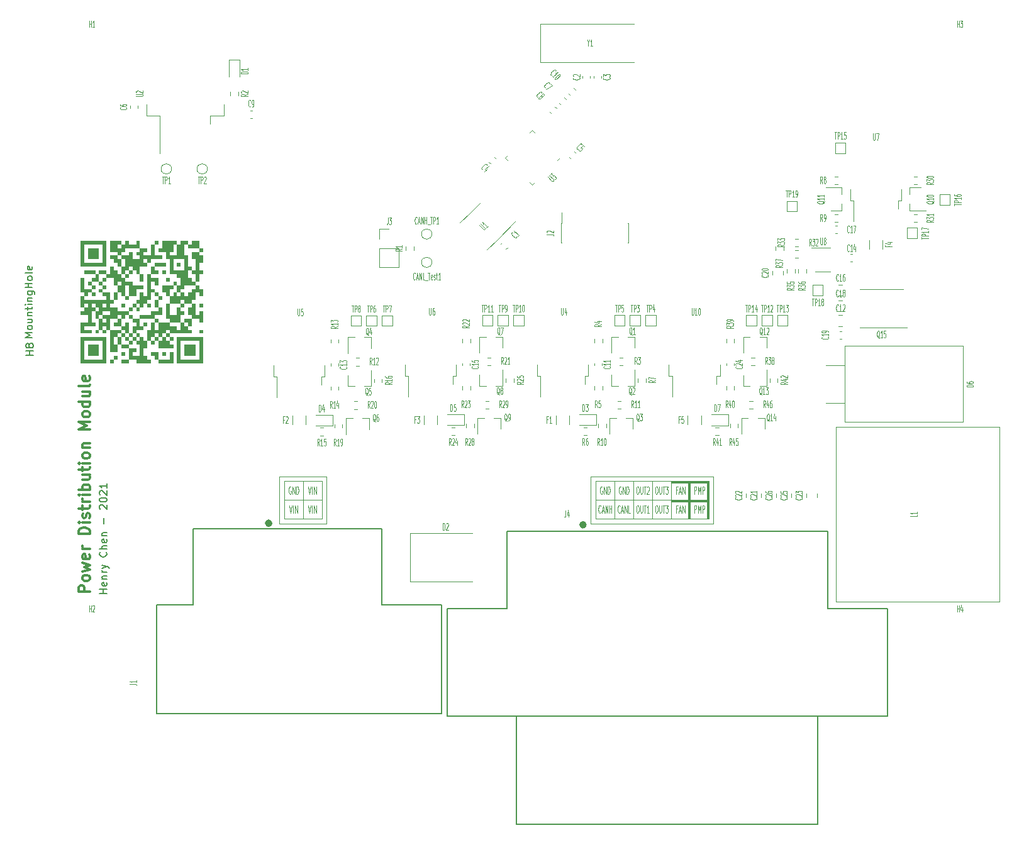
<source format=gbr>
%TF.GenerationSoftware,KiCad,Pcbnew,(5.1.9-0-10_14)*%
%TF.CreationDate,2021-07-17T22:03:01+08:00*%
%TF.ProjectId,pdm,70646d2e-6b69-4636-9164-5f7063625858,rev?*%
%TF.SameCoordinates,Original*%
%TF.FileFunction,Legend,Top*%
%TF.FilePolarity,Positive*%
%FSLAX46Y46*%
G04 Gerber Fmt 4.6, Leading zero omitted, Abs format (unit mm)*
G04 Created by KiCad (PCBNEW (5.1.9-0-10_14)) date 2021-07-17 22:03:01*
%MOMM*%
%LPD*%
G01*
G04 APERTURE LIST*
%ADD10C,0.120000*%
%ADD11C,0.125000*%
%ADD12C,0.100000*%
%ADD13C,0.150000*%
%ADD14C,0.300000*%
%ADD15C,0.127000*%
%ADD16C,0.500000*%
%ADD17C,0.152400*%
%ADD18C,0.114300*%
%ADD19C,0.203200*%
G04 APERTURE END LIST*
D10*
X194310000Y-111760000D02*
X177800000Y-111760000D01*
X142240000Y-111760000D02*
X135890000Y-111760000D01*
X135890000Y-118110000D02*
X135890000Y-111760000D01*
X142240000Y-118110000D02*
X135890000Y-118110000D01*
X142240000Y-111760000D02*
X142240000Y-118110000D01*
X139065000Y-112395000D02*
X141605000Y-112395000D01*
X136525000Y-112395000D02*
X139065000Y-112395000D01*
X139065000Y-114935000D02*
X141605000Y-114935000D01*
X136525000Y-112395000D02*
X136525000Y-114935000D01*
X141605000Y-114935000D02*
X141605000Y-112395000D01*
X139065000Y-114935000D02*
X139065000Y-112395000D01*
X139065000Y-117475000D02*
X136525000Y-117475000D01*
X139065000Y-117475000D02*
X139065000Y-114935000D01*
X141605000Y-117475000D02*
X139065000Y-117475000D01*
X141605000Y-114935000D02*
X141605000Y-117475000D01*
X139065000Y-114935000D02*
X139065000Y-117475000D01*
X136525000Y-114935000D02*
X136525000Y-117475000D01*
X141605000Y-117475000D02*
X141605000Y-114935000D01*
X141605000Y-112395000D02*
X141605000Y-114935000D01*
X139065000Y-112395000D02*
X139065000Y-114935000D01*
X139065000Y-114935000D02*
X136525000Y-114935000D01*
X136525000Y-117475000D02*
X136525000Y-114935000D01*
X136525000Y-114935000D02*
X139065000Y-114935000D01*
X136525000Y-114935000D02*
X136525000Y-112395000D01*
X141605000Y-114935000D02*
X139065000Y-114935000D01*
D11*
X139787380Y-113117380D02*
X139954047Y-114117380D01*
X140120714Y-113117380D01*
X140287380Y-114117380D02*
X140287380Y-113117380D01*
X140525476Y-114117380D02*
X140525476Y-113117380D01*
X140811190Y-114117380D01*
X140811190Y-113117380D01*
X137414047Y-113165000D02*
X137366428Y-113117380D01*
X137295000Y-113117380D01*
X137223571Y-113165000D01*
X137175952Y-113260238D01*
X137152142Y-113355476D01*
X137128333Y-113545952D01*
X137128333Y-113688809D01*
X137152142Y-113879285D01*
X137175952Y-113974523D01*
X137223571Y-114069761D01*
X137295000Y-114117380D01*
X137342619Y-114117380D01*
X137414047Y-114069761D01*
X137437857Y-114022142D01*
X137437857Y-113688809D01*
X137342619Y-113688809D01*
X137652142Y-114117380D02*
X137652142Y-113117380D01*
X137937857Y-114117380D01*
X137937857Y-113117380D01*
X138175952Y-114117380D02*
X138175952Y-113117380D01*
X138295000Y-113117380D01*
X138366428Y-113165000D01*
X138414047Y-113260238D01*
X138437857Y-113355476D01*
X138461666Y-113545952D01*
X138461666Y-113688809D01*
X138437857Y-113879285D01*
X138414047Y-113974523D01*
X138366428Y-114069761D01*
X138295000Y-114117380D01*
X138175952Y-114117380D01*
X137247380Y-115657380D02*
X137414047Y-116657380D01*
X137580714Y-115657380D01*
X137747380Y-116657380D02*
X137747380Y-115657380D01*
X137985476Y-116657380D02*
X137985476Y-115657380D01*
X138271190Y-116657380D01*
X138271190Y-115657380D01*
X139787380Y-115657380D02*
X139954047Y-116657380D01*
X140120714Y-115657380D01*
X140287380Y-116657380D02*
X140287380Y-115657380D01*
X140525476Y-116657380D02*
X140525476Y-115657380D01*
X140811190Y-116657380D01*
X140811190Y-115657380D01*
D10*
X177800000Y-118110000D02*
X177800000Y-111760000D01*
X194310000Y-118110000D02*
X177800000Y-118110000D01*
X194310000Y-111760000D02*
X194310000Y-118110000D01*
D12*
G36*
X191135000Y-114935000D02*
G01*
X190881000Y-114935000D01*
X190881000Y-112649000D01*
X188595000Y-112649000D01*
X188595000Y-112395000D01*
X191135000Y-112395000D01*
X191135000Y-114935000D01*
G37*
X191135000Y-114935000D02*
X190881000Y-114935000D01*
X190881000Y-112649000D01*
X188595000Y-112649000D01*
X188595000Y-112395000D01*
X191135000Y-112395000D01*
X191135000Y-114935000D01*
G36*
X191135000Y-117475000D02*
G01*
X190881000Y-117475000D01*
X190881000Y-115189000D01*
X188595000Y-115189000D01*
X188595000Y-114935000D01*
X191135000Y-114935000D01*
X191135000Y-117475000D01*
G37*
X191135000Y-117475000D02*
X190881000Y-117475000D01*
X190881000Y-115189000D01*
X188595000Y-115189000D01*
X188595000Y-114935000D01*
X191135000Y-114935000D01*
X191135000Y-117475000D01*
G36*
X193675000Y-117475000D02*
G01*
X193421000Y-117475000D01*
X193421000Y-115189000D01*
X191135000Y-115189000D01*
X191135000Y-114935000D01*
X193675000Y-114935000D01*
X193675000Y-117475000D01*
G37*
X193675000Y-117475000D02*
X193421000Y-117475000D01*
X193421000Y-115189000D01*
X191135000Y-115189000D01*
X191135000Y-114935000D01*
X193675000Y-114935000D01*
X193675000Y-117475000D01*
G36*
X193675000Y-114935000D02*
G01*
X193421000Y-114935000D01*
X193421000Y-112649000D01*
X191135000Y-112649000D01*
X191135000Y-112395000D01*
X193675000Y-112395000D01*
X193675000Y-114935000D01*
G37*
X193675000Y-114935000D02*
X193421000Y-114935000D01*
X193421000Y-112649000D01*
X191135000Y-112649000D01*
X191135000Y-112395000D01*
X193675000Y-112395000D01*
X193675000Y-114935000D01*
D10*
X193675000Y-112395000D02*
X193675000Y-117475000D01*
D11*
X179121666Y-116562142D02*
X179097857Y-116609761D01*
X179026428Y-116657380D01*
X178978809Y-116657380D01*
X178907380Y-116609761D01*
X178859761Y-116514523D01*
X178835952Y-116419285D01*
X178812142Y-116228809D01*
X178812142Y-116085952D01*
X178835952Y-115895476D01*
X178859761Y-115800238D01*
X178907380Y-115705000D01*
X178978809Y-115657380D01*
X179026428Y-115657380D01*
X179097857Y-115705000D01*
X179121666Y-115752619D01*
X179312142Y-116371666D02*
X179550238Y-116371666D01*
X179264523Y-116657380D02*
X179431190Y-115657380D01*
X179597857Y-116657380D01*
X179764523Y-116657380D02*
X179764523Y-115657380D01*
X180050238Y-116657380D01*
X180050238Y-115657380D01*
X180288333Y-116657380D02*
X180288333Y-115657380D01*
X180288333Y-116133571D02*
X180574047Y-116133571D01*
X180574047Y-116657380D02*
X180574047Y-115657380D01*
X181721190Y-116562142D02*
X181697380Y-116609761D01*
X181625952Y-116657380D01*
X181578333Y-116657380D01*
X181506904Y-116609761D01*
X181459285Y-116514523D01*
X181435476Y-116419285D01*
X181411666Y-116228809D01*
X181411666Y-116085952D01*
X181435476Y-115895476D01*
X181459285Y-115800238D01*
X181506904Y-115705000D01*
X181578333Y-115657380D01*
X181625952Y-115657380D01*
X181697380Y-115705000D01*
X181721190Y-115752619D01*
X181911666Y-116371666D02*
X182149761Y-116371666D01*
X181864047Y-116657380D02*
X182030714Y-115657380D01*
X182197380Y-116657380D01*
X182364047Y-116657380D02*
X182364047Y-115657380D01*
X182649761Y-116657380D01*
X182649761Y-115657380D01*
X183125952Y-116657380D02*
X182887857Y-116657380D01*
X182887857Y-115657380D01*
X184046904Y-115657380D02*
X184142142Y-115657380D01*
X184189761Y-115705000D01*
X184237380Y-115800238D01*
X184261190Y-115990714D01*
X184261190Y-116324047D01*
X184237380Y-116514523D01*
X184189761Y-116609761D01*
X184142142Y-116657380D01*
X184046904Y-116657380D01*
X183999285Y-116609761D01*
X183951666Y-116514523D01*
X183927857Y-116324047D01*
X183927857Y-115990714D01*
X183951666Y-115800238D01*
X183999285Y-115705000D01*
X184046904Y-115657380D01*
X184475476Y-115657380D02*
X184475476Y-116466904D01*
X184499285Y-116562142D01*
X184523095Y-116609761D01*
X184570714Y-116657380D01*
X184665952Y-116657380D01*
X184713571Y-116609761D01*
X184737380Y-116562142D01*
X184761190Y-116466904D01*
X184761190Y-115657380D01*
X184927857Y-115657380D02*
X185213571Y-115657380D01*
X185070714Y-116657380D02*
X185070714Y-115657380D01*
X185642142Y-116657380D02*
X185356428Y-116657380D01*
X185499285Y-116657380D02*
X185499285Y-115657380D01*
X185451666Y-115800238D01*
X185404047Y-115895476D01*
X185356428Y-115943095D01*
X186586904Y-115657380D02*
X186682142Y-115657380D01*
X186729761Y-115705000D01*
X186777380Y-115800238D01*
X186801190Y-115990714D01*
X186801190Y-116324047D01*
X186777380Y-116514523D01*
X186729761Y-116609761D01*
X186682142Y-116657380D01*
X186586904Y-116657380D01*
X186539285Y-116609761D01*
X186491666Y-116514523D01*
X186467857Y-116324047D01*
X186467857Y-115990714D01*
X186491666Y-115800238D01*
X186539285Y-115705000D01*
X186586904Y-115657380D01*
X187015476Y-115657380D02*
X187015476Y-116466904D01*
X187039285Y-116562142D01*
X187063095Y-116609761D01*
X187110714Y-116657380D01*
X187205952Y-116657380D01*
X187253571Y-116609761D01*
X187277380Y-116562142D01*
X187301190Y-116466904D01*
X187301190Y-115657380D01*
X187467857Y-115657380D02*
X187753571Y-115657380D01*
X187610714Y-116657380D02*
X187610714Y-115657380D01*
X187872619Y-115657380D02*
X188182142Y-115657380D01*
X188015476Y-116038333D01*
X188086904Y-116038333D01*
X188134523Y-116085952D01*
X188158333Y-116133571D01*
X188182142Y-116228809D01*
X188182142Y-116466904D01*
X188158333Y-116562142D01*
X188134523Y-116609761D01*
X188086904Y-116657380D01*
X187944047Y-116657380D01*
X187896428Y-116609761D01*
X187872619Y-116562142D01*
X189460238Y-116133571D02*
X189293571Y-116133571D01*
X189293571Y-116657380D02*
X189293571Y-115657380D01*
X189531666Y-115657380D01*
X189698333Y-116371666D02*
X189936428Y-116371666D01*
X189650714Y-116657380D02*
X189817380Y-115657380D01*
X189984047Y-116657380D01*
X190150714Y-116657380D02*
X190150714Y-115657380D01*
X190436428Y-116657380D01*
X190436428Y-115657380D01*
X191738333Y-116657380D02*
X191738333Y-115657380D01*
X191928809Y-115657380D01*
X191976428Y-115705000D01*
X192000238Y-115752619D01*
X192024047Y-115847857D01*
X192024047Y-115990714D01*
X192000238Y-116085952D01*
X191976428Y-116133571D01*
X191928809Y-116181190D01*
X191738333Y-116181190D01*
X192238333Y-116657380D02*
X192238333Y-115657380D01*
X192405000Y-116371666D01*
X192571666Y-115657380D01*
X192571666Y-116657380D01*
X192809761Y-116657380D02*
X192809761Y-115657380D01*
X193000238Y-115657380D01*
X193047857Y-115705000D01*
X193071666Y-115752619D01*
X193095476Y-115847857D01*
X193095476Y-115990714D01*
X193071666Y-116085952D01*
X193047857Y-116133571D01*
X193000238Y-116181190D01*
X192809761Y-116181190D01*
X191738333Y-114117380D02*
X191738333Y-113117380D01*
X191928809Y-113117380D01*
X191976428Y-113165000D01*
X192000238Y-113212619D01*
X192024047Y-113307857D01*
X192024047Y-113450714D01*
X192000238Y-113545952D01*
X191976428Y-113593571D01*
X191928809Y-113641190D01*
X191738333Y-113641190D01*
X192238333Y-114117380D02*
X192238333Y-113117380D01*
X192405000Y-113831666D01*
X192571666Y-113117380D01*
X192571666Y-114117380D01*
X192809761Y-114117380D02*
X192809761Y-113117380D01*
X193000238Y-113117380D01*
X193047857Y-113165000D01*
X193071666Y-113212619D01*
X193095476Y-113307857D01*
X193095476Y-113450714D01*
X193071666Y-113545952D01*
X193047857Y-113593571D01*
X193000238Y-113641190D01*
X192809761Y-113641190D01*
X189460238Y-113593571D02*
X189293571Y-113593571D01*
X189293571Y-114117380D02*
X189293571Y-113117380D01*
X189531666Y-113117380D01*
X189698333Y-113831666D02*
X189936428Y-113831666D01*
X189650714Y-114117380D02*
X189817380Y-113117380D01*
X189984047Y-114117380D01*
X190150714Y-114117380D02*
X190150714Y-113117380D01*
X190436428Y-114117380D01*
X190436428Y-113117380D01*
X186586904Y-113117380D02*
X186682142Y-113117380D01*
X186729761Y-113165000D01*
X186777380Y-113260238D01*
X186801190Y-113450714D01*
X186801190Y-113784047D01*
X186777380Y-113974523D01*
X186729761Y-114069761D01*
X186682142Y-114117380D01*
X186586904Y-114117380D01*
X186539285Y-114069761D01*
X186491666Y-113974523D01*
X186467857Y-113784047D01*
X186467857Y-113450714D01*
X186491666Y-113260238D01*
X186539285Y-113165000D01*
X186586904Y-113117380D01*
X187015476Y-113117380D02*
X187015476Y-113926904D01*
X187039285Y-114022142D01*
X187063095Y-114069761D01*
X187110714Y-114117380D01*
X187205952Y-114117380D01*
X187253571Y-114069761D01*
X187277380Y-114022142D01*
X187301190Y-113926904D01*
X187301190Y-113117380D01*
X187467857Y-113117380D02*
X187753571Y-113117380D01*
X187610714Y-114117380D02*
X187610714Y-113117380D01*
X187872619Y-113117380D02*
X188182142Y-113117380D01*
X188015476Y-113498333D01*
X188086904Y-113498333D01*
X188134523Y-113545952D01*
X188158333Y-113593571D01*
X188182142Y-113688809D01*
X188182142Y-113926904D01*
X188158333Y-114022142D01*
X188134523Y-114069761D01*
X188086904Y-114117380D01*
X187944047Y-114117380D01*
X187896428Y-114069761D01*
X187872619Y-114022142D01*
X184046904Y-113117380D02*
X184142142Y-113117380D01*
X184189761Y-113165000D01*
X184237380Y-113260238D01*
X184261190Y-113450714D01*
X184261190Y-113784047D01*
X184237380Y-113974523D01*
X184189761Y-114069761D01*
X184142142Y-114117380D01*
X184046904Y-114117380D01*
X183999285Y-114069761D01*
X183951666Y-113974523D01*
X183927857Y-113784047D01*
X183927857Y-113450714D01*
X183951666Y-113260238D01*
X183999285Y-113165000D01*
X184046904Y-113117380D01*
X184475476Y-113117380D02*
X184475476Y-113926904D01*
X184499285Y-114022142D01*
X184523095Y-114069761D01*
X184570714Y-114117380D01*
X184665952Y-114117380D01*
X184713571Y-114069761D01*
X184737380Y-114022142D01*
X184761190Y-113926904D01*
X184761190Y-113117380D01*
X184927857Y-113117380D02*
X185213571Y-113117380D01*
X185070714Y-114117380D02*
X185070714Y-113117380D01*
X185356428Y-113212619D02*
X185380238Y-113165000D01*
X185427857Y-113117380D01*
X185546904Y-113117380D01*
X185594523Y-113165000D01*
X185618333Y-113212619D01*
X185642142Y-113307857D01*
X185642142Y-113403095D01*
X185618333Y-113545952D01*
X185332619Y-114117380D01*
X185642142Y-114117380D01*
X181864047Y-113165000D02*
X181816428Y-113117380D01*
X181745000Y-113117380D01*
X181673571Y-113165000D01*
X181625952Y-113260238D01*
X181602142Y-113355476D01*
X181578333Y-113545952D01*
X181578333Y-113688809D01*
X181602142Y-113879285D01*
X181625952Y-113974523D01*
X181673571Y-114069761D01*
X181745000Y-114117380D01*
X181792619Y-114117380D01*
X181864047Y-114069761D01*
X181887857Y-114022142D01*
X181887857Y-113688809D01*
X181792619Y-113688809D01*
X182102142Y-114117380D02*
X182102142Y-113117380D01*
X182387857Y-114117380D01*
X182387857Y-113117380D01*
X182625952Y-114117380D02*
X182625952Y-113117380D01*
X182745000Y-113117380D01*
X182816428Y-113165000D01*
X182864047Y-113260238D01*
X182887857Y-113355476D01*
X182911666Y-113545952D01*
X182911666Y-113688809D01*
X182887857Y-113879285D01*
X182864047Y-113974523D01*
X182816428Y-114069761D01*
X182745000Y-114117380D01*
X182625952Y-114117380D01*
X179324047Y-113165000D02*
X179276428Y-113117380D01*
X179205000Y-113117380D01*
X179133571Y-113165000D01*
X179085952Y-113260238D01*
X179062142Y-113355476D01*
X179038333Y-113545952D01*
X179038333Y-113688809D01*
X179062142Y-113879285D01*
X179085952Y-113974523D01*
X179133571Y-114069761D01*
X179205000Y-114117380D01*
X179252619Y-114117380D01*
X179324047Y-114069761D01*
X179347857Y-114022142D01*
X179347857Y-113688809D01*
X179252619Y-113688809D01*
X179562142Y-114117380D02*
X179562142Y-113117380D01*
X179847857Y-114117380D01*
X179847857Y-113117380D01*
X180085952Y-114117380D02*
X180085952Y-113117380D01*
X180205000Y-113117380D01*
X180276428Y-113165000D01*
X180324047Y-113260238D01*
X180347857Y-113355476D01*
X180371666Y-113545952D01*
X180371666Y-113688809D01*
X180347857Y-113879285D01*
X180324047Y-113974523D01*
X180276428Y-114069761D01*
X180205000Y-114117380D01*
X180085952Y-114117380D01*
D10*
X180975000Y-114935000D02*
X180975000Y-117475000D01*
X186055000Y-114935000D02*
X188595000Y-114935000D01*
X193675000Y-117475000D02*
X191135000Y-117475000D01*
X191135000Y-117475000D02*
X191135000Y-114935000D01*
X191135000Y-114935000D02*
X193675000Y-114935000D01*
X191135000Y-114935000D02*
X191135000Y-117475000D01*
X183515000Y-114935000D02*
X186055000Y-114935000D01*
X188595000Y-114935000D02*
X191135000Y-114935000D01*
X183515000Y-117475000D02*
X180975000Y-117475000D01*
X180975000Y-117475000D02*
X178435000Y-117475000D01*
X183515000Y-114935000D02*
X183515000Y-117475000D01*
X188595000Y-117475000D02*
X188595000Y-114935000D01*
X186055000Y-117475000D02*
X186055000Y-114935000D01*
X180975000Y-117475000D02*
X180975000Y-114935000D01*
X180975000Y-114935000D02*
X183515000Y-114935000D01*
X188595000Y-114935000D02*
X188595000Y-117475000D01*
X186055000Y-114935000D02*
X186055000Y-117475000D01*
X178435000Y-114935000D02*
X180975000Y-114935000D01*
X178435000Y-117475000D02*
X178435000Y-114935000D01*
X186055000Y-117475000D02*
X183515000Y-117475000D01*
X191135000Y-117475000D02*
X188595000Y-117475000D01*
X183515000Y-117475000D02*
X183515000Y-114935000D01*
X188595000Y-117475000D02*
X186055000Y-117475000D01*
X193675000Y-114935000D02*
X191135000Y-114935000D01*
X191135000Y-112395000D02*
X193675000Y-112395000D01*
X191135000Y-114935000D02*
X191135000Y-112395000D01*
X191135000Y-112395000D02*
X191135000Y-114935000D01*
X191135000Y-114935000D02*
X188595000Y-114935000D01*
X188595000Y-112395000D02*
X191135000Y-112395000D01*
X188595000Y-114935000D02*
X188595000Y-112395000D01*
X188595000Y-112395000D02*
X188595000Y-114935000D01*
X188595000Y-114935000D02*
X186055000Y-114935000D01*
X186055000Y-112395000D02*
X188595000Y-112395000D01*
X186055000Y-114935000D02*
X186055000Y-112395000D01*
X186055000Y-112395000D02*
X186055000Y-114935000D01*
X186055000Y-114935000D02*
X183515000Y-114935000D01*
X183515000Y-112395000D02*
X186055000Y-112395000D01*
X183515000Y-114935000D02*
X183515000Y-112395000D01*
X183515000Y-112395000D02*
X183515000Y-114935000D01*
X183515000Y-114935000D02*
X180975000Y-114935000D01*
X180975000Y-112395000D02*
X183515000Y-112395000D01*
X180975000Y-114935000D02*
X180975000Y-112395000D01*
X178435000Y-114935000D02*
X178435000Y-112395000D01*
X180975000Y-114935000D02*
X178435000Y-114935000D01*
X180975000Y-112395000D02*
X180975000Y-114935000D01*
X178435000Y-112395000D02*
X180975000Y-112395000D01*
D13*
X112656880Y-127489903D02*
X111656880Y-127489903D01*
X112133071Y-127489903D02*
X112133071Y-126918475D01*
X112656880Y-126918475D02*
X111656880Y-126918475D01*
X112609261Y-126061332D02*
X112656880Y-126156570D01*
X112656880Y-126347046D01*
X112609261Y-126442284D01*
X112514023Y-126489903D01*
X112133071Y-126489903D01*
X112037833Y-126442284D01*
X111990214Y-126347046D01*
X111990214Y-126156570D01*
X112037833Y-126061332D01*
X112133071Y-126013713D01*
X112228309Y-126013713D01*
X112323547Y-126489903D01*
X111990214Y-125585141D02*
X112656880Y-125585141D01*
X112085452Y-125585141D02*
X112037833Y-125537522D01*
X111990214Y-125442284D01*
X111990214Y-125299427D01*
X112037833Y-125204189D01*
X112133071Y-125156570D01*
X112656880Y-125156570D01*
X112656880Y-124680379D02*
X111990214Y-124680379D01*
X112180690Y-124680379D02*
X112085452Y-124632760D01*
X112037833Y-124585141D01*
X111990214Y-124489903D01*
X111990214Y-124394665D01*
X111990214Y-124156570D02*
X112656880Y-123918475D01*
X111990214Y-123680379D02*
X112656880Y-123918475D01*
X112894976Y-124013713D01*
X112942595Y-124061332D01*
X112990214Y-124156570D01*
X112561642Y-121966094D02*
X112609261Y-122013713D01*
X112656880Y-122156570D01*
X112656880Y-122251808D01*
X112609261Y-122394665D01*
X112514023Y-122489903D01*
X112418785Y-122537522D01*
X112228309Y-122585141D01*
X112085452Y-122585141D01*
X111894976Y-122537522D01*
X111799738Y-122489903D01*
X111704500Y-122394665D01*
X111656880Y-122251808D01*
X111656880Y-122156570D01*
X111704500Y-122013713D01*
X111752119Y-121966094D01*
X112656880Y-121537522D02*
X111656880Y-121537522D01*
X112656880Y-121108951D02*
X112133071Y-121108951D01*
X112037833Y-121156570D01*
X111990214Y-121251808D01*
X111990214Y-121394665D01*
X112037833Y-121489903D01*
X112085452Y-121537522D01*
X112609261Y-120251808D02*
X112656880Y-120347046D01*
X112656880Y-120537522D01*
X112609261Y-120632760D01*
X112514023Y-120680379D01*
X112133071Y-120680379D01*
X112037833Y-120632760D01*
X111990214Y-120537522D01*
X111990214Y-120347046D01*
X112037833Y-120251808D01*
X112133071Y-120204189D01*
X112228309Y-120204189D01*
X112323547Y-120680379D01*
X111990214Y-119775618D02*
X112656880Y-119775618D01*
X112085452Y-119775618D02*
X112037833Y-119727999D01*
X111990214Y-119632760D01*
X111990214Y-119489903D01*
X112037833Y-119394665D01*
X112133071Y-119347046D01*
X112656880Y-119347046D01*
X112275928Y-118108951D02*
X112275928Y-117347046D01*
X111752119Y-116156570D02*
X111704500Y-116108951D01*
X111656880Y-116013713D01*
X111656880Y-115775618D01*
X111704500Y-115680379D01*
X111752119Y-115632760D01*
X111847357Y-115585141D01*
X111942595Y-115585141D01*
X112085452Y-115632760D01*
X112656880Y-116204189D01*
X112656880Y-115585141D01*
X111656880Y-114966094D02*
X111656880Y-114870856D01*
X111704500Y-114775618D01*
X111752119Y-114727999D01*
X111847357Y-114680379D01*
X112037833Y-114632760D01*
X112275928Y-114632760D01*
X112466404Y-114680379D01*
X112561642Y-114727999D01*
X112609261Y-114775618D01*
X112656880Y-114870856D01*
X112656880Y-114966094D01*
X112609261Y-115061332D01*
X112561642Y-115108951D01*
X112466404Y-115156570D01*
X112275928Y-115204189D01*
X112037833Y-115204189D01*
X111847357Y-115156570D01*
X111752119Y-115108951D01*
X111704500Y-115061332D01*
X111656880Y-114966094D01*
X111752119Y-114251808D02*
X111704500Y-114204189D01*
X111656880Y-114108951D01*
X111656880Y-113870856D01*
X111704500Y-113775618D01*
X111752119Y-113727999D01*
X111847357Y-113680379D01*
X111942595Y-113680379D01*
X112085452Y-113727999D01*
X112656880Y-114299427D01*
X112656880Y-113680379D01*
X112656880Y-112727999D02*
X112656880Y-113299427D01*
X112656880Y-113013713D02*
X111656880Y-113013713D01*
X111799738Y-113108951D01*
X111894976Y-113204189D01*
X111942595Y-113299427D01*
D14*
X110343071Y-127273357D02*
X108843071Y-127273357D01*
X108843071Y-126701928D01*
X108914500Y-126559071D01*
X108985928Y-126487642D01*
X109128785Y-126416214D01*
X109343071Y-126416214D01*
X109485928Y-126487642D01*
X109557357Y-126559071D01*
X109628785Y-126701928D01*
X109628785Y-127273357D01*
X110343071Y-125559071D02*
X110271642Y-125701928D01*
X110200214Y-125773357D01*
X110057357Y-125844785D01*
X109628785Y-125844785D01*
X109485928Y-125773357D01*
X109414500Y-125701928D01*
X109343071Y-125559071D01*
X109343071Y-125344785D01*
X109414500Y-125201928D01*
X109485928Y-125130500D01*
X109628785Y-125059071D01*
X110057357Y-125059071D01*
X110200214Y-125130500D01*
X110271642Y-125201928D01*
X110343071Y-125344785D01*
X110343071Y-125559071D01*
X109343071Y-124559071D02*
X110343071Y-124273357D01*
X109628785Y-123987642D01*
X110343071Y-123701928D01*
X109343071Y-123416214D01*
X110271642Y-122273357D02*
X110343071Y-122416214D01*
X110343071Y-122701928D01*
X110271642Y-122844785D01*
X110128785Y-122916214D01*
X109557357Y-122916214D01*
X109414500Y-122844785D01*
X109343071Y-122701928D01*
X109343071Y-122416214D01*
X109414500Y-122273357D01*
X109557357Y-122201928D01*
X109700214Y-122201928D01*
X109843071Y-122916214D01*
X110343071Y-121559071D02*
X109343071Y-121559071D01*
X109628785Y-121559071D02*
X109485928Y-121487642D01*
X109414500Y-121416214D01*
X109343071Y-121273357D01*
X109343071Y-121130500D01*
X110343071Y-119487642D02*
X108843071Y-119487642D01*
X108843071Y-119130500D01*
X108914500Y-118916214D01*
X109057357Y-118773357D01*
X109200214Y-118701928D01*
X109485928Y-118630500D01*
X109700214Y-118630500D01*
X109985928Y-118701928D01*
X110128785Y-118773357D01*
X110271642Y-118916214D01*
X110343071Y-119130500D01*
X110343071Y-119487642D01*
X110343071Y-117987642D02*
X109343071Y-117987642D01*
X108843071Y-117987642D02*
X108914500Y-118059071D01*
X108985928Y-117987642D01*
X108914500Y-117916214D01*
X108843071Y-117987642D01*
X108985928Y-117987642D01*
X110271642Y-117344785D02*
X110343071Y-117201928D01*
X110343071Y-116916214D01*
X110271642Y-116773357D01*
X110128785Y-116701928D01*
X110057357Y-116701928D01*
X109914500Y-116773357D01*
X109843071Y-116916214D01*
X109843071Y-117130500D01*
X109771642Y-117273357D01*
X109628785Y-117344785D01*
X109557357Y-117344785D01*
X109414500Y-117273357D01*
X109343071Y-117130500D01*
X109343071Y-116916214D01*
X109414500Y-116773357D01*
X109343071Y-116273357D02*
X109343071Y-115701928D01*
X108843071Y-116059071D02*
X110128785Y-116059071D01*
X110271642Y-115987642D01*
X110343071Y-115844785D01*
X110343071Y-115701928D01*
X110343071Y-115201928D02*
X109343071Y-115201928D01*
X109628785Y-115201928D02*
X109485928Y-115130500D01*
X109414500Y-115059071D01*
X109343071Y-114916214D01*
X109343071Y-114773357D01*
X110343071Y-114273357D02*
X109343071Y-114273357D01*
X108843071Y-114273357D02*
X108914500Y-114344785D01*
X108985928Y-114273357D01*
X108914500Y-114201928D01*
X108843071Y-114273357D01*
X108985928Y-114273357D01*
X110343071Y-113559071D02*
X108843071Y-113559071D01*
X109414500Y-113559071D02*
X109343071Y-113416214D01*
X109343071Y-113130500D01*
X109414500Y-112987642D01*
X109485928Y-112916214D01*
X109628785Y-112844785D01*
X110057357Y-112844785D01*
X110200214Y-112916214D01*
X110271642Y-112987642D01*
X110343071Y-113130500D01*
X110343071Y-113416214D01*
X110271642Y-113559071D01*
X109343071Y-111559071D02*
X110343071Y-111559071D01*
X109343071Y-112201928D02*
X110128785Y-112201928D01*
X110271642Y-112130500D01*
X110343071Y-111987642D01*
X110343071Y-111773357D01*
X110271642Y-111630500D01*
X110200214Y-111559071D01*
X109343071Y-111059071D02*
X109343071Y-110487642D01*
X108843071Y-110844785D02*
X110128785Y-110844785D01*
X110271642Y-110773357D01*
X110343071Y-110630500D01*
X110343071Y-110487642D01*
X110343071Y-109987642D02*
X109343071Y-109987642D01*
X108843071Y-109987642D02*
X108914500Y-110059071D01*
X108985928Y-109987642D01*
X108914500Y-109916214D01*
X108843071Y-109987642D01*
X108985928Y-109987642D01*
X110343071Y-109059071D02*
X110271642Y-109201928D01*
X110200214Y-109273357D01*
X110057357Y-109344785D01*
X109628785Y-109344785D01*
X109485928Y-109273357D01*
X109414500Y-109201928D01*
X109343071Y-109059071D01*
X109343071Y-108844785D01*
X109414500Y-108701928D01*
X109485928Y-108630500D01*
X109628785Y-108559071D01*
X110057357Y-108559071D01*
X110200214Y-108630500D01*
X110271642Y-108701928D01*
X110343071Y-108844785D01*
X110343071Y-109059071D01*
X109343071Y-107916214D02*
X110343071Y-107916214D01*
X109485928Y-107916214D02*
X109414500Y-107844785D01*
X109343071Y-107701928D01*
X109343071Y-107487642D01*
X109414500Y-107344785D01*
X109557357Y-107273357D01*
X110343071Y-107273357D01*
X110343071Y-105416214D02*
X108843071Y-105416214D01*
X109914500Y-104916214D01*
X108843071Y-104416214D01*
X110343071Y-104416214D01*
X110343071Y-103487642D02*
X110271642Y-103630500D01*
X110200214Y-103701928D01*
X110057357Y-103773357D01*
X109628785Y-103773357D01*
X109485928Y-103701928D01*
X109414500Y-103630500D01*
X109343071Y-103487642D01*
X109343071Y-103273357D01*
X109414500Y-103130500D01*
X109485928Y-103059071D01*
X109628785Y-102987642D01*
X110057357Y-102987642D01*
X110200214Y-103059071D01*
X110271642Y-103130500D01*
X110343071Y-103273357D01*
X110343071Y-103487642D01*
X110343071Y-101701928D02*
X108843071Y-101701928D01*
X110271642Y-101701928D02*
X110343071Y-101844785D01*
X110343071Y-102130500D01*
X110271642Y-102273357D01*
X110200214Y-102344785D01*
X110057357Y-102416214D01*
X109628785Y-102416214D01*
X109485928Y-102344785D01*
X109414500Y-102273357D01*
X109343071Y-102130500D01*
X109343071Y-101844785D01*
X109414500Y-101701928D01*
X109343071Y-100344785D02*
X110343071Y-100344785D01*
X109343071Y-100987642D02*
X110128785Y-100987642D01*
X110271642Y-100916214D01*
X110343071Y-100773357D01*
X110343071Y-100559071D01*
X110271642Y-100416214D01*
X110200214Y-100344785D01*
X110343071Y-99416214D02*
X110271642Y-99559071D01*
X110128785Y-99630500D01*
X108843071Y-99630500D01*
X110271642Y-98273357D02*
X110343071Y-98416214D01*
X110343071Y-98701928D01*
X110271642Y-98844785D01*
X110128785Y-98916214D01*
X109557357Y-98916214D01*
X109414500Y-98844785D01*
X109343071Y-98701928D01*
X109343071Y-98416214D01*
X109414500Y-98273357D01*
X109557357Y-98201928D01*
X109700214Y-98201928D01*
X109843071Y-98916214D01*
D12*
%TO.C,H8*%
G36*
X109598000Y-96015000D02*
G01*
X109098000Y-96015000D01*
X109098000Y-96515000D01*
X109598000Y-96515000D01*
X109598000Y-96015000D01*
G37*
G36*
X109598000Y-95515000D02*
G01*
X109098000Y-95515000D01*
X109098000Y-96015000D01*
X109598000Y-96015000D01*
X109598000Y-95515000D01*
G37*
G36*
X109598000Y-95015000D02*
G01*
X109098000Y-95015000D01*
X109098000Y-95515000D01*
X109598000Y-95515000D01*
X109598000Y-95015000D01*
G37*
G36*
X109598000Y-94515000D02*
G01*
X109098000Y-94515000D01*
X109098000Y-95015000D01*
X109598000Y-95015000D01*
X109598000Y-94515000D01*
G37*
G36*
X109598000Y-94015000D02*
G01*
X109098000Y-94015000D01*
X109098000Y-94515000D01*
X109598000Y-94515000D01*
X109598000Y-94015000D01*
G37*
G36*
X109598000Y-93515000D02*
G01*
X109098000Y-93515000D01*
X109098000Y-94015000D01*
X109598000Y-94015000D01*
X109598000Y-93515000D01*
G37*
G36*
X109598000Y-93015000D02*
G01*
X109098000Y-93015000D01*
X109098000Y-93515000D01*
X109598000Y-93515000D01*
X109598000Y-93015000D01*
G37*
G36*
X109598000Y-92015000D02*
G01*
X109098000Y-92015000D01*
X109098000Y-92515000D01*
X109598000Y-92515000D01*
X109598000Y-92015000D01*
G37*
G36*
X109598000Y-91515000D02*
G01*
X109098000Y-91515000D01*
X109098000Y-92015000D01*
X109598000Y-92015000D01*
X109598000Y-91515000D01*
G37*
G36*
X109598000Y-91015000D02*
G01*
X109098000Y-91015000D01*
X109098000Y-91515000D01*
X109598000Y-91515000D01*
X109598000Y-91015000D01*
G37*
G36*
X109598000Y-89515000D02*
G01*
X109098000Y-89515000D01*
X109098000Y-90015000D01*
X109598000Y-90015000D01*
X109598000Y-89515000D01*
G37*
G36*
X109598000Y-88515000D02*
G01*
X109098000Y-88515000D01*
X109098000Y-89015000D01*
X109598000Y-89015000D01*
X109598000Y-88515000D01*
G37*
G36*
X109598000Y-88015000D02*
G01*
X109098000Y-88015000D01*
X109098000Y-88515000D01*
X109598000Y-88515000D01*
X109598000Y-88015000D01*
G37*
G36*
X109598000Y-87515000D02*
G01*
X109098000Y-87515000D01*
X109098000Y-88015000D01*
X109598000Y-88015000D01*
X109598000Y-87515000D01*
G37*
G36*
X109598000Y-86515000D02*
G01*
X109098000Y-86515000D01*
X109098000Y-87015000D01*
X109598000Y-87015000D01*
X109598000Y-86515000D01*
G37*
G36*
X109598000Y-86015000D02*
G01*
X109098000Y-86015000D01*
X109098000Y-86515000D01*
X109598000Y-86515000D01*
X109598000Y-86015000D01*
G37*
G36*
X109598000Y-85515000D02*
G01*
X109098000Y-85515000D01*
X109098000Y-86015000D01*
X109598000Y-86015000D01*
X109598000Y-85515000D01*
G37*
G36*
X109598000Y-85015000D02*
G01*
X109098000Y-85015000D01*
X109098000Y-85515000D01*
X109598000Y-85515000D01*
X109598000Y-85015000D01*
G37*
G36*
X109598000Y-83015000D02*
G01*
X109098000Y-83015000D01*
X109098000Y-83515000D01*
X109598000Y-83515000D01*
X109598000Y-83015000D01*
G37*
G36*
X109598000Y-82515000D02*
G01*
X109098000Y-82515000D01*
X109098000Y-83015000D01*
X109598000Y-83015000D01*
X109598000Y-82515000D01*
G37*
G36*
X109598000Y-82015000D02*
G01*
X109098000Y-82015000D01*
X109098000Y-82515000D01*
X109598000Y-82515000D01*
X109598000Y-82015000D01*
G37*
G36*
X109598000Y-81515000D02*
G01*
X109098000Y-81515000D01*
X109098000Y-82015000D01*
X109598000Y-82015000D01*
X109598000Y-81515000D01*
G37*
G36*
X109598000Y-81015000D02*
G01*
X109098000Y-81015000D01*
X109098000Y-81515000D01*
X109598000Y-81515000D01*
X109598000Y-81015000D01*
G37*
G36*
X109598000Y-80515000D02*
G01*
X109098000Y-80515000D01*
X109098000Y-81015000D01*
X109598000Y-81015000D01*
X109598000Y-80515000D01*
G37*
G36*
X109598000Y-80015000D02*
G01*
X109098000Y-80015000D01*
X109098000Y-80515000D01*
X109598000Y-80515000D01*
X109598000Y-80015000D01*
G37*
G36*
X110098000Y-96015000D02*
G01*
X109598000Y-96015000D01*
X109598000Y-96515000D01*
X110098000Y-96515000D01*
X110098000Y-96015000D01*
G37*
G36*
X110098000Y-93015000D02*
G01*
X109598000Y-93015000D01*
X109598000Y-93515000D01*
X110098000Y-93515000D01*
X110098000Y-93015000D01*
G37*
G36*
X110098000Y-92015000D02*
G01*
X109598000Y-92015000D01*
X109598000Y-92515000D01*
X110098000Y-92515000D01*
X110098000Y-92015000D01*
G37*
G36*
X110098000Y-91015000D02*
G01*
X109598000Y-91015000D01*
X109598000Y-91515000D01*
X110098000Y-91515000D01*
X110098000Y-91015000D01*
G37*
G36*
X110098000Y-89515000D02*
G01*
X109598000Y-89515000D01*
X109598000Y-90015000D01*
X110098000Y-90015000D01*
X110098000Y-89515000D01*
G37*
G36*
X110098000Y-89015000D02*
G01*
X109598000Y-89015000D01*
X109598000Y-89515000D01*
X110098000Y-89515000D01*
X110098000Y-89015000D01*
G37*
G36*
X110098000Y-88015000D02*
G01*
X109598000Y-88015000D01*
X109598000Y-88515000D01*
X110098000Y-88515000D01*
X110098000Y-88015000D01*
G37*
G36*
X110098000Y-87015000D02*
G01*
X109598000Y-87015000D01*
X109598000Y-87515000D01*
X110098000Y-87515000D01*
X110098000Y-87015000D01*
G37*
G36*
X110098000Y-86515000D02*
G01*
X109598000Y-86515000D01*
X109598000Y-87015000D01*
X110098000Y-87015000D01*
X110098000Y-86515000D01*
G37*
G36*
X110098000Y-84015000D02*
G01*
X109598000Y-84015000D01*
X109598000Y-84515000D01*
X110098000Y-84515000D01*
X110098000Y-84015000D01*
G37*
G36*
X110098000Y-83015000D02*
G01*
X109598000Y-83015000D01*
X109598000Y-83515000D01*
X110098000Y-83515000D01*
X110098000Y-83015000D01*
G37*
G36*
X110098000Y-80015000D02*
G01*
X109598000Y-80015000D01*
X109598000Y-80515000D01*
X110098000Y-80515000D01*
X110098000Y-80015000D01*
G37*
G36*
X110598000Y-96015000D02*
G01*
X110098000Y-96015000D01*
X110098000Y-96515000D01*
X110598000Y-96515000D01*
X110598000Y-96015000D01*
G37*
G36*
X110598000Y-95015000D02*
G01*
X110098000Y-95015000D01*
X110098000Y-95515000D01*
X110598000Y-95515000D01*
X110598000Y-95015000D01*
G37*
G36*
X110598000Y-94515000D02*
G01*
X110098000Y-94515000D01*
X110098000Y-95015000D01*
X110598000Y-95015000D01*
X110598000Y-94515000D01*
G37*
G36*
X110598000Y-94015000D02*
G01*
X110098000Y-94015000D01*
X110098000Y-94515000D01*
X110598000Y-94515000D01*
X110598000Y-94015000D01*
G37*
G36*
X110598000Y-93015000D02*
G01*
X110098000Y-93015000D01*
X110098000Y-93515000D01*
X110598000Y-93515000D01*
X110598000Y-93015000D01*
G37*
G36*
X110598000Y-92015000D02*
G01*
X110098000Y-92015000D01*
X110098000Y-92515000D01*
X110598000Y-92515000D01*
X110598000Y-92015000D01*
G37*
G36*
X110598000Y-91015000D02*
G01*
X110098000Y-91015000D01*
X110098000Y-91515000D01*
X110598000Y-91515000D01*
X110598000Y-91015000D01*
G37*
G36*
X110598000Y-90515000D02*
G01*
X110098000Y-90515000D01*
X110098000Y-91015000D01*
X110598000Y-91015000D01*
X110598000Y-90515000D01*
G37*
G36*
X110598000Y-90015000D02*
G01*
X110098000Y-90015000D01*
X110098000Y-90515000D01*
X110598000Y-90515000D01*
X110598000Y-90015000D01*
G37*
G36*
X110598000Y-89515000D02*
G01*
X110098000Y-89515000D01*
X110098000Y-90015000D01*
X110598000Y-90015000D01*
X110598000Y-89515000D01*
G37*
G36*
X110598000Y-89015000D02*
G01*
X110098000Y-89015000D01*
X110098000Y-89515000D01*
X110598000Y-89515000D01*
X110598000Y-89015000D01*
G37*
G36*
X110598000Y-88515000D02*
G01*
X110098000Y-88515000D01*
X110098000Y-89015000D01*
X110598000Y-89015000D01*
X110598000Y-88515000D01*
G37*
G36*
X110598000Y-88015000D02*
G01*
X110098000Y-88015000D01*
X110098000Y-88515000D01*
X110598000Y-88515000D01*
X110598000Y-88015000D01*
G37*
G36*
X110598000Y-86515000D02*
G01*
X110098000Y-86515000D01*
X110098000Y-87015000D01*
X110598000Y-87015000D01*
X110598000Y-86515000D01*
G37*
G36*
X110598000Y-85515000D02*
G01*
X110098000Y-85515000D01*
X110098000Y-86015000D01*
X110598000Y-86015000D01*
X110598000Y-85515000D01*
G37*
G36*
X110598000Y-84015000D02*
G01*
X110098000Y-84015000D01*
X110098000Y-84515000D01*
X110598000Y-84515000D01*
X110598000Y-84015000D01*
G37*
G36*
X110598000Y-83015000D02*
G01*
X110098000Y-83015000D01*
X110098000Y-83515000D01*
X110598000Y-83515000D01*
X110598000Y-83015000D01*
G37*
G36*
X110598000Y-82015000D02*
G01*
X110098000Y-82015000D01*
X110098000Y-82515000D01*
X110598000Y-82515000D01*
X110598000Y-82015000D01*
G37*
G36*
X110598000Y-81515000D02*
G01*
X110098000Y-81515000D01*
X110098000Y-82015000D01*
X110598000Y-82015000D01*
X110598000Y-81515000D01*
G37*
G36*
X110598000Y-81015000D02*
G01*
X110098000Y-81015000D01*
X110098000Y-81515000D01*
X110598000Y-81515000D01*
X110598000Y-81015000D01*
G37*
G36*
X110598000Y-80015000D02*
G01*
X110098000Y-80015000D01*
X110098000Y-80515000D01*
X110598000Y-80515000D01*
X110598000Y-80015000D01*
G37*
G36*
X111098000Y-96015000D02*
G01*
X110598000Y-96015000D01*
X110598000Y-96515000D01*
X111098000Y-96515000D01*
X111098000Y-96015000D01*
G37*
G36*
X111098000Y-95015000D02*
G01*
X110598000Y-95015000D01*
X110598000Y-95515000D01*
X111098000Y-95515000D01*
X111098000Y-95015000D01*
G37*
G36*
X111098000Y-94515000D02*
G01*
X110598000Y-94515000D01*
X110598000Y-95015000D01*
X111098000Y-95015000D01*
X111098000Y-94515000D01*
G37*
G36*
X111098000Y-94015000D02*
G01*
X110598000Y-94015000D01*
X110598000Y-94515000D01*
X111098000Y-94515000D01*
X111098000Y-94015000D01*
G37*
G36*
X111098000Y-93015000D02*
G01*
X110598000Y-93015000D01*
X110598000Y-93515000D01*
X111098000Y-93515000D01*
X111098000Y-93015000D01*
G37*
G36*
X111098000Y-91015000D02*
G01*
X110598000Y-91015000D01*
X110598000Y-91515000D01*
X111098000Y-91515000D01*
X111098000Y-91015000D01*
G37*
G36*
X111098000Y-89015000D02*
G01*
X110598000Y-89015000D01*
X110598000Y-89515000D01*
X111098000Y-89515000D01*
X111098000Y-89015000D01*
G37*
G36*
X111098000Y-88015000D02*
G01*
X110598000Y-88015000D01*
X110598000Y-88515000D01*
X111098000Y-88515000D01*
X111098000Y-88015000D01*
G37*
G36*
X111098000Y-87015000D02*
G01*
X110598000Y-87015000D01*
X110598000Y-87515000D01*
X111098000Y-87515000D01*
X111098000Y-87015000D01*
G37*
G36*
X111098000Y-86015000D02*
G01*
X110598000Y-86015000D01*
X110598000Y-86515000D01*
X111098000Y-86515000D01*
X111098000Y-86015000D01*
G37*
G36*
X111098000Y-85015000D02*
G01*
X110598000Y-85015000D01*
X110598000Y-85515000D01*
X111098000Y-85515000D01*
X111098000Y-85015000D01*
G37*
G36*
X111098000Y-84015000D02*
G01*
X110598000Y-84015000D01*
X110598000Y-84515000D01*
X111098000Y-84515000D01*
X111098000Y-84015000D01*
G37*
G36*
X111098000Y-83015000D02*
G01*
X110598000Y-83015000D01*
X110598000Y-83515000D01*
X111098000Y-83515000D01*
X111098000Y-83015000D01*
G37*
G36*
X111098000Y-82015000D02*
G01*
X110598000Y-82015000D01*
X110598000Y-82515000D01*
X111098000Y-82515000D01*
X111098000Y-82015000D01*
G37*
G36*
X111098000Y-81515000D02*
G01*
X110598000Y-81515000D01*
X110598000Y-82015000D01*
X111098000Y-82015000D01*
X111098000Y-81515000D01*
G37*
G36*
X111098000Y-81015000D02*
G01*
X110598000Y-81015000D01*
X110598000Y-81515000D01*
X111098000Y-81515000D01*
X111098000Y-81015000D01*
G37*
G36*
X111098000Y-80015000D02*
G01*
X110598000Y-80015000D01*
X110598000Y-80515000D01*
X111098000Y-80515000D01*
X111098000Y-80015000D01*
G37*
G36*
X111598000Y-96015000D02*
G01*
X111098000Y-96015000D01*
X111098000Y-96515000D01*
X111598000Y-96515000D01*
X111598000Y-96015000D01*
G37*
G36*
X111598000Y-95015000D02*
G01*
X111098000Y-95015000D01*
X111098000Y-95515000D01*
X111598000Y-95515000D01*
X111598000Y-95015000D01*
G37*
G36*
X111598000Y-94515000D02*
G01*
X111098000Y-94515000D01*
X111098000Y-95015000D01*
X111598000Y-95015000D01*
X111598000Y-94515000D01*
G37*
G36*
X111598000Y-94015000D02*
G01*
X111098000Y-94015000D01*
X111098000Y-94515000D01*
X111598000Y-94515000D01*
X111598000Y-94015000D01*
G37*
G36*
X111598000Y-93015000D02*
G01*
X111098000Y-93015000D01*
X111098000Y-93515000D01*
X111598000Y-93515000D01*
X111598000Y-93015000D01*
G37*
G36*
X111598000Y-92015000D02*
G01*
X111098000Y-92015000D01*
X111098000Y-92515000D01*
X111598000Y-92515000D01*
X111598000Y-92015000D01*
G37*
G36*
X111598000Y-90015000D02*
G01*
X111098000Y-90015000D01*
X111098000Y-90515000D01*
X111598000Y-90515000D01*
X111598000Y-90015000D01*
G37*
G36*
X111598000Y-89515000D02*
G01*
X111098000Y-89515000D01*
X111098000Y-90015000D01*
X111598000Y-90015000D01*
X111598000Y-89515000D01*
G37*
G36*
X111598000Y-88515000D02*
G01*
X111098000Y-88515000D01*
X111098000Y-89015000D01*
X111598000Y-89015000D01*
X111598000Y-88515000D01*
G37*
G36*
X111598000Y-88015000D02*
G01*
X111098000Y-88015000D01*
X111098000Y-88515000D01*
X111598000Y-88515000D01*
X111598000Y-88015000D01*
G37*
G36*
X111598000Y-85015000D02*
G01*
X111098000Y-85015000D01*
X111098000Y-85515000D01*
X111598000Y-85515000D01*
X111598000Y-85015000D01*
G37*
G36*
X111598000Y-84515000D02*
G01*
X111098000Y-84515000D01*
X111098000Y-85015000D01*
X111598000Y-85015000D01*
X111598000Y-84515000D01*
G37*
G36*
X111598000Y-83015000D02*
G01*
X111098000Y-83015000D01*
X111098000Y-83515000D01*
X111598000Y-83515000D01*
X111598000Y-83015000D01*
G37*
G36*
X111598000Y-82015000D02*
G01*
X111098000Y-82015000D01*
X111098000Y-82515000D01*
X111598000Y-82515000D01*
X111598000Y-82015000D01*
G37*
G36*
X111598000Y-81515000D02*
G01*
X111098000Y-81515000D01*
X111098000Y-82015000D01*
X111598000Y-82015000D01*
X111598000Y-81515000D01*
G37*
G36*
X111598000Y-81015000D02*
G01*
X111098000Y-81015000D01*
X111098000Y-81515000D01*
X111598000Y-81515000D01*
X111598000Y-81015000D01*
G37*
G36*
X111598000Y-80015000D02*
G01*
X111098000Y-80015000D01*
X111098000Y-80515000D01*
X111598000Y-80515000D01*
X111598000Y-80015000D01*
G37*
G36*
X112098000Y-96015000D02*
G01*
X111598000Y-96015000D01*
X111598000Y-96515000D01*
X112098000Y-96515000D01*
X112098000Y-96015000D01*
G37*
G36*
X112098000Y-93015000D02*
G01*
X111598000Y-93015000D01*
X111598000Y-93515000D01*
X112098000Y-93515000D01*
X112098000Y-93015000D01*
G37*
G36*
X112098000Y-91515000D02*
G01*
X111598000Y-91515000D01*
X111598000Y-92015000D01*
X112098000Y-92015000D01*
X112098000Y-91515000D01*
G37*
G36*
X112098000Y-91015000D02*
G01*
X111598000Y-91015000D01*
X111598000Y-91515000D01*
X112098000Y-91515000D01*
X112098000Y-91015000D01*
G37*
G36*
X112098000Y-90515000D02*
G01*
X111598000Y-90515000D01*
X111598000Y-91015000D01*
X112098000Y-91015000D01*
X112098000Y-90515000D01*
G37*
G36*
X112098000Y-89515000D02*
G01*
X111598000Y-89515000D01*
X111598000Y-90015000D01*
X112098000Y-90015000D01*
X112098000Y-89515000D01*
G37*
G36*
X112098000Y-89015000D02*
G01*
X111598000Y-89015000D01*
X111598000Y-89515000D01*
X112098000Y-89515000D01*
X112098000Y-89015000D01*
G37*
G36*
X112098000Y-88515000D02*
G01*
X111598000Y-88515000D01*
X111598000Y-89015000D01*
X112098000Y-89015000D01*
X112098000Y-88515000D01*
G37*
G36*
X112098000Y-88015000D02*
G01*
X111598000Y-88015000D01*
X111598000Y-88515000D01*
X112098000Y-88515000D01*
X112098000Y-88015000D01*
G37*
G36*
X112098000Y-86515000D02*
G01*
X111598000Y-86515000D01*
X111598000Y-87015000D01*
X112098000Y-87015000D01*
X112098000Y-86515000D01*
G37*
G36*
X112098000Y-85515000D02*
G01*
X111598000Y-85515000D01*
X111598000Y-86015000D01*
X112098000Y-86015000D01*
X112098000Y-85515000D01*
G37*
G36*
X112098000Y-84015000D02*
G01*
X111598000Y-84015000D01*
X111598000Y-84515000D01*
X112098000Y-84515000D01*
X112098000Y-84015000D01*
G37*
G36*
X112098000Y-83015000D02*
G01*
X111598000Y-83015000D01*
X111598000Y-83515000D01*
X112098000Y-83515000D01*
X112098000Y-83015000D01*
G37*
G36*
X112098000Y-80015000D02*
G01*
X111598000Y-80015000D01*
X111598000Y-80515000D01*
X112098000Y-80515000D01*
X112098000Y-80015000D01*
G37*
G36*
X112598000Y-96015000D02*
G01*
X112098000Y-96015000D01*
X112098000Y-96515000D01*
X112598000Y-96515000D01*
X112598000Y-96015000D01*
G37*
G36*
X112598000Y-95515000D02*
G01*
X112098000Y-95515000D01*
X112098000Y-96015000D01*
X112598000Y-96015000D01*
X112598000Y-95515000D01*
G37*
G36*
X112598000Y-95015000D02*
G01*
X112098000Y-95015000D01*
X112098000Y-95515000D01*
X112598000Y-95515000D01*
X112598000Y-95015000D01*
G37*
G36*
X112598000Y-94515000D02*
G01*
X112098000Y-94515000D01*
X112098000Y-95015000D01*
X112598000Y-95015000D01*
X112598000Y-94515000D01*
G37*
G36*
X112598000Y-94015000D02*
G01*
X112098000Y-94015000D01*
X112098000Y-94515000D01*
X112598000Y-94515000D01*
X112598000Y-94015000D01*
G37*
G36*
X112598000Y-93515000D02*
G01*
X112098000Y-93515000D01*
X112098000Y-94015000D01*
X112598000Y-94015000D01*
X112598000Y-93515000D01*
G37*
G36*
X112598000Y-93015000D02*
G01*
X112098000Y-93015000D01*
X112098000Y-93515000D01*
X112598000Y-93515000D01*
X112598000Y-93015000D01*
G37*
G36*
X112598000Y-92015000D02*
G01*
X112098000Y-92015000D01*
X112098000Y-92515000D01*
X112598000Y-92515000D01*
X112598000Y-92015000D01*
G37*
G36*
X112598000Y-91015000D02*
G01*
X112098000Y-91015000D01*
X112098000Y-91515000D01*
X112598000Y-91515000D01*
X112598000Y-91015000D01*
G37*
G36*
X112598000Y-90015000D02*
G01*
X112098000Y-90015000D01*
X112098000Y-90515000D01*
X112598000Y-90515000D01*
X112598000Y-90015000D01*
G37*
G36*
X112598000Y-89015000D02*
G01*
X112098000Y-89015000D01*
X112098000Y-89515000D01*
X112598000Y-89515000D01*
X112598000Y-89015000D01*
G37*
G36*
X112598000Y-88015000D02*
G01*
X112098000Y-88015000D01*
X112098000Y-88515000D01*
X112598000Y-88515000D01*
X112598000Y-88015000D01*
G37*
G36*
X112598000Y-87015000D02*
G01*
X112098000Y-87015000D01*
X112098000Y-87515000D01*
X112598000Y-87515000D01*
X112598000Y-87015000D01*
G37*
G36*
X112598000Y-86015000D02*
G01*
X112098000Y-86015000D01*
X112098000Y-86515000D01*
X112598000Y-86515000D01*
X112598000Y-86015000D01*
G37*
G36*
X112598000Y-85015000D02*
G01*
X112098000Y-85015000D01*
X112098000Y-85515000D01*
X112598000Y-85515000D01*
X112598000Y-85015000D01*
G37*
G36*
X112598000Y-84015000D02*
G01*
X112098000Y-84015000D01*
X112098000Y-84515000D01*
X112598000Y-84515000D01*
X112598000Y-84015000D01*
G37*
G36*
X112598000Y-83015000D02*
G01*
X112098000Y-83015000D01*
X112098000Y-83515000D01*
X112598000Y-83515000D01*
X112598000Y-83015000D01*
G37*
G36*
X112598000Y-82515000D02*
G01*
X112098000Y-82515000D01*
X112098000Y-83015000D01*
X112598000Y-83015000D01*
X112598000Y-82515000D01*
G37*
G36*
X112598000Y-82015000D02*
G01*
X112098000Y-82015000D01*
X112098000Y-82515000D01*
X112598000Y-82515000D01*
X112598000Y-82015000D01*
G37*
G36*
X112598000Y-81515000D02*
G01*
X112098000Y-81515000D01*
X112098000Y-82015000D01*
X112598000Y-82015000D01*
X112598000Y-81515000D01*
G37*
G36*
X112598000Y-81015000D02*
G01*
X112098000Y-81015000D01*
X112098000Y-81515000D01*
X112598000Y-81515000D01*
X112598000Y-81015000D01*
G37*
G36*
X112598000Y-80515000D02*
G01*
X112098000Y-80515000D01*
X112098000Y-81015000D01*
X112598000Y-81015000D01*
X112598000Y-80515000D01*
G37*
G36*
X112598000Y-80015000D02*
G01*
X112098000Y-80015000D01*
X112098000Y-80515000D01*
X112598000Y-80515000D01*
X112598000Y-80015000D01*
G37*
G36*
X113098000Y-91515000D02*
G01*
X112598000Y-91515000D01*
X112598000Y-92015000D01*
X113098000Y-92015000D01*
X113098000Y-91515000D01*
G37*
G36*
X113098000Y-91015000D02*
G01*
X112598000Y-91015000D01*
X112598000Y-91515000D01*
X113098000Y-91515000D01*
X113098000Y-91015000D01*
G37*
G36*
X113098000Y-90515000D02*
G01*
X112598000Y-90515000D01*
X112598000Y-91015000D01*
X113098000Y-91015000D01*
X113098000Y-90515000D01*
G37*
G36*
X113098000Y-90015000D02*
G01*
X112598000Y-90015000D01*
X112598000Y-90515000D01*
X113098000Y-90515000D01*
X113098000Y-90015000D01*
G37*
G36*
X113098000Y-89015000D02*
G01*
X112598000Y-89015000D01*
X112598000Y-89515000D01*
X113098000Y-89515000D01*
X113098000Y-89015000D01*
G37*
G36*
X113098000Y-88515000D02*
G01*
X112598000Y-88515000D01*
X112598000Y-89015000D01*
X113098000Y-89015000D01*
X113098000Y-88515000D01*
G37*
G36*
X113098000Y-88015000D02*
G01*
X112598000Y-88015000D01*
X112598000Y-88515000D01*
X113098000Y-88515000D01*
X113098000Y-88015000D01*
G37*
G36*
X113098000Y-87515000D02*
G01*
X112598000Y-87515000D01*
X112598000Y-88015000D01*
X113098000Y-88015000D01*
X113098000Y-87515000D01*
G37*
G36*
X113098000Y-87015000D02*
G01*
X112598000Y-87015000D01*
X112598000Y-87515000D01*
X113098000Y-87515000D01*
X113098000Y-87015000D01*
G37*
G36*
X113098000Y-84515000D02*
G01*
X112598000Y-84515000D01*
X112598000Y-85015000D01*
X113098000Y-85015000D01*
X113098000Y-84515000D01*
G37*
G36*
X113598000Y-96015000D02*
G01*
X113098000Y-96015000D01*
X113098000Y-96515000D01*
X113598000Y-96515000D01*
X113598000Y-96015000D01*
G37*
G36*
X113598000Y-94515000D02*
G01*
X113098000Y-94515000D01*
X113098000Y-95015000D01*
X113598000Y-95015000D01*
X113598000Y-94515000D01*
G37*
G36*
X113598000Y-94015000D02*
G01*
X113098000Y-94015000D01*
X113098000Y-94515000D01*
X113598000Y-94515000D01*
X113598000Y-94015000D01*
G37*
G36*
X113598000Y-93515000D02*
G01*
X113098000Y-93515000D01*
X113098000Y-94015000D01*
X113598000Y-94015000D01*
X113598000Y-93515000D01*
G37*
G36*
X113598000Y-93015000D02*
G01*
X113098000Y-93015000D01*
X113098000Y-93515000D01*
X113598000Y-93515000D01*
X113598000Y-93015000D01*
G37*
G36*
X113598000Y-92515000D02*
G01*
X113098000Y-92515000D01*
X113098000Y-93015000D01*
X113598000Y-93015000D01*
X113598000Y-92515000D01*
G37*
G36*
X113598000Y-92015000D02*
G01*
X113098000Y-92015000D01*
X113098000Y-92515000D01*
X113598000Y-92515000D01*
X113598000Y-92015000D01*
G37*
G36*
X113598000Y-90015000D02*
G01*
X113098000Y-90015000D01*
X113098000Y-90515000D01*
X113598000Y-90515000D01*
X113598000Y-90015000D01*
G37*
G36*
X113598000Y-89515000D02*
G01*
X113098000Y-89515000D01*
X113098000Y-90015000D01*
X113598000Y-90015000D01*
X113598000Y-89515000D01*
G37*
G36*
X113598000Y-89015000D02*
G01*
X113098000Y-89015000D01*
X113098000Y-89515000D01*
X113598000Y-89515000D01*
X113598000Y-89015000D01*
G37*
G36*
X113598000Y-88015000D02*
G01*
X113098000Y-88015000D01*
X113098000Y-88515000D01*
X113598000Y-88515000D01*
X113598000Y-88015000D01*
G37*
G36*
X113598000Y-84515000D02*
G01*
X113098000Y-84515000D01*
X113098000Y-85015000D01*
X113598000Y-85015000D01*
X113598000Y-84515000D01*
G37*
G36*
X113598000Y-84015000D02*
G01*
X113098000Y-84015000D01*
X113098000Y-84515000D01*
X113598000Y-84515000D01*
X113598000Y-84015000D01*
G37*
G36*
X113598000Y-83515000D02*
G01*
X113098000Y-83515000D01*
X113098000Y-84015000D01*
X113598000Y-84015000D01*
X113598000Y-83515000D01*
G37*
G36*
X113598000Y-82015000D02*
G01*
X113098000Y-82015000D01*
X113098000Y-82515000D01*
X113598000Y-82515000D01*
X113598000Y-82015000D01*
G37*
G36*
X113598000Y-81015000D02*
G01*
X113098000Y-81015000D01*
X113098000Y-81515000D01*
X113598000Y-81515000D01*
X113598000Y-81015000D01*
G37*
G36*
X113598000Y-80515000D02*
G01*
X113098000Y-80515000D01*
X113098000Y-81015000D01*
X113598000Y-81015000D01*
X113598000Y-80515000D01*
G37*
G36*
X113598000Y-80015000D02*
G01*
X113098000Y-80015000D01*
X113098000Y-80515000D01*
X113598000Y-80515000D01*
X113598000Y-80015000D01*
G37*
G36*
X114098000Y-95515000D02*
G01*
X113598000Y-95515000D01*
X113598000Y-96015000D01*
X114098000Y-96015000D01*
X114098000Y-95515000D01*
G37*
G36*
X114098000Y-94515000D02*
G01*
X113598000Y-94515000D01*
X113598000Y-95015000D01*
X114098000Y-95015000D01*
X114098000Y-94515000D01*
G37*
G36*
X114098000Y-94015000D02*
G01*
X113598000Y-94015000D01*
X113598000Y-94515000D01*
X114098000Y-94515000D01*
X114098000Y-94015000D01*
G37*
G36*
X114098000Y-92515000D02*
G01*
X113598000Y-92515000D01*
X113598000Y-93015000D01*
X114098000Y-93015000D01*
X114098000Y-92515000D01*
G37*
G36*
X114098000Y-92015000D02*
G01*
X113598000Y-92015000D01*
X113598000Y-92515000D01*
X114098000Y-92515000D01*
X114098000Y-92015000D01*
G37*
G36*
X114098000Y-91015000D02*
G01*
X113598000Y-91015000D01*
X113598000Y-91515000D01*
X114098000Y-91515000D01*
X114098000Y-91015000D01*
G37*
G36*
X114098000Y-90015000D02*
G01*
X113598000Y-90015000D01*
X113598000Y-90515000D01*
X114098000Y-90515000D01*
X114098000Y-90015000D01*
G37*
G36*
X114098000Y-89515000D02*
G01*
X113598000Y-89515000D01*
X113598000Y-90015000D01*
X114098000Y-90015000D01*
X114098000Y-89515000D01*
G37*
G36*
X114098000Y-89015000D02*
G01*
X113598000Y-89015000D01*
X113598000Y-89515000D01*
X114098000Y-89515000D01*
X114098000Y-89015000D01*
G37*
G36*
X114098000Y-87515000D02*
G01*
X113598000Y-87515000D01*
X113598000Y-88015000D01*
X114098000Y-88015000D01*
X114098000Y-87515000D01*
G37*
G36*
X114098000Y-87015000D02*
G01*
X113598000Y-87015000D01*
X113598000Y-87515000D01*
X114098000Y-87515000D01*
X114098000Y-87015000D01*
G37*
G36*
X114098000Y-85515000D02*
G01*
X113598000Y-85515000D01*
X113598000Y-86015000D01*
X114098000Y-86015000D01*
X114098000Y-85515000D01*
G37*
G36*
X114098000Y-85015000D02*
G01*
X113598000Y-85015000D01*
X113598000Y-85515000D01*
X114098000Y-85515000D01*
X114098000Y-85015000D01*
G37*
G36*
X114098000Y-84515000D02*
G01*
X113598000Y-84515000D01*
X113598000Y-85015000D01*
X114098000Y-85015000D01*
X114098000Y-84515000D01*
G37*
G36*
X114098000Y-84015000D02*
G01*
X113598000Y-84015000D01*
X113598000Y-84515000D01*
X114098000Y-84515000D01*
X114098000Y-84015000D01*
G37*
G36*
X114098000Y-82515000D02*
G01*
X113598000Y-82515000D01*
X113598000Y-83015000D01*
X114098000Y-83015000D01*
X114098000Y-82515000D01*
G37*
G36*
X114098000Y-82015000D02*
G01*
X113598000Y-82015000D01*
X113598000Y-82515000D01*
X114098000Y-82515000D01*
X114098000Y-82015000D01*
G37*
G36*
X114098000Y-81015000D02*
G01*
X113598000Y-81015000D01*
X113598000Y-81515000D01*
X114098000Y-81515000D01*
X114098000Y-81015000D01*
G37*
G36*
X114098000Y-80515000D02*
G01*
X113598000Y-80515000D01*
X113598000Y-81015000D01*
X114098000Y-81015000D01*
X114098000Y-80515000D01*
G37*
G36*
X114098000Y-80015000D02*
G01*
X113598000Y-80015000D01*
X113598000Y-80515000D01*
X114098000Y-80515000D01*
X114098000Y-80015000D01*
G37*
G36*
X114598000Y-93515000D02*
G01*
X114098000Y-93515000D01*
X114098000Y-94015000D01*
X114598000Y-94015000D01*
X114598000Y-93515000D01*
G37*
G36*
X114598000Y-93015000D02*
G01*
X114098000Y-93015000D01*
X114098000Y-93515000D01*
X114598000Y-93515000D01*
X114598000Y-93015000D01*
G37*
G36*
X114598000Y-92015000D02*
G01*
X114098000Y-92015000D01*
X114098000Y-92515000D01*
X114598000Y-92515000D01*
X114598000Y-92015000D01*
G37*
G36*
X114598000Y-91015000D02*
G01*
X114098000Y-91015000D01*
X114098000Y-91515000D01*
X114598000Y-91515000D01*
X114598000Y-91015000D01*
G37*
G36*
X114598000Y-90515000D02*
G01*
X114098000Y-90515000D01*
X114098000Y-91015000D01*
X114598000Y-91015000D01*
X114598000Y-90515000D01*
G37*
G36*
X114598000Y-89515000D02*
G01*
X114098000Y-89515000D01*
X114098000Y-90015000D01*
X114598000Y-90015000D01*
X114598000Y-89515000D01*
G37*
G36*
X114598000Y-86515000D02*
G01*
X114098000Y-86515000D01*
X114098000Y-87015000D01*
X114598000Y-87015000D01*
X114598000Y-86515000D01*
G37*
G36*
X114598000Y-86015000D02*
G01*
X114098000Y-86015000D01*
X114098000Y-86515000D01*
X114598000Y-86515000D01*
X114598000Y-86015000D01*
G37*
G36*
X114598000Y-85015000D02*
G01*
X114098000Y-85015000D01*
X114098000Y-85515000D01*
X114598000Y-85515000D01*
X114598000Y-85015000D01*
G37*
G36*
X114598000Y-84515000D02*
G01*
X114098000Y-84515000D01*
X114098000Y-85015000D01*
X114598000Y-85015000D01*
X114598000Y-84515000D01*
G37*
G36*
X114598000Y-83015000D02*
G01*
X114098000Y-83015000D01*
X114098000Y-83515000D01*
X114598000Y-83515000D01*
X114598000Y-83015000D01*
G37*
G36*
X114598000Y-82515000D02*
G01*
X114098000Y-82515000D01*
X114098000Y-83015000D01*
X114598000Y-83015000D01*
X114598000Y-82515000D01*
G37*
G36*
X114598000Y-81515000D02*
G01*
X114098000Y-81515000D01*
X114098000Y-82015000D01*
X114598000Y-82015000D01*
X114598000Y-81515000D01*
G37*
G36*
X114598000Y-81015000D02*
G01*
X114098000Y-81015000D01*
X114098000Y-81515000D01*
X114598000Y-81515000D01*
X114598000Y-81015000D01*
G37*
G36*
X114598000Y-80015000D02*
G01*
X114098000Y-80015000D01*
X114098000Y-80515000D01*
X114598000Y-80515000D01*
X114598000Y-80015000D01*
G37*
G36*
X115098000Y-96015000D02*
G01*
X114598000Y-96015000D01*
X114598000Y-96515000D01*
X115098000Y-96515000D01*
X115098000Y-96015000D01*
G37*
G36*
X115098000Y-95015000D02*
G01*
X114598000Y-95015000D01*
X114598000Y-95515000D01*
X115098000Y-95515000D01*
X115098000Y-95015000D01*
G37*
G36*
X115098000Y-94015000D02*
G01*
X114598000Y-94015000D01*
X114598000Y-94515000D01*
X115098000Y-94515000D01*
X115098000Y-94015000D01*
G37*
G36*
X115098000Y-92515000D02*
G01*
X114598000Y-92515000D01*
X114598000Y-93015000D01*
X115098000Y-93015000D01*
X115098000Y-92515000D01*
G37*
G36*
X115098000Y-91515000D02*
G01*
X114598000Y-91515000D01*
X114598000Y-92015000D01*
X115098000Y-92015000D01*
X115098000Y-91515000D01*
G37*
G36*
X115098000Y-90015000D02*
G01*
X114598000Y-90015000D01*
X114598000Y-90515000D01*
X115098000Y-90515000D01*
X115098000Y-90015000D01*
G37*
G36*
X115098000Y-89515000D02*
G01*
X114598000Y-89515000D01*
X114598000Y-90015000D01*
X115098000Y-90015000D01*
X115098000Y-89515000D01*
G37*
G36*
X115098000Y-88515000D02*
G01*
X114598000Y-88515000D01*
X114598000Y-89015000D01*
X115098000Y-89015000D01*
X115098000Y-88515000D01*
G37*
G36*
X115098000Y-87015000D02*
G01*
X114598000Y-87015000D01*
X114598000Y-87515000D01*
X115098000Y-87515000D01*
X115098000Y-87015000D01*
G37*
G36*
X115098000Y-86515000D02*
G01*
X114598000Y-86515000D01*
X114598000Y-87015000D01*
X115098000Y-87015000D01*
X115098000Y-86515000D01*
G37*
G36*
X115098000Y-86015000D02*
G01*
X114598000Y-86015000D01*
X114598000Y-86515000D01*
X115098000Y-86515000D01*
X115098000Y-86015000D01*
G37*
G36*
X115098000Y-85515000D02*
G01*
X114598000Y-85515000D01*
X114598000Y-86015000D01*
X115098000Y-86015000D01*
X115098000Y-85515000D01*
G37*
G36*
X115098000Y-85015000D02*
G01*
X114598000Y-85015000D01*
X114598000Y-85515000D01*
X115098000Y-85515000D01*
X115098000Y-85015000D01*
G37*
G36*
X115098000Y-84015000D02*
G01*
X114598000Y-84015000D01*
X114598000Y-84515000D01*
X115098000Y-84515000D01*
X115098000Y-84015000D01*
G37*
G36*
X115098000Y-83515000D02*
G01*
X114598000Y-83515000D01*
X114598000Y-84015000D01*
X115098000Y-84015000D01*
X115098000Y-83515000D01*
G37*
G36*
X115098000Y-82015000D02*
G01*
X114598000Y-82015000D01*
X114598000Y-82515000D01*
X115098000Y-82515000D01*
X115098000Y-82015000D01*
G37*
G36*
X115098000Y-81015000D02*
G01*
X114598000Y-81015000D01*
X114598000Y-81515000D01*
X115098000Y-81515000D01*
X115098000Y-81015000D01*
G37*
G36*
X115098000Y-80515000D02*
G01*
X114598000Y-80515000D01*
X114598000Y-81015000D01*
X115098000Y-81015000D01*
X115098000Y-80515000D01*
G37*
G36*
X115598000Y-96015000D02*
G01*
X115098000Y-96015000D01*
X115098000Y-96515000D01*
X115598000Y-96515000D01*
X115598000Y-96015000D01*
G37*
G36*
X115598000Y-94015000D02*
G01*
X115098000Y-94015000D01*
X115098000Y-94515000D01*
X115598000Y-94515000D01*
X115598000Y-94015000D01*
G37*
G36*
X115598000Y-93015000D02*
G01*
X115098000Y-93015000D01*
X115098000Y-93515000D01*
X115598000Y-93515000D01*
X115598000Y-93015000D01*
G37*
G36*
X115598000Y-92015000D02*
G01*
X115098000Y-92015000D01*
X115098000Y-92515000D01*
X115598000Y-92515000D01*
X115598000Y-92015000D01*
G37*
G36*
X115598000Y-91515000D02*
G01*
X115098000Y-91515000D01*
X115098000Y-92015000D01*
X115598000Y-92015000D01*
X115598000Y-91515000D01*
G37*
G36*
X115598000Y-91015000D02*
G01*
X115098000Y-91015000D01*
X115098000Y-91515000D01*
X115598000Y-91515000D01*
X115598000Y-91015000D01*
G37*
G36*
X115598000Y-89515000D02*
G01*
X115098000Y-89515000D01*
X115098000Y-90015000D01*
X115598000Y-90015000D01*
X115598000Y-89515000D01*
G37*
G36*
X115598000Y-87515000D02*
G01*
X115098000Y-87515000D01*
X115098000Y-88015000D01*
X115598000Y-88015000D01*
X115598000Y-87515000D01*
G37*
G36*
X115598000Y-85515000D02*
G01*
X115098000Y-85515000D01*
X115098000Y-86015000D01*
X115598000Y-86015000D01*
X115598000Y-85515000D01*
G37*
G36*
X115598000Y-84515000D02*
G01*
X115098000Y-84515000D01*
X115098000Y-85015000D01*
X115598000Y-85015000D01*
X115598000Y-84515000D01*
G37*
G36*
X115598000Y-83515000D02*
G01*
X115098000Y-83515000D01*
X115098000Y-84015000D01*
X115598000Y-84015000D01*
X115598000Y-83515000D01*
G37*
G36*
X115598000Y-83015000D02*
G01*
X115098000Y-83015000D01*
X115098000Y-83515000D01*
X115598000Y-83515000D01*
X115598000Y-83015000D01*
G37*
G36*
X115598000Y-82515000D02*
G01*
X115098000Y-82515000D01*
X115098000Y-83015000D01*
X115598000Y-83015000D01*
X115598000Y-82515000D01*
G37*
G36*
X115598000Y-82015000D02*
G01*
X115098000Y-82015000D01*
X115098000Y-82515000D01*
X115598000Y-82515000D01*
X115598000Y-82015000D01*
G37*
G36*
X115598000Y-80515000D02*
G01*
X115098000Y-80515000D01*
X115098000Y-81015000D01*
X115598000Y-81015000D01*
X115598000Y-80515000D01*
G37*
G36*
X115598000Y-80015000D02*
G01*
X115098000Y-80015000D01*
X115098000Y-80515000D01*
X115598000Y-80515000D01*
X115598000Y-80015000D01*
G37*
G36*
X116098000Y-95515000D02*
G01*
X115598000Y-95515000D01*
X115598000Y-96015000D01*
X116098000Y-96015000D01*
X116098000Y-95515000D01*
G37*
G36*
X116098000Y-95015000D02*
G01*
X115598000Y-95015000D01*
X115598000Y-95515000D01*
X116098000Y-95515000D01*
X116098000Y-95015000D01*
G37*
G36*
X116098000Y-94515000D02*
G01*
X115598000Y-94515000D01*
X115598000Y-95015000D01*
X116098000Y-95015000D01*
X116098000Y-94515000D01*
G37*
G36*
X116098000Y-93515000D02*
G01*
X115598000Y-93515000D01*
X115598000Y-94015000D01*
X116098000Y-94015000D01*
X116098000Y-93515000D01*
G37*
G36*
X116098000Y-92515000D02*
G01*
X115598000Y-92515000D01*
X115598000Y-93015000D01*
X116098000Y-93015000D01*
X116098000Y-92515000D01*
G37*
G36*
X116098000Y-90015000D02*
G01*
X115598000Y-90015000D01*
X115598000Y-90515000D01*
X116098000Y-90515000D01*
X116098000Y-90015000D01*
G37*
G36*
X116098000Y-89015000D02*
G01*
X115598000Y-89015000D01*
X115598000Y-89515000D01*
X116098000Y-89515000D01*
X116098000Y-89015000D01*
G37*
G36*
X116098000Y-87015000D02*
G01*
X115598000Y-87015000D01*
X115598000Y-87515000D01*
X116098000Y-87515000D01*
X116098000Y-87015000D01*
G37*
G36*
X116098000Y-86515000D02*
G01*
X115598000Y-86515000D01*
X115598000Y-87015000D01*
X116098000Y-87015000D01*
X116098000Y-86515000D01*
G37*
G36*
X116098000Y-86015000D02*
G01*
X115598000Y-86015000D01*
X115598000Y-86515000D01*
X116098000Y-86515000D01*
X116098000Y-86015000D01*
G37*
G36*
X116098000Y-85515000D02*
G01*
X115598000Y-85515000D01*
X115598000Y-86015000D01*
X116098000Y-86015000D01*
X116098000Y-85515000D01*
G37*
G36*
X116098000Y-84015000D02*
G01*
X115598000Y-84015000D01*
X115598000Y-84515000D01*
X116098000Y-84515000D01*
X116098000Y-84015000D01*
G37*
G36*
X116098000Y-83015000D02*
G01*
X115598000Y-83015000D01*
X115598000Y-83515000D01*
X116098000Y-83515000D01*
X116098000Y-83015000D01*
G37*
G36*
X116098000Y-82515000D02*
G01*
X115598000Y-82515000D01*
X115598000Y-83015000D01*
X116098000Y-83015000D01*
X116098000Y-82515000D01*
G37*
G36*
X116098000Y-82015000D02*
G01*
X115598000Y-82015000D01*
X115598000Y-82515000D01*
X116098000Y-82515000D01*
X116098000Y-82015000D01*
G37*
G36*
X116098000Y-81515000D02*
G01*
X115598000Y-81515000D01*
X115598000Y-82015000D01*
X116098000Y-82015000D01*
X116098000Y-81515000D01*
G37*
G36*
X116098000Y-80515000D02*
G01*
X115598000Y-80515000D01*
X115598000Y-81015000D01*
X116098000Y-81015000D01*
X116098000Y-80515000D01*
G37*
G36*
X116598000Y-95515000D02*
G01*
X116098000Y-95515000D01*
X116098000Y-96015000D01*
X116598000Y-96015000D01*
X116598000Y-95515000D01*
G37*
G36*
X116598000Y-94515000D02*
G01*
X116098000Y-94515000D01*
X116098000Y-95015000D01*
X116598000Y-95015000D01*
X116598000Y-94515000D01*
G37*
G36*
X116598000Y-93015000D02*
G01*
X116098000Y-93015000D01*
X116098000Y-93515000D01*
X116598000Y-93515000D01*
X116598000Y-93015000D01*
G37*
G36*
X116598000Y-92015000D02*
G01*
X116098000Y-92015000D01*
X116098000Y-92515000D01*
X116598000Y-92515000D01*
X116598000Y-92015000D01*
G37*
G36*
X116598000Y-91515000D02*
G01*
X116098000Y-91515000D01*
X116098000Y-92015000D01*
X116598000Y-92015000D01*
X116598000Y-91515000D01*
G37*
G36*
X116598000Y-90515000D02*
G01*
X116098000Y-90515000D01*
X116098000Y-91015000D01*
X116598000Y-91015000D01*
X116598000Y-90515000D01*
G37*
G36*
X116598000Y-88515000D02*
G01*
X116098000Y-88515000D01*
X116098000Y-89015000D01*
X116598000Y-89015000D01*
X116598000Y-88515000D01*
G37*
G36*
X116598000Y-87015000D02*
G01*
X116098000Y-87015000D01*
X116098000Y-87515000D01*
X116598000Y-87515000D01*
X116598000Y-87015000D01*
G37*
G36*
X116598000Y-86515000D02*
G01*
X116098000Y-86515000D01*
X116098000Y-87015000D01*
X116598000Y-87015000D01*
X116598000Y-86515000D01*
G37*
G36*
X116598000Y-86015000D02*
G01*
X116098000Y-86015000D01*
X116098000Y-86515000D01*
X116598000Y-86515000D01*
X116598000Y-86015000D01*
G37*
G36*
X116598000Y-83515000D02*
G01*
X116098000Y-83515000D01*
X116098000Y-84015000D01*
X116598000Y-84015000D01*
X116598000Y-83515000D01*
G37*
G36*
X116598000Y-83015000D02*
G01*
X116098000Y-83015000D01*
X116098000Y-83515000D01*
X116598000Y-83515000D01*
X116598000Y-83015000D01*
G37*
G36*
X116598000Y-82515000D02*
G01*
X116098000Y-82515000D01*
X116098000Y-83015000D01*
X116598000Y-83015000D01*
X116598000Y-82515000D01*
G37*
G36*
X116598000Y-80515000D02*
G01*
X116098000Y-80515000D01*
X116098000Y-81015000D01*
X116598000Y-81015000D01*
X116598000Y-80515000D01*
G37*
G36*
X117098000Y-96015000D02*
G01*
X116598000Y-96015000D01*
X116598000Y-96515000D01*
X117098000Y-96515000D01*
X117098000Y-96015000D01*
G37*
G36*
X117098000Y-95515000D02*
G01*
X116598000Y-95515000D01*
X116598000Y-96015000D01*
X117098000Y-96015000D01*
X117098000Y-95515000D01*
G37*
G36*
X117098000Y-93515000D02*
G01*
X116598000Y-93515000D01*
X116598000Y-94015000D01*
X117098000Y-94015000D01*
X117098000Y-93515000D01*
G37*
G36*
X117098000Y-92515000D02*
G01*
X116598000Y-92515000D01*
X116598000Y-93015000D01*
X117098000Y-93015000D01*
X117098000Y-92515000D01*
G37*
G36*
X117098000Y-91515000D02*
G01*
X116598000Y-91515000D01*
X116598000Y-92015000D01*
X117098000Y-92015000D01*
X117098000Y-91515000D01*
G37*
G36*
X117098000Y-91015000D02*
G01*
X116598000Y-91015000D01*
X116598000Y-91515000D01*
X117098000Y-91515000D01*
X117098000Y-91015000D01*
G37*
G36*
X117098000Y-90515000D02*
G01*
X116598000Y-90515000D01*
X116598000Y-91015000D01*
X117098000Y-91015000D01*
X117098000Y-90515000D01*
G37*
G36*
X117098000Y-89015000D02*
G01*
X116598000Y-89015000D01*
X116598000Y-89515000D01*
X117098000Y-89515000D01*
X117098000Y-89015000D01*
G37*
G36*
X117098000Y-88015000D02*
G01*
X116598000Y-88015000D01*
X116598000Y-88515000D01*
X117098000Y-88515000D01*
X117098000Y-88015000D01*
G37*
G36*
X117098000Y-86015000D02*
G01*
X116598000Y-86015000D01*
X116598000Y-86515000D01*
X117098000Y-86515000D01*
X117098000Y-86015000D01*
G37*
G36*
X117098000Y-84015000D02*
G01*
X116598000Y-84015000D01*
X116598000Y-84515000D01*
X117098000Y-84515000D01*
X117098000Y-84015000D01*
G37*
G36*
X117098000Y-83515000D02*
G01*
X116598000Y-83515000D01*
X116598000Y-84015000D01*
X117098000Y-84015000D01*
X117098000Y-83515000D01*
G37*
G36*
X117098000Y-83015000D02*
G01*
X116598000Y-83015000D01*
X116598000Y-83515000D01*
X117098000Y-83515000D01*
X117098000Y-83015000D01*
G37*
G36*
X117098000Y-82515000D02*
G01*
X116598000Y-82515000D01*
X116598000Y-83015000D01*
X117098000Y-83015000D01*
X117098000Y-82515000D01*
G37*
G36*
X117098000Y-81515000D02*
G01*
X116598000Y-81515000D01*
X116598000Y-82015000D01*
X117098000Y-82015000D01*
X117098000Y-81515000D01*
G37*
G36*
X117098000Y-80515000D02*
G01*
X116598000Y-80515000D01*
X116598000Y-81015000D01*
X117098000Y-81015000D01*
X117098000Y-80515000D01*
G37*
G36*
X117098000Y-80015000D02*
G01*
X116598000Y-80015000D01*
X116598000Y-80515000D01*
X117098000Y-80515000D01*
X117098000Y-80015000D01*
G37*
G36*
X117598000Y-96015000D02*
G01*
X117098000Y-96015000D01*
X117098000Y-96515000D01*
X117598000Y-96515000D01*
X117598000Y-96015000D01*
G37*
G36*
X117598000Y-95515000D02*
G01*
X117098000Y-95515000D01*
X117098000Y-96015000D01*
X117598000Y-96015000D01*
X117598000Y-95515000D01*
G37*
G36*
X117598000Y-95015000D02*
G01*
X117098000Y-95015000D01*
X117098000Y-95515000D01*
X117598000Y-95515000D01*
X117598000Y-95015000D01*
G37*
G36*
X117598000Y-94515000D02*
G01*
X117098000Y-94515000D01*
X117098000Y-95015000D01*
X117598000Y-95015000D01*
X117598000Y-94515000D01*
G37*
G36*
X117598000Y-94015000D02*
G01*
X117098000Y-94015000D01*
X117098000Y-94515000D01*
X117598000Y-94515000D01*
X117598000Y-94015000D01*
G37*
G36*
X117598000Y-93515000D02*
G01*
X117098000Y-93515000D01*
X117098000Y-94015000D01*
X117598000Y-94015000D01*
X117598000Y-93515000D01*
G37*
G36*
X117598000Y-93015000D02*
G01*
X117098000Y-93015000D01*
X117098000Y-93515000D01*
X117598000Y-93515000D01*
X117598000Y-93015000D01*
G37*
G36*
X117598000Y-91515000D02*
G01*
X117098000Y-91515000D01*
X117098000Y-92015000D01*
X117598000Y-92015000D01*
X117598000Y-91515000D01*
G37*
G36*
X117598000Y-90015000D02*
G01*
X117098000Y-90015000D01*
X117098000Y-90515000D01*
X117598000Y-90515000D01*
X117598000Y-90015000D01*
G37*
G36*
X117598000Y-88515000D02*
G01*
X117098000Y-88515000D01*
X117098000Y-89015000D01*
X117598000Y-89015000D01*
X117598000Y-88515000D01*
G37*
G36*
X117598000Y-88015000D02*
G01*
X117098000Y-88015000D01*
X117098000Y-88515000D01*
X117598000Y-88515000D01*
X117598000Y-88015000D01*
G37*
G36*
X117598000Y-87515000D02*
G01*
X117098000Y-87515000D01*
X117098000Y-88015000D01*
X117598000Y-88015000D01*
X117598000Y-87515000D01*
G37*
G36*
X117598000Y-87015000D02*
G01*
X117098000Y-87015000D01*
X117098000Y-87515000D01*
X117598000Y-87515000D01*
X117598000Y-87015000D01*
G37*
G36*
X117598000Y-86015000D02*
G01*
X117098000Y-86015000D01*
X117098000Y-86515000D01*
X117598000Y-86515000D01*
X117598000Y-86015000D01*
G37*
G36*
X117598000Y-85015000D02*
G01*
X117098000Y-85015000D01*
X117098000Y-85515000D01*
X117598000Y-85515000D01*
X117598000Y-85015000D01*
G37*
G36*
X117598000Y-84515000D02*
G01*
X117098000Y-84515000D01*
X117098000Y-85015000D01*
X117598000Y-85015000D01*
X117598000Y-84515000D01*
G37*
G36*
X117598000Y-83015000D02*
G01*
X117098000Y-83015000D01*
X117098000Y-83515000D01*
X117598000Y-83515000D01*
X117598000Y-83015000D01*
G37*
G36*
X117598000Y-82515000D02*
G01*
X117098000Y-82515000D01*
X117098000Y-83015000D01*
X117598000Y-83015000D01*
X117598000Y-82515000D01*
G37*
G36*
X117598000Y-82015000D02*
G01*
X117098000Y-82015000D01*
X117098000Y-82515000D01*
X117598000Y-82515000D01*
X117598000Y-82015000D01*
G37*
G36*
X117598000Y-81515000D02*
G01*
X117098000Y-81515000D01*
X117098000Y-82015000D01*
X117598000Y-82015000D01*
X117598000Y-81515000D01*
G37*
G36*
X117598000Y-81015000D02*
G01*
X117098000Y-81015000D01*
X117098000Y-81515000D01*
X117598000Y-81515000D01*
X117598000Y-81015000D01*
G37*
G36*
X118098000Y-96015000D02*
G01*
X117598000Y-96015000D01*
X117598000Y-96515000D01*
X118098000Y-96515000D01*
X118098000Y-96015000D01*
G37*
G36*
X118098000Y-95515000D02*
G01*
X117598000Y-95515000D01*
X117598000Y-96015000D01*
X118098000Y-96015000D01*
X118098000Y-95515000D01*
G37*
G36*
X118098000Y-94015000D02*
G01*
X117598000Y-94015000D01*
X117598000Y-94515000D01*
X118098000Y-94515000D01*
X118098000Y-94015000D01*
G37*
G36*
X118098000Y-93515000D02*
G01*
X117598000Y-93515000D01*
X117598000Y-94015000D01*
X118098000Y-94015000D01*
X118098000Y-93515000D01*
G37*
G36*
X118098000Y-91015000D02*
G01*
X117598000Y-91015000D01*
X117598000Y-91515000D01*
X118098000Y-91515000D01*
X118098000Y-91015000D01*
G37*
G36*
X118098000Y-90015000D02*
G01*
X117598000Y-90015000D01*
X117598000Y-90515000D01*
X118098000Y-90515000D01*
X118098000Y-90015000D01*
G37*
G36*
X118098000Y-88015000D02*
G01*
X117598000Y-88015000D01*
X117598000Y-88515000D01*
X118098000Y-88515000D01*
X118098000Y-88015000D01*
G37*
G36*
X118098000Y-87515000D02*
G01*
X117598000Y-87515000D01*
X117598000Y-88015000D01*
X118098000Y-88015000D01*
X118098000Y-87515000D01*
G37*
G36*
X118098000Y-83015000D02*
G01*
X117598000Y-83015000D01*
X117598000Y-83515000D01*
X118098000Y-83515000D01*
X118098000Y-83015000D01*
G37*
G36*
X118098000Y-82015000D02*
G01*
X117598000Y-82015000D01*
X117598000Y-82515000D01*
X118098000Y-82515000D01*
X118098000Y-82015000D01*
G37*
G36*
X118098000Y-81015000D02*
G01*
X117598000Y-81015000D01*
X117598000Y-81515000D01*
X118098000Y-81515000D01*
X118098000Y-81015000D01*
G37*
G36*
X118598000Y-96015000D02*
G01*
X118098000Y-96015000D01*
X118098000Y-96515000D01*
X118598000Y-96515000D01*
X118598000Y-96015000D01*
G37*
G36*
X118598000Y-93015000D02*
G01*
X118098000Y-93015000D01*
X118098000Y-93515000D01*
X118598000Y-93515000D01*
X118598000Y-93015000D01*
G37*
G36*
X118598000Y-92515000D02*
G01*
X118098000Y-92515000D01*
X118098000Y-93015000D01*
X118598000Y-93015000D01*
X118598000Y-92515000D01*
G37*
G36*
X118598000Y-92015000D02*
G01*
X118098000Y-92015000D01*
X118098000Y-92515000D01*
X118598000Y-92515000D01*
X118598000Y-92015000D01*
G37*
G36*
X118598000Y-90015000D02*
G01*
X118098000Y-90015000D01*
X118098000Y-90515000D01*
X118598000Y-90515000D01*
X118598000Y-90015000D01*
G37*
G36*
X118598000Y-88515000D02*
G01*
X118098000Y-88515000D01*
X118098000Y-89015000D01*
X118598000Y-89015000D01*
X118598000Y-88515000D01*
G37*
G36*
X118598000Y-87515000D02*
G01*
X118098000Y-87515000D01*
X118098000Y-88015000D01*
X118598000Y-88015000D01*
X118598000Y-87515000D01*
G37*
G36*
X118598000Y-87015000D02*
G01*
X118098000Y-87015000D01*
X118098000Y-87515000D01*
X118598000Y-87515000D01*
X118598000Y-87015000D01*
G37*
G36*
X118598000Y-86515000D02*
G01*
X118098000Y-86515000D01*
X118098000Y-87015000D01*
X118598000Y-87015000D01*
X118598000Y-86515000D01*
G37*
G36*
X118598000Y-86015000D02*
G01*
X118098000Y-86015000D01*
X118098000Y-86515000D01*
X118598000Y-86515000D01*
X118598000Y-86015000D01*
G37*
G36*
X118598000Y-85515000D02*
G01*
X118098000Y-85515000D01*
X118098000Y-86015000D01*
X118598000Y-86015000D01*
X118598000Y-85515000D01*
G37*
G36*
X118598000Y-85015000D02*
G01*
X118098000Y-85015000D01*
X118098000Y-85515000D01*
X118598000Y-85515000D01*
X118598000Y-85015000D01*
G37*
G36*
X118598000Y-84515000D02*
G01*
X118098000Y-84515000D01*
X118098000Y-85015000D01*
X118598000Y-85015000D01*
X118598000Y-84515000D01*
G37*
G36*
X118598000Y-82515000D02*
G01*
X118098000Y-82515000D01*
X118098000Y-83015000D01*
X118598000Y-83015000D01*
X118598000Y-82515000D01*
G37*
G36*
X118598000Y-82015000D02*
G01*
X118098000Y-82015000D01*
X118098000Y-82515000D01*
X118598000Y-82515000D01*
X118598000Y-82015000D01*
G37*
G36*
X119098000Y-95015000D02*
G01*
X118598000Y-95015000D01*
X118598000Y-95515000D01*
X119098000Y-95515000D01*
X119098000Y-95015000D01*
G37*
G36*
X119098000Y-93515000D02*
G01*
X118598000Y-93515000D01*
X118598000Y-94015000D01*
X119098000Y-94015000D01*
X119098000Y-93515000D01*
G37*
G36*
X119098000Y-92515000D02*
G01*
X118598000Y-92515000D01*
X118598000Y-93015000D01*
X119098000Y-93015000D01*
X119098000Y-92515000D01*
G37*
G36*
X119098000Y-92015000D02*
G01*
X118598000Y-92015000D01*
X118598000Y-92515000D01*
X119098000Y-92515000D01*
X119098000Y-92015000D01*
G37*
G36*
X119098000Y-91515000D02*
G01*
X118598000Y-91515000D01*
X118598000Y-92015000D01*
X119098000Y-92015000D01*
X119098000Y-91515000D01*
G37*
G36*
X119098000Y-91015000D02*
G01*
X118598000Y-91015000D01*
X118598000Y-91515000D01*
X119098000Y-91515000D01*
X119098000Y-91015000D01*
G37*
G36*
X119098000Y-90015000D02*
G01*
X118598000Y-90015000D01*
X118598000Y-90515000D01*
X119098000Y-90515000D01*
X119098000Y-90015000D01*
G37*
G36*
X119098000Y-89515000D02*
G01*
X118598000Y-89515000D01*
X118598000Y-90015000D01*
X119098000Y-90015000D01*
X119098000Y-89515000D01*
G37*
G36*
X119098000Y-86515000D02*
G01*
X118598000Y-86515000D01*
X118598000Y-87015000D01*
X119098000Y-87015000D01*
X119098000Y-86515000D01*
G37*
G36*
X119098000Y-85015000D02*
G01*
X118598000Y-85015000D01*
X118598000Y-85515000D01*
X119098000Y-85515000D01*
X119098000Y-85015000D01*
G37*
G36*
X119098000Y-84015000D02*
G01*
X118598000Y-84015000D01*
X118598000Y-84515000D01*
X119098000Y-84515000D01*
X119098000Y-84015000D01*
G37*
G36*
X119098000Y-83515000D02*
G01*
X118598000Y-83515000D01*
X118598000Y-84015000D01*
X119098000Y-84015000D01*
X119098000Y-83515000D01*
G37*
G36*
X119098000Y-82015000D02*
G01*
X118598000Y-82015000D01*
X118598000Y-82515000D01*
X119098000Y-82515000D01*
X119098000Y-82015000D01*
G37*
G36*
X119098000Y-81515000D02*
G01*
X118598000Y-81515000D01*
X118598000Y-82015000D01*
X119098000Y-82015000D01*
X119098000Y-81515000D01*
G37*
G36*
X119098000Y-81015000D02*
G01*
X118598000Y-81015000D01*
X118598000Y-81515000D01*
X119098000Y-81515000D01*
X119098000Y-81015000D01*
G37*
G36*
X119098000Y-80515000D02*
G01*
X118598000Y-80515000D01*
X118598000Y-81015000D01*
X119098000Y-81015000D01*
X119098000Y-80515000D01*
G37*
G36*
X119598000Y-95515000D02*
G01*
X119098000Y-95515000D01*
X119098000Y-96015000D01*
X119598000Y-96015000D01*
X119598000Y-95515000D01*
G37*
G36*
X119598000Y-95015000D02*
G01*
X119098000Y-95015000D01*
X119098000Y-95515000D01*
X119598000Y-95515000D01*
X119598000Y-95015000D01*
G37*
G36*
X119598000Y-93015000D02*
G01*
X119098000Y-93015000D01*
X119098000Y-93515000D01*
X119598000Y-93515000D01*
X119598000Y-93015000D01*
G37*
G36*
X119598000Y-92015000D02*
G01*
X119098000Y-92015000D01*
X119098000Y-92515000D01*
X119598000Y-92515000D01*
X119598000Y-92015000D01*
G37*
G36*
X119598000Y-90515000D02*
G01*
X119098000Y-90515000D01*
X119098000Y-91015000D01*
X119598000Y-91015000D01*
X119598000Y-90515000D01*
G37*
G36*
X119598000Y-89515000D02*
G01*
X119098000Y-89515000D01*
X119098000Y-90015000D01*
X119598000Y-90015000D01*
X119598000Y-89515000D01*
G37*
G36*
X119598000Y-88515000D02*
G01*
X119098000Y-88515000D01*
X119098000Y-89015000D01*
X119598000Y-89015000D01*
X119598000Y-88515000D01*
G37*
G36*
X119598000Y-88015000D02*
G01*
X119098000Y-88015000D01*
X119098000Y-88515000D01*
X119598000Y-88515000D01*
X119598000Y-88015000D01*
G37*
G36*
X119598000Y-87015000D02*
G01*
X119098000Y-87015000D01*
X119098000Y-87515000D01*
X119598000Y-87515000D01*
X119598000Y-87015000D01*
G37*
G36*
X119598000Y-85515000D02*
G01*
X119098000Y-85515000D01*
X119098000Y-86015000D01*
X119598000Y-86015000D01*
X119598000Y-85515000D01*
G37*
G36*
X119598000Y-85015000D02*
G01*
X119098000Y-85015000D01*
X119098000Y-85515000D01*
X119598000Y-85515000D01*
X119598000Y-85015000D01*
G37*
G36*
X119598000Y-84015000D02*
G01*
X119098000Y-84015000D01*
X119098000Y-84515000D01*
X119598000Y-84515000D01*
X119598000Y-84015000D01*
G37*
G36*
X119598000Y-83015000D02*
G01*
X119098000Y-83015000D01*
X119098000Y-83515000D01*
X119598000Y-83515000D01*
X119598000Y-83015000D01*
G37*
G36*
X119598000Y-82015000D02*
G01*
X119098000Y-82015000D01*
X119098000Y-82515000D01*
X119598000Y-82515000D01*
X119598000Y-82015000D01*
G37*
G36*
X119598000Y-80015000D02*
G01*
X119098000Y-80015000D01*
X119098000Y-80515000D01*
X119598000Y-80515000D01*
X119598000Y-80015000D01*
G37*
G36*
X120098000Y-96015000D02*
G01*
X119598000Y-96015000D01*
X119598000Y-96515000D01*
X120098000Y-96515000D01*
X120098000Y-96015000D01*
G37*
G36*
X120098000Y-94015000D02*
G01*
X119598000Y-94015000D01*
X119598000Y-94515000D01*
X120098000Y-94515000D01*
X120098000Y-94015000D01*
G37*
G36*
X120098000Y-93515000D02*
G01*
X119598000Y-93515000D01*
X119598000Y-94015000D01*
X120098000Y-94015000D01*
X120098000Y-93515000D01*
G37*
G36*
X120098000Y-92515000D02*
G01*
X119598000Y-92515000D01*
X119598000Y-93015000D01*
X120098000Y-93015000D01*
X120098000Y-92515000D01*
G37*
G36*
X120098000Y-92015000D02*
G01*
X119598000Y-92015000D01*
X119598000Y-92515000D01*
X120098000Y-92515000D01*
X120098000Y-92015000D01*
G37*
G36*
X120098000Y-91515000D02*
G01*
X119598000Y-91515000D01*
X119598000Y-92015000D01*
X120098000Y-92015000D01*
X120098000Y-91515000D01*
G37*
G36*
X120098000Y-91015000D02*
G01*
X119598000Y-91015000D01*
X119598000Y-91515000D01*
X120098000Y-91515000D01*
X120098000Y-91015000D01*
G37*
G36*
X120098000Y-89515000D02*
G01*
X119598000Y-89515000D01*
X119598000Y-90015000D01*
X120098000Y-90015000D01*
X120098000Y-89515000D01*
G37*
G36*
X120098000Y-89015000D02*
G01*
X119598000Y-89015000D01*
X119598000Y-89515000D01*
X120098000Y-89515000D01*
X120098000Y-89015000D01*
G37*
G36*
X120098000Y-87515000D02*
G01*
X119598000Y-87515000D01*
X119598000Y-88015000D01*
X120098000Y-88015000D01*
X120098000Y-87515000D01*
G37*
G36*
X120098000Y-83015000D02*
G01*
X119598000Y-83015000D01*
X119598000Y-83515000D01*
X120098000Y-83515000D01*
X120098000Y-83015000D01*
G37*
G36*
X120098000Y-82015000D02*
G01*
X119598000Y-82015000D01*
X119598000Y-82515000D01*
X120098000Y-82515000D01*
X120098000Y-82015000D01*
G37*
G36*
X120098000Y-81015000D02*
G01*
X119598000Y-81015000D01*
X119598000Y-81515000D01*
X120098000Y-81515000D01*
X120098000Y-81015000D01*
G37*
G36*
X120598000Y-96015000D02*
G01*
X120098000Y-96015000D01*
X120098000Y-96515000D01*
X120598000Y-96515000D01*
X120598000Y-96015000D01*
G37*
G36*
X120598000Y-95015000D02*
G01*
X120098000Y-95015000D01*
X120098000Y-95515000D01*
X120598000Y-95515000D01*
X120598000Y-95015000D01*
G37*
G36*
X120598000Y-94015000D02*
G01*
X120098000Y-94015000D01*
X120098000Y-94515000D01*
X120598000Y-94515000D01*
X120598000Y-94015000D01*
G37*
G36*
X120598000Y-93515000D02*
G01*
X120098000Y-93515000D01*
X120098000Y-94015000D01*
X120598000Y-94015000D01*
X120598000Y-93515000D01*
G37*
G36*
X120598000Y-93015000D02*
G01*
X120098000Y-93015000D01*
X120098000Y-93515000D01*
X120598000Y-93515000D01*
X120598000Y-93015000D01*
G37*
G36*
X120598000Y-92015000D02*
G01*
X120098000Y-92015000D01*
X120098000Y-92515000D01*
X120598000Y-92515000D01*
X120598000Y-92015000D01*
G37*
G36*
X120598000Y-91515000D02*
G01*
X120098000Y-91515000D01*
X120098000Y-92015000D01*
X120598000Y-92015000D01*
X120598000Y-91515000D01*
G37*
G36*
X120598000Y-91015000D02*
G01*
X120098000Y-91015000D01*
X120098000Y-91515000D01*
X120598000Y-91515000D01*
X120598000Y-91015000D01*
G37*
G36*
X120598000Y-86515000D02*
G01*
X120098000Y-86515000D01*
X120098000Y-87015000D01*
X120598000Y-87015000D01*
X120598000Y-86515000D01*
G37*
G36*
X120598000Y-86015000D02*
G01*
X120098000Y-86015000D01*
X120098000Y-86515000D01*
X120598000Y-86515000D01*
X120598000Y-86015000D01*
G37*
G36*
X120598000Y-84015000D02*
G01*
X120098000Y-84015000D01*
X120098000Y-84515000D01*
X120598000Y-84515000D01*
X120598000Y-84015000D01*
G37*
G36*
X120598000Y-83015000D02*
G01*
X120098000Y-83015000D01*
X120098000Y-83515000D01*
X120598000Y-83515000D01*
X120598000Y-83015000D01*
G37*
G36*
X120598000Y-81015000D02*
G01*
X120098000Y-81015000D01*
X120098000Y-81515000D01*
X120598000Y-81515000D01*
X120598000Y-81015000D01*
G37*
G36*
X120598000Y-80515000D02*
G01*
X120098000Y-80515000D01*
X120098000Y-81015000D01*
X120598000Y-81015000D01*
X120598000Y-80515000D01*
G37*
G36*
X120598000Y-80015000D02*
G01*
X120098000Y-80015000D01*
X120098000Y-80515000D01*
X120598000Y-80515000D01*
X120598000Y-80015000D01*
G37*
G36*
X121098000Y-96015000D02*
G01*
X120598000Y-96015000D01*
X120598000Y-96515000D01*
X121098000Y-96515000D01*
X121098000Y-96015000D01*
G37*
G36*
X121098000Y-94015000D02*
G01*
X120598000Y-94015000D01*
X120598000Y-94515000D01*
X121098000Y-94515000D01*
X121098000Y-94015000D01*
G37*
G36*
X121098000Y-93515000D02*
G01*
X120598000Y-93515000D01*
X120598000Y-94015000D01*
X121098000Y-94015000D01*
X121098000Y-93515000D01*
G37*
G36*
X121098000Y-92515000D02*
G01*
X120598000Y-92515000D01*
X120598000Y-93015000D01*
X121098000Y-93015000D01*
X121098000Y-92515000D01*
G37*
G36*
X121098000Y-91515000D02*
G01*
X120598000Y-91515000D01*
X120598000Y-92015000D01*
X121098000Y-92015000D01*
X121098000Y-91515000D01*
G37*
G36*
X121098000Y-91015000D02*
G01*
X120598000Y-91015000D01*
X120598000Y-91515000D01*
X121098000Y-91515000D01*
X121098000Y-91015000D01*
G37*
G36*
X121098000Y-90015000D02*
G01*
X120598000Y-90015000D01*
X120598000Y-90515000D01*
X121098000Y-90515000D01*
X121098000Y-90015000D01*
G37*
G36*
X121098000Y-89515000D02*
G01*
X120598000Y-89515000D01*
X120598000Y-90015000D01*
X121098000Y-90015000D01*
X121098000Y-89515000D01*
G37*
G36*
X121098000Y-89015000D02*
G01*
X120598000Y-89015000D01*
X120598000Y-89515000D01*
X121098000Y-89515000D01*
X121098000Y-89015000D01*
G37*
G36*
X121098000Y-88515000D02*
G01*
X120598000Y-88515000D01*
X120598000Y-89015000D01*
X121098000Y-89015000D01*
X121098000Y-88515000D01*
G37*
G36*
X121098000Y-87015000D02*
G01*
X120598000Y-87015000D01*
X120598000Y-87515000D01*
X121098000Y-87515000D01*
X121098000Y-87015000D01*
G37*
G36*
X121098000Y-86515000D02*
G01*
X120598000Y-86515000D01*
X120598000Y-87015000D01*
X121098000Y-87015000D01*
X121098000Y-86515000D01*
G37*
G36*
X121098000Y-86015000D02*
G01*
X120598000Y-86015000D01*
X120598000Y-86515000D01*
X121098000Y-86515000D01*
X121098000Y-86015000D01*
G37*
G36*
X121098000Y-85015000D02*
G01*
X120598000Y-85015000D01*
X120598000Y-85515000D01*
X121098000Y-85515000D01*
X121098000Y-85015000D01*
G37*
G36*
X121098000Y-82015000D02*
G01*
X120598000Y-82015000D01*
X120598000Y-82515000D01*
X121098000Y-82515000D01*
X121098000Y-82015000D01*
G37*
G36*
X121098000Y-81515000D02*
G01*
X120598000Y-81515000D01*
X120598000Y-82015000D01*
X121098000Y-82015000D01*
X121098000Y-81515000D01*
G37*
G36*
X121098000Y-81015000D02*
G01*
X120598000Y-81015000D01*
X120598000Y-81515000D01*
X121098000Y-81515000D01*
X121098000Y-81015000D01*
G37*
G36*
X121098000Y-80515000D02*
G01*
X120598000Y-80515000D01*
X120598000Y-81015000D01*
X121098000Y-81015000D01*
X121098000Y-80515000D01*
G37*
G36*
X121098000Y-80015000D02*
G01*
X120598000Y-80015000D01*
X120598000Y-80515000D01*
X121098000Y-80515000D01*
X121098000Y-80015000D01*
G37*
G36*
X121598000Y-96015000D02*
G01*
X121098000Y-96015000D01*
X121098000Y-96515000D01*
X121598000Y-96515000D01*
X121598000Y-96015000D01*
G37*
G36*
X121598000Y-95515000D02*
G01*
X121098000Y-95515000D01*
X121098000Y-96015000D01*
X121598000Y-96015000D01*
X121598000Y-95515000D01*
G37*
G36*
X121598000Y-95015000D02*
G01*
X121098000Y-95015000D01*
X121098000Y-95515000D01*
X121598000Y-95515000D01*
X121598000Y-95015000D01*
G37*
G36*
X121598000Y-94015000D02*
G01*
X121098000Y-94015000D01*
X121098000Y-94515000D01*
X121598000Y-94515000D01*
X121598000Y-94015000D01*
G37*
G36*
X121598000Y-93015000D02*
G01*
X121098000Y-93015000D01*
X121098000Y-93515000D01*
X121598000Y-93515000D01*
X121598000Y-93015000D01*
G37*
G36*
X121598000Y-92015000D02*
G01*
X121098000Y-92015000D01*
X121098000Y-92515000D01*
X121598000Y-92515000D01*
X121598000Y-92015000D01*
G37*
G36*
X121598000Y-91515000D02*
G01*
X121098000Y-91515000D01*
X121098000Y-92015000D01*
X121598000Y-92015000D01*
X121598000Y-91515000D01*
G37*
G36*
X121598000Y-90515000D02*
G01*
X121098000Y-90515000D01*
X121098000Y-91015000D01*
X121598000Y-91015000D01*
X121598000Y-90515000D01*
G37*
G36*
X121598000Y-90015000D02*
G01*
X121098000Y-90015000D01*
X121098000Y-90515000D01*
X121598000Y-90515000D01*
X121598000Y-90015000D01*
G37*
G36*
X121598000Y-88015000D02*
G01*
X121098000Y-88015000D01*
X121098000Y-88515000D01*
X121598000Y-88515000D01*
X121598000Y-88015000D01*
G37*
G36*
X121598000Y-87515000D02*
G01*
X121098000Y-87515000D01*
X121098000Y-88015000D01*
X121598000Y-88015000D01*
X121598000Y-87515000D01*
G37*
G36*
X121598000Y-86015000D02*
G01*
X121098000Y-86015000D01*
X121098000Y-86515000D01*
X121598000Y-86515000D01*
X121598000Y-86015000D01*
G37*
G36*
X121598000Y-84015000D02*
G01*
X121098000Y-84015000D01*
X121098000Y-84515000D01*
X121598000Y-84515000D01*
X121598000Y-84015000D01*
G37*
G36*
X121598000Y-83515000D02*
G01*
X121098000Y-83515000D01*
X121098000Y-84015000D01*
X121598000Y-84015000D01*
X121598000Y-83515000D01*
G37*
G36*
X121598000Y-83015000D02*
G01*
X121098000Y-83015000D01*
X121098000Y-83515000D01*
X121598000Y-83515000D01*
X121598000Y-83015000D01*
G37*
G36*
X121598000Y-82515000D02*
G01*
X121098000Y-82515000D01*
X121098000Y-83015000D01*
X121598000Y-83015000D01*
X121598000Y-82515000D01*
G37*
G36*
X121598000Y-82015000D02*
G01*
X121098000Y-82015000D01*
X121098000Y-82515000D01*
X121598000Y-82515000D01*
X121598000Y-82015000D01*
G37*
G36*
X121598000Y-81015000D02*
G01*
X121098000Y-81015000D01*
X121098000Y-81515000D01*
X121598000Y-81515000D01*
X121598000Y-81015000D01*
G37*
G36*
X121598000Y-80515000D02*
G01*
X121098000Y-80515000D01*
X121098000Y-81015000D01*
X121598000Y-81015000D01*
X121598000Y-80515000D01*
G37*
G36*
X121598000Y-80015000D02*
G01*
X121098000Y-80015000D01*
X121098000Y-80515000D01*
X121598000Y-80515000D01*
X121598000Y-80015000D01*
G37*
G36*
X122098000Y-92015000D02*
G01*
X121598000Y-92015000D01*
X121598000Y-92515000D01*
X122098000Y-92515000D01*
X122098000Y-92015000D01*
G37*
G36*
X122098000Y-91515000D02*
G01*
X121598000Y-91515000D01*
X121598000Y-92015000D01*
X122098000Y-92015000D01*
X122098000Y-91515000D01*
G37*
G36*
X122098000Y-90515000D02*
G01*
X121598000Y-90515000D01*
X121598000Y-91015000D01*
X122098000Y-91015000D01*
X122098000Y-90515000D01*
G37*
G36*
X122098000Y-90015000D02*
G01*
X121598000Y-90015000D01*
X121598000Y-90515000D01*
X122098000Y-90515000D01*
X122098000Y-90015000D01*
G37*
G36*
X122098000Y-88015000D02*
G01*
X121598000Y-88015000D01*
X121598000Y-88515000D01*
X122098000Y-88515000D01*
X122098000Y-88015000D01*
G37*
G36*
X122098000Y-87515000D02*
G01*
X121598000Y-87515000D01*
X121598000Y-88015000D01*
X122098000Y-88015000D01*
X122098000Y-87515000D01*
G37*
G36*
X122098000Y-87015000D02*
G01*
X121598000Y-87015000D01*
X121598000Y-87515000D01*
X122098000Y-87515000D01*
X122098000Y-87015000D01*
G37*
G36*
X122098000Y-85515000D02*
G01*
X121598000Y-85515000D01*
X121598000Y-86015000D01*
X122098000Y-86015000D01*
X122098000Y-85515000D01*
G37*
G36*
X122098000Y-84015000D02*
G01*
X121598000Y-84015000D01*
X121598000Y-84515000D01*
X122098000Y-84515000D01*
X122098000Y-84015000D01*
G37*
G36*
X122098000Y-82015000D02*
G01*
X121598000Y-82015000D01*
X121598000Y-82515000D01*
X122098000Y-82515000D01*
X122098000Y-82015000D01*
G37*
G36*
X122098000Y-80015000D02*
G01*
X121598000Y-80015000D01*
X121598000Y-80515000D01*
X122098000Y-80515000D01*
X122098000Y-80015000D01*
G37*
G36*
X122598000Y-96015000D02*
G01*
X122098000Y-96015000D01*
X122098000Y-96515000D01*
X122598000Y-96515000D01*
X122598000Y-96015000D01*
G37*
G36*
X122598000Y-95515000D02*
G01*
X122098000Y-95515000D01*
X122098000Y-96015000D01*
X122598000Y-96015000D01*
X122598000Y-95515000D01*
G37*
G36*
X122598000Y-95015000D02*
G01*
X122098000Y-95015000D01*
X122098000Y-95515000D01*
X122598000Y-95515000D01*
X122598000Y-95015000D01*
G37*
G36*
X122598000Y-94515000D02*
G01*
X122098000Y-94515000D01*
X122098000Y-95015000D01*
X122598000Y-95015000D01*
X122598000Y-94515000D01*
G37*
G36*
X122598000Y-94015000D02*
G01*
X122098000Y-94015000D01*
X122098000Y-94515000D01*
X122598000Y-94515000D01*
X122598000Y-94015000D01*
G37*
G36*
X122598000Y-93515000D02*
G01*
X122098000Y-93515000D01*
X122098000Y-94015000D01*
X122598000Y-94015000D01*
X122598000Y-93515000D01*
G37*
G36*
X122598000Y-93015000D02*
G01*
X122098000Y-93015000D01*
X122098000Y-93515000D01*
X122598000Y-93515000D01*
X122598000Y-93015000D01*
G37*
G36*
X122598000Y-92015000D02*
G01*
X122098000Y-92015000D01*
X122098000Y-92515000D01*
X122598000Y-92515000D01*
X122598000Y-92015000D01*
G37*
G36*
X122598000Y-90515000D02*
G01*
X122098000Y-90515000D01*
X122098000Y-91015000D01*
X122598000Y-91015000D01*
X122598000Y-90515000D01*
G37*
G36*
X122598000Y-90015000D02*
G01*
X122098000Y-90015000D01*
X122098000Y-90515000D01*
X122598000Y-90515000D01*
X122598000Y-90015000D01*
G37*
G36*
X122598000Y-89515000D02*
G01*
X122098000Y-89515000D01*
X122098000Y-90015000D01*
X122598000Y-90015000D01*
X122598000Y-89515000D01*
G37*
G36*
X122598000Y-89015000D02*
G01*
X122098000Y-89015000D01*
X122098000Y-89515000D01*
X122598000Y-89515000D01*
X122598000Y-89015000D01*
G37*
G36*
X122598000Y-88015000D02*
G01*
X122098000Y-88015000D01*
X122098000Y-88515000D01*
X122598000Y-88515000D01*
X122598000Y-88015000D01*
G37*
G36*
X122598000Y-87515000D02*
G01*
X122098000Y-87515000D01*
X122098000Y-88015000D01*
X122598000Y-88015000D01*
X122598000Y-87515000D01*
G37*
G36*
X122598000Y-86515000D02*
G01*
X122098000Y-86515000D01*
X122098000Y-87015000D01*
X122598000Y-87015000D01*
X122598000Y-86515000D01*
G37*
G36*
X122598000Y-86015000D02*
G01*
X122098000Y-86015000D01*
X122098000Y-86515000D01*
X122598000Y-86515000D01*
X122598000Y-86015000D01*
G37*
G36*
X122598000Y-84515000D02*
G01*
X122098000Y-84515000D01*
X122098000Y-85015000D01*
X122598000Y-85015000D01*
X122598000Y-84515000D01*
G37*
G36*
X122598000Y-84015000D02*
G01*
X122098000Y-84015000D01*
X122098000Y-84515000D01*
X122598000Y-84515000D01*
X122598000Y-84015000D01*
G37*
G36*
X122598000Y-83015000D02*
G01*
X122098000Y-83015000D01*
X122098000Y-83515000D01*
X122598000Y-83515000D01*
X122598000Y-83015000D01*
G37*
G36*
X122598000Y-82015000D02*
G01*
X122098000Y-82015000D01*
X122098000Y-82515000D01*
X122598000Y-82515000D01*
X122598000Y-82015000D01*
G37*
G36*
X122598000Y-81515000D02*
G01*
X122098000Y-81515000D01*
X122098000Y-82015000D01*
X122598000Y-82015000D01*
X122598000Y-81515000D01*
G37*
G36*
X122598000Y-81015000D02*
G01*
X122098000Y-81015000D01*
X122098000Y-81515000D01*
X122598000Y-81515000D01*
X122598000Y-81015000D01*
G37*
G36*
X122598000Y-80515000D02*
G01*
X122098000Y-80515000D01*
X122098000Y-81015000D01*
X122598000Y-81015000D01*
X122598000Y-80515000D01*
G37*
G36*
X123098000Y-96015000D02*
G01*
X122598000Y-96015000D01*
X122598000Y-96515000D01*
X123098000Y-96515000D01*
X123098000Y-96015000D01*
G37*
G36*
X123098000Y-93015000D02*
G01*
X122598000Y-93015000D01*
X122598000Y-93515000D01*
X123098000Y-93515000D01*
X123098000Y-93015000D01*
G37*
G36*
X123098000Y-92015000D02*
G01*
X122598000Y-92015000D01*
X122598000Y-92515000D01*
X123098000Y-92515000D01*
X123098000Y-92015000D01*
G37*
G36*
X123098000Y-91515000D02*
G01*
X122598000Y-91515000D01*
X122598000Y-92015000D01*
X123098000Y-92015000D01*
X123098000Y-91515000D01*
G37*
G36*
X123098000Y-91015000D02*
G01*
X122598000Y-91015000D01*
X122598000Y-91515000D01*
X123098000Y-91515000D01*
X123098000Y-91015000D01*
G37*
G36*
X123098000Y-89515000D02*
G01*
X122598000Y-89515000D01*
X122598000Y-90015000D01*
X123098000Y-90015000D01*
X123098000Y-89515000D01*
G37*
G36*
X123098000Y-88515000D02*
G01*
X122598000Y-88515000D01*
X122598000Y-89015000D01*
X123098000Y-89015000D01*
X123098000Y-88515000D01*
G37*
G36*
X123098000Y-87515000D02*
G01*
X122598000Y-87515000D01*
X122598000Y-88015000D01*
X123098000Y-88015000D01*
X123098000Y-87515000D01*
G37*
G36*
X123098000Y-87015000D02*
G01*
X122598000Y-87015000D01*
X122598000Y-87515000D01*
X123098000Y-87515000D01*
X123098000Y-87015000D01*
G37*
G36*
X123098000Y-86015000D02*
G01*
X122598000Y-86015000D01*
X122598000Y-86515000D01*
X123098000Y-86515000D01*
X123098000Y-86015000D01*
G37*
G36*
X123098000Y-85515000D02*
G01*
X122598000Y-85515000D01*
X122598000Y-86015000D01*
X123098000Y-86015000D01*
X123098000Y-85515000D01*
G37*
G36*
X123098000Y-85015000D02*
G01*
X122598000Y-85015000D01*
X122598000Y-85515000D01*
X123098000Y-85515000D01*
X123098000Y-85015000D01*
G37*
G36*
X123098000Y-84515000D02*
G01*
X122598000Y-84515000D01*
X122598000Y-85015000D01*
X123098000Y-85015000D01*
X123098000Y-84515000D01*
G37*
G36*
X123098000Y-84015000D02*
G01*
X122598000Y-84015000D01*
X122598000Y-84515000D01*
X123098000Y-84515000D01*
X123098000Y-84015000D01*
G37*
G36*
X123098000Y-82015000D02*
G01*
X122598000Y-82015000D01*
X122598000Y-82515000D01*
X123098000Y-82515000D01*
X123098000Y-82015000D01*
G37*
G36*
X123098000Y-81515000D02*
G01*
X122598000Y-81515000D01*
X122598000Y-82015000D01*
X123098000Y-82015000D01*
X123098000Y-81515000D01*
G37*
G36*
X123098000Y-81015000D02*
G01*
X122598000Y-81015000D01*
X122598000Y-81515000D01*
X123098000Y-81515000D01*
X123098000Y-81015000D01*
G37*
G36*
X123098000Y-80515000D02*
G01*
X122598000Y-80515000D01*
X122598000Y-81015000D01*
X123098000Y-81015000D01*
X123098000Y-80515000D01*
G37*
G36*
X123098000Y-80015000D02*
G01*
X122598000Y-80015000D01*
X122598000Y-80515000D01*
X123098000Y-80515000D01*
X123098000Y-80015000D01*
G37*
G36*
X123598000Y-96015000D02*
G01*
X123098000Y-96015000D01*
X123098000Y-96515000D01*
X123598000Y-96515000D01*
X123598000Y-96015000D01*
G37*
G36*
X123598000Y-95015000D02*
G01*
X123098000Y-95015000D01*
X123098000Y-95515000D01*
X123598000Y-95515000D01*
X123598000Y-95015000D01*
G37*
G36*
X123598000Y-94515000D02*
G01*
X123098000Y-94515000D01*
X123098000Y-95015000D01*
X123598000Y-95015000D01*
X123598000Y-94515000D01*
G37*
G36*
X123598000Y-94015000D02*
G01*
X123098000Y-94015000D01*
X123098000Y-94515000D01*
X123598000Y-94515000D01*
X123598000Y-94015000D01*
G37*
G36*
X123598000Y-93015000D02*
G01*
X123098000Y-93015000D01*
X123098000Y-93515000D01*
X123598000Y-93515000D01*
X123598000Y-93015000D01*
G37*
G36*
X123598000Y-92015000D02*
G01*
X123098000Y-92015000D01*
X123098000Y-92515000D01*
X123598000Y-92515000D01*
X123598000Y-92015000D01*
G37*
G36*
X123598000Y-91515000D02*
G01*
X123098000Y-91515000D01*
X123098000Y-92015000D01*
X123598000Y-92015000D01*
X123598000Y-91515000D01*
G37*
G36*
X123598000Y-90515000D02*
G01*
X123098000Y-90515000D01*
X123098000Y-91015000D01*
X123598000Y-91015000D01*
X123598000Y-90515000D01*
G37*
G36*
X123598000Y-88015000D02*
G01*
X123098000Y-88015000D01*
X123098000Y-88515000D01*
X123598000Y-88515000D01*
X123598000Y-88015000D01*
G37*
G36*
X123598000Y-87515000D02*
G01*
X123098000Y-87515000D01*
X123098000Y-88015000D01*
X123598000Y-88015000D01*
X123598000Y-87515000D01*
G37*
G36*
X123598000Y-85515000D02*
G01*
X123098000Y-85515000D01*
X123098000Y-86015000D01*
X123598000Y-86015000D01*
X123598000Y-85515000D01*
G37*
G36*
X123598000Y-85015000D02*
G01*
X123098000Y-85015000D01*
X123098000Y-85515000D01*
X123598000Y-85515000D01*
X123598000Y-85015000D01*
G37*
G36*
X123598000Y-84515000D02*
G01*
X123098000Y-84515000D01*
X123098000Y-85015000D01*
X123598000Y-85015000D01*
X123598000Y-84515000D01*
G37*
G36*
X123598000Y-84015000D02*
G01*
X123098000Y-84015000D01*
X123098000Y-84515000D01*
X123598000Y-84515000D01*
X123598000Y-84015000D01*
G37*
G36*
X123598000Y-83515000D02*
G01*
X123098000Y-83515000D01*
X123098000Y-84015000D01*
X123598000Y-84015000D01*
X123598000Y-83515000D01*
G37*
G36*
X123598000Y-83015000D02*
G01*
X123098000Y-83015000D01*
X123098000Y-83515000D01*
X123598000Y-83515000D01*
X123598000Y-83015000D01*
G37*
G36*
X123598000Y-82515000D02*
G01*
X123098000Y-82515000D01*
X123098000Y-83015000D01*
X123598000Y-83015000D01*
X123598000Y-82515000D01*
G37*
G36*
X123598000Y-82015000D02*
G01*
X123098000Y-82015000D01*
X123098000Y-82515000D01*
X123598000Y-82515000D01*
X123598000Y-82015000D01*
G37*
G36*
X123598000Y-80015000D02*
G01*
X123098000Y-80015000D01*
X123098000Y-80515000D01*
X123598000Y-80515000D01*
X123598000Y-80015000D01*
G37*
G36*
X124098000Y-96015000D02*
G01*
X123598000Y-96015000D01*
X123598000Y-96515000D01*
X124098000Y-96515000D01*
X124098000Y-96015000D01*
G37*
G36*
X124098000Y-95015000D02*
G01*
X123598000Y-95015000D01*
X123598000Y-95515000D01*
X124098000Y-95515000D01*
X124098000Y-95015000D01*
G37*
G36*
X124098000Y-94515000D02*
G01*
X123598000Y-94515000D01*
X123598000Y-95015000D01*
X124098000Y-95015000D01*
X124098000Y-94515000D01*
G37*
G36*
X124098000Y-94015000D02*
G01*
X123598000Y-94015000D01*
X123598000Y-94515000D01*
X124098000Y-94515000D01*
X124098000Y-94015000D01*
G37*
G36*
X124098000Y-93015000D02*
G01*
X123598000Y-93015000D01*
X123598000Y-93515000D01*
X124098000Y-93515000D01*
X124098000Y-93015000D01*
G37*
G36*
X124098000Y-92015000D02*
G01*
X123598000Y-92015000D01*
X123598000Y-92515000D01*
X124098000Y-92515000D01*
X124098000Y-92015000D01*
G37*
G36*
X124098000Y-91015000D02*
G01*
X123598000Y-91015000D01*
X123598000Y-91515000D01*
X124098000Y-91515000D01*
X124098000Y-91015000D01*
G37*
G36*
X124098000Y-90515000D02*
G01*
X123598000Y-90515000D01*
X123598000Y-91015000D01*
X124098000Y-91015000D01*
X124098000Y-90515000D01*
G37*
G36*
X124098000Y-89515000D02*
G01*
X123598000Y-89515000D01*
X123598000Y-90015000D01*
X124098000Y-90015000D01*
X124098000Y-89515000D01*
G37*
G36*
X124098000Y-89015000D02*
G01*
X123598000Y-89015000D01*
X123598000Y-89515000D01*
X124098000Y-89515000D01*
X124098000Y-89015000D01*
G37*
G36*
X124098000Y-88015000D02*
G01*
X123598000Y-88015000D01*
X123598000Y-88515000D01*
X124098000Y-88515000D01*
X124098000Y-88015000D01*
G37*
G36*
X124098000Y-87515000D02*
G01*
X123598000Y-87515000D01*
X123598000Y-88015000D01*
X124098000Y-88015000D01*
X124098000Y-87515000D01*
G37*
G36*
X124098000Y-87015000D02*
G01*
X123598000Y-87015000D01*
X123598000Y-87515000D01*
X124098000Y-87515000D01*
X124098000Y-87015000D01*
G37*
G36*
X124098000Y-85515000D02*
G01*
X123598000Y-85515000D01*
X123598000Y-86015000D01*
X124098000Y-86015000D01*
X124098000Y-85515000D01*
G37*
G36*
X124098000Y-85015000D02*
G01*
X123598000Y-85015000D01*
X123598000Y-85515000D01*
X124098000Y-85515000D01*
X124098000Y-85015000D01*
G37*
G36*
X124098000Y-83515000D02*
G01*
X123598000Y-83515000D01*
X123598000Y-84015000D01*
X124098000Y-84015000D01*
X124098000Y-83515000D01*
G37*
G36*
X124098000Y-80515000D02*
G01*
X123598000Y-80515000D01*
X123598000Y-81015000D01*
X124098000Y-81015000D01*
X124098000Y-80515000D01*
G37*
G36*
X124598000Y-96015000D02*
G01*
X124098000Y-96015000D01*
X124098000Y-96515000D01*
X124598000Y-96515000D01*
X124598000Y-96015000D01*
G37*
G36*
X124598000Y-95015000D02*
G01*
X124098000Y-95015000D01*
X124098000Y-95515000D01*
X124598000Y-95515000D01*
X124598000Y-95015000D01*
G37*
G36*
X124598000Y-94515000D02*
G01*
X124098000Y-94515000D01*
X124098000Y-95015000D01*
X124598000Y-95015000D01*
X124598000Y-94515000D01*
G37*
G36*
X124598000Y-94015000D02*
G01*
X124098000Y-94015000D01*
X124098000Y-94515000D01*
X124598000Y-94515000D01*
X124598000Y-94015000D01*
G37*
G36*
X124598000Y-93015000D02*
G01*
X124098000Y-93015000D01*
X124098000Y-93515000D01*
X124598000Y-93515000D01*
X124598000Y-93015000D01*
G37*
G36*
X124598000Y-90015000D02*
G01*
X124098000Y-90015000D01*
X124098000Y-90515000D01*
X124598000Y-90515000D01*
X124598000Y-90015000D01*
G37*
G36*
X124598000Y-89515000D02*
G01*
X124098000Y-89515000D01*
X124098000Y-90015000D01*
X124598000Y-90015000D01*
X124598000Y-89515000D01*
G37*
G36*
X124598000Y-89015000D02*
G01*
X124098000Y-89015000D01*
X124098000Y-89515000D01*
X124598000Y-89515000D01*
X124598000Y-89015000D01*
G37*
G36*
X124598000Y-88515000D02*
G01*
X124098000Y-88515000D01*
X124098000Y-89015000D01*
X124598000Y-89015000D01*
X124598000Y-88515000D01*
G37*
G36*
X124598000Y-87515000D02*
G01*
X124098000Y-87515000D01*
X124098000Y-88015000D01*
X124598000Y-88015000D01*
X124598000Y-87515000D01*
G37*
G36*
X124598000Y-87015000D02*
G01*
X124098000Y-87015000D01*
X124098000Y-87515000D01*
X124598000Y-87515000D01*
X124598000Y-87015000D01*
G37*
G36*
X124598000Y-86515000D02*
G01*
X124098000Y-86515000D01*
X124098000Y-87015000D01*
X124598000Y-87015000D01*
X124598000Y-86515000D01*
G37*
G36*
X124598000Y-85515000D02*
G01*
X124098000Y-85515000D01*
X124098000Y-86015000D01*
X124598000Y-86015000D01*
X124598000Y-85515000D01*
G37*
G36*
X124598000Y-84015000D02*
G01*
X124098000Y-84015000D01*
X124098000Y-84515000D01*
X124598000Y-84515000D01*
X124598000Y-84015000D01*
G37*
G36*
X124598000Y-82015000D02*
G01*
X124098000Y-82015000D01*
X124098000Y-82515000D01*
X124598000Y-82515000D01*
X124598000Y-82015000D01*
G37*
G36*
X124598000Y-81515000D02*
G01*
X124098000Y-81515000D01*
X124098000Y-82015000D01*
X124598000Y-82015000D01*
X124598000Y-81515000D01*
G37*
G36*
X124598000Y-80515000D02*
G01*
X124098000Y-80515000D01*
X124098000Y-81015000D01*
X124598000Y-81015000D01*
X124598000Y-80515000D01*
G37*
G36*
X124598000Y-80015000D02*
G01*
X124098000Y-80015000D01*
X124098000Y-80515000D01*
X124598000Y-80515000D01*
X124598000Y-80015000D01*
G37*
G36*
X125098000Y-96015000D02*
G01*
X124598000Y-96015000D01*
X124598000Y-96515000D01*
X125098000Y-96515000D01*
X125098000Y-96015000D01*
G37*
G36*
X125098000Y-93015000D02*
G01*
X124598000Y-93015000D01*
X124598000Y-93515000D01*
X125098000Y-93515000D01*
X125098000Y-93015000D01*
G37*
G36*
X125098000Y-90015000D02*
G01*
X124598000Y-90015000D01*
X124598000Y-90515000D01*
X125098000Y-90515000D01*
X125098000Y-90015000D01*
G37*
G36*
X125098000Y-86515000D02*
G01*
X124598000Y-86515000D01*
X124598000Y-87015000D01*
X125098000Y-87015000D01*
X125098000Y-86515000D01*
G37*
G36*
X125098000Y-86015000D02*
G01*
X124598000Y-86015000D01*
X124598000Y-86515000D01*
X125098000Y-86515000D01*
X125098000Y-86015000D01*
G37*
G36*
X125098000Y-85015000D02*
G01*
X124598000Y-85015000D01*
X124598000Y-85515000D01*
X125098000Y-85515000D01*
X125098000Y-85015000D01*
G37*
G36*
X125098000Y-84515000D02*
G01*
X124598000Y-84515000D01*
X124598000Y-85015000D01*
X125098000Y-85015000D01*
X125098000Y-84515000D01*
G37*
G36*
X125098000Y-84015000D02*
G01*
X124598000Y-84015000D01*
X124598000Y-84515000D01*
X125098000Y-84515000D01*
X125098000Y-84015000D01*
G37*
G36*
X125098000Y-83515000D02*
G01*
X124598000Y-83515000D01*
X124598000Y-84015000D01*
X125098000Y-84015000D01*
X125098000Y-83515000D01*
G37*
G36*
X125098000Y-83015000D02*
G01*
X124598000Y-83015000D01*
X124598000Y-83515000D01*
X125098000Y-83515000D01*
X125098000Y-83015000D01*
G37*
G36*
X125098000Y-82515000D02*
G01*
X124598000Y-82515000D01*
X124598000Y-83015000D01*
X125098000Y-83015000D01*
X125098000Y-82515000D01*
G37*
G36*
X125098000Y-82015000D02*
G01*
X124598000Y-82015000D01*
X124598000Y-82515000D01*
X125098000Y-82515000D01*
X125098000Y-82015000D01*
G37*
G36*
X125098000Y-81515000D02*
G01*
X124598000Y-81515000D01*
X124598000Y-82015000D01*
X125098000Y-82015000D01*
X125098000Y-81515000D01*
G37*
G36*
X125098000Y-80515000D02*
G01*
X124598000Y-80515000D01*
X124598000Y-81015000D01*
X125098000Y-81015000D01*
X125098000Y-80515000D01*
G37*
G36*
X125098000Y-80015000D02*
G01*
X124598000Y-80015000D01*
X124598000Y-80515000D01*
X125098000Y-80515000D01*
X125098000Y-80015000D01*
G37*
G36*
X125598000Y-96015000D02*
G01*
X125098000Y-96015000D01*
X125098000Y-96515000D01*
X125598000Y-96515000D01*
X125598000Y-96015000D01*
G37*
G36*
X125598000Y-95515000D02*
G01*
X125098000Y-95515000D01*
X125098000Y-96015000D01*
X125598000Y-96015000D01*
X125598000Y-95515000D01*
G37*
G36*
X125598000Y-95015000D02*
G01*
X125098000Y-95015000D01*
X125098000Y-95515000D01*
X125598000Y-95515000D01*
X125598000Y-95015000D01*
G37*
G36*
X125598000Y-94515000D02*
G01*
X125098000Y-94515000D01*
X125098000Y-95015000D01*
X125598000Y-95015000D01*
X125598000Y-94515000D01*
G37*
G36*
X125598000Y-94015000D02*
G01*
X125098000Y-94015000D01*
X125098000Y-94515000D01*
X125598000Y-94515000D01*
X125598000Y-94015000D01*
G37*
G36*
X125598000Y-93515000D02*
G01*
X125098000Y-93515000D01*
X125098000Y-94015000D01*
X125598000Y-94015000D01*
X125598000Y-93515000D01*
G37*
G36*
X125598000Y-93015000D02*
G01*
X125098000Y-93015000D01*
X125098000Y-93515000D01*
X125598000Y-93515000D01*
X125598000Y-93015000D01*
G37*
G36*
X125598000Y-92015000D02*
G01*
X125098000Y-92015000D01*
X125098000Y-92515000D01*
X125598000Y-92515000D01*
X125598000Y-92015000D01*
G37*
G36*
X125598000Y-90515000D02*
G01*
X125098000Y-90515000D01*
X125098000Y-91015000D01*
X125598000Y-91015000D01*
X125598000Y-90515000D01*
G37*
G36*
X125598000Y-90015000D02*
G01*
X125098000Y-90015000D01*
X125098000Y-90515000D01*
X125598000Y-90515000D01*
X125598000Y-90015000D01*
G37*
G36*
X125598000Y-89515000D02*
G01*
X125098000Y-89515000D01*
X125098000Y-90015000D01*
X125598000Y-90015000D01*
X125598000Y-89515000D01*
G37*
G36*
X125598000Y-88515000D02*
G01*
X125098000Y-88515000D01*
X125098000Y-89015000D01*
X125598000Y-89015000D01*
X125598000Y-88515000D01*
G37*
G36*
X125598000Y-87015000D02*
G01*
X125098000Y-87015000D01*
X125098000Y-87515000D01*
X125598000Y-87515000D01*
X125598000Y-87015000D01*
G37*
G36*
X125598000Y-86515000D02*
G01*
X125098000Y-86515000D01*
X125098000Y-87015000D01*
X125598000Y-87015000D01*
X125598000Y-86515000D01*
G37*
G36*
X125598000Y-84015000D02*
G01*
X125098000Y-84015000D01*
X125098000Y-84515000D01*
X125598000Y-84515000D01*
X125598000Y-84015000D01*
G37*
G36*
X125598000Y-82515000D02*
G01*
X125098000Y-82515000D01*
X125098000Y-83015000D01*
X125598000Y-83015000D01*
X125598000Y-82515000D01*
G37*
G36*
X125598000Y-82015000D02*
G01*
X125098000Y-82015000D01*
X125098000Y-82515000D01*
X125598000Y-82515000D01*
X125598000Y-82015000D01*
G37*
G36*
X125598000Y-81015000D02*
G01*
X125098000Y-81015000D01*
X125098000Y-81515000D01*
X125598000Y-81515000D01*
X125598000Y-81015000D01*
G37*
D10*
%TO.C,TP19*%
X204151000Y-74674500D02*
X205551000Y-74674500D01*
X205551000Y-74674500D02*
X205551000Y-76074500D01*
X205551000Y-76074500D02*
X204151000Y-76074500D01*
X204151000Y-76074500D02*
X204151000Y-74674500D01*
%TO.C,TP18*%
X209043500Y-87377500D02*
X207643500Y-87377500D01*
X207643500Y-87377500D02*
X207643500Y-85977500D01*
X207643500Y-85977500D02*
X209043500Y-85977500D01*
X209043500Y-85977500D02*
X209043500Y-87377500D01*
%TO.C,TP17*%
X220343500Y-78294000D02*
X221743500Y-78294000D01*
X221743500Y-78294000D02*
X221743500Y-79694000D01*
X221743500Y-79694000D02*
X220343500Y-79694000D01*
X220343500Y-79694000D02*
X220343500Y-78294000D01*
%TO.C,TP16*%
X224725000Y-73785500D02*
X226125000Y-73785500D01*
X226125000Y-73785500D02*
X226125000Y-75185500D01*
X226125000Y-75185500D02*
X224725000Y-75185500D01*
X224725000Y-75185500D02*
X224725000Y-73785500D01*
%TO.C,TP15*%
X210691500Y-66864000D02*
X212091500Y-66864000D01*
X212091500Y-66864000D02*
X212091500Y-68264000D01*
X212091500Y-68264000D02*
X210691500Y-68264000D01*
X210691500Y-68264000D02*
X210691500Y-66864000D01*
%TO.C,TP14*%
X198720000Y-91461000D02*
X198720000Y-90061000D01*
X200120000Y-91461000D02*
X198720000Y-91461000D01*
X200120000Y-90061000D02*
X200120000Y-91461000D01*
X198720000Y-90061000D02*
X200120000Y-90061000D01*
%TO.C,TP13*%
X202911000Y-91461000D02*
X202911000Y-90061000D01*
X204311000Y-91461000D02*
X202911000Y-91461000D01*
X204311000Y-90061000D02*
X204311000Y-91461000D01*
X202911000Y-90061000D02*
X204311000Y-90061000D01*
%TO.C,TP12*%
X200815500Y-91461000D02*
X200815500Y-90061000D01*
X202215500Y-91461000D02*
X200815500Y-91461000D01*
X202215500Y-90061000D02*
X202215500Y-91461000D01*
X200815500Y-90061000D02*
X202215500Y-90061000D01*
%TO.C,TP11*%
X163177000Y-91451000D02*
X163177000Y-90051000D01*
X164577000Y-91451000D02*
X163177000Y-91451000D01*
X164577000Y-90051000D02*
X164577000Y-91451000D01*
X163177000Y-90051000D02*
X164577000Y-90051000D01*
%TO.C,TP10*%
X167368000Y-91451000D02*
X167368000Y-90051000D01*
X168768000Y-91451000D02*
X167368000Y-91451000D01*
X168768000Y-90051000D02*
X168768000Y-91451000D01*
X167368000Y-90051000D02*
X168768000Y-90051000D01*
%TO.C,TP9*%
X165272500Y-91451000D02*
X165272500Y-90051000D01*
X166672500Y-91451000D02*
X165272500Y-91451000D01*
X166672500Y-90051000D02*
X166672500Y-91451000D01*
X165272500Y-90051000D02*
X166672500Y-90051000D01*
%TO.C,TP8*%
X145477000Y-91505000D02*
X145477000Y-90105000D01*
X146877000Y-91505000D02*
X145477000Y-91505000D01*
X146877000Y-90105000D02*
X146877000Y-91505000D01*
X145477000Y-90105000D02*
X146877000Y-90105000D01*
%TO.C,TP7*%
X149668000Y-91505000D02*
X149668000Y-90105000D01*
X151068000Y-91505000D02*
X149668000Y-91505000D01*
X151068000Y-90105000D02*
X151068000Y-91505000D01*
X149668000Y-90105000D02*
X151068000Y-90105000D01*
%TO.C,TP6*%
X147572500Y-91505000D02*
X147572500Y-90105000D01*
X148972500Y-91505000D02*
X147572500Y-91505000D01*
X148972500Y-90105000D02*
X148972500Y-91505000D01*
X147572500Y-90105000D02*
X148972500Y-90105000D01*
%TO.C,TP5*%
X180955280Y-91452159D02*
X180955280Y-90052159D01*
X182355280Y-91452159D02*
X180955280Y-91452159D01*
X182355280Y-90052159D02*
X182355280Y-91452159D01*
X180955280Y-90052159D02*
X182355280Y-90052159D01*
%TO.C,TP4*%
X185146280Y-91452159D02*
X185146280Y-90052159D01*
X186546280Y-91452159D02*
X185146280Y-91452159D01*
X186546280Y-90052159D02*
X186546280Y-91452159D01*
X185146280Y-90052159D02*
X186546280Y-90052159D01*
%TO.C,TP3*%
X183050780Y-91452159D02*
X183050780Y-90052159D01*
X184450780Y-91452159D02*
X183050780Y-91452159D01*
X184450780Y-90052159D02*
X184450780Y-91452159D01*
X183050780Y-90052159D02*
X184450780Y-90052159D01*
%TO.C,U3*%
X170261876Y-72189222D02*
X169926000Y-72525097D01*
X169926000Y-72525097D02*
X169590124Y-72189222D01*
X169590124Y-65478778D02*
X169926000Y-65142903D01*
X169926000Y-65142903D02*
X170261876Y-65478778D01*
X166570778Y-68498124D02*
X166234903Y-68834000D01*
X166234903Y-68834000D02*
X166570778Y-69169876D01*
X173281222Y-69169876D02*
X173617097Y-68834000D01*
%TO.C,J2*%
X173863000Y-77664000D02*
X173863000Y-76204000D01*
X182753000Y-80324000D02*
X182813000Y-80324000D01*
X173803000Y-80324000D02*
X173863000Y-80324000D01*
X182813000Y-80324000D02*
X182813000Y-77664000D01*
X182753000Y-77664000D02*
X182813000Y-77664000D01*
X173803000Y-77664000D02*
X173863000Y-77664000D01*
X173803000Y-80324000D02*
X173803000Y-77664000D01*
%TO.C,C10*%
X175720030Y-59682781D02*
X175521219Y-59483970D01*
X174998781Y-60404030D02*
X174799970Y-60205219D01*
%TO.C,D6*%
X211970000Y-101854000D02*
X209445000Y-101854000D01*
X211970000Y-96774000D02*
X209430000Y-96774000D01*
X227860000Y-104434000D02*
X211970000Y-104434000D01*
X227860000Y-94194000D02*
X211970000Y-94194000D01*
X227860000Y-94194000D02*
X227860000Y-104434000D01*
X211970000Y-94194000D02*
X211970000Y-104434000D01*
%TO.C,C26*%
X204189000Y-114561252D02*
X204189000Y-114038748D01*
X202719000Y-114561252D02*
X202719000Y-114038748D01*
%TO.C,C25*%
X206221000Y-114561252D02*
X206221000Y-114038748D01*
X204751000Y-114561252D02*
X204751000Y-114038748D01*
%TO.C,C22*%
X200125000Y-114561252D02*
X200125000Y-114038748D01*
X198655000Y-114561252D02*
X198655000Y-114038748D01*
%TO.C,C21*%
X202157000Y-114561252D02*
X202157000Y-114038748D01*
X200687000Y-114561252D02*
X200687000Y-114038748D01*
%TO.C,C20*%
X203681000Y-84589252D02*
X203681000Y-84066748D01*
X202211000Y-84589252D02*
X202211000Y-84066748D01*
%TO.C,CANH_TP1*%
X156402000Y-79121000D02*
G75*
G03*
X156402000Y-79121000I-700000J0D01*
G01*
%TO.C,C8*%
X172458781Y-62882399D02*
X172259970Y-62683588D01*
X173180030Y-62161150D02*
X172981219Y-61962339D01*
%TO.C,C7*%
X173728781Y-61674030D02*
X173529970Y-61475219D01*
X174450030Y-60952781D02*
X174251219Y-60753970D01*
%TO.C,C5*%
X175575373Y-68014760D02*
X175774184Y-68213571D01*
X174854124Y-68736009D02*
X175052935Y-68934820D01*
%TO.C,C4*%
X164276627Y-69653240D02*
X164077816Y-69454429D01*
X164997876Y-68931991D02*
X164799065Y-68733180D01*
%TO.C,L1*%
X232772000Y-105090000D02*
X232772000Y-128590000D01*
X232772000Y-128590000D02*
X210772000Y-128590000D01*
X210772000Y-128590000D02*
X210772000Y-105090000D01*
X210772000Y-105090000D02*
X232772000Y-105090000D01*
%TO.C,C23*%
X206783000Y-114561252D02*
X206783000Y-114038748D01*
X208253000Y-114561252D02*
X208253000Y-114038748D01*
%TO.C,C18*%
X211138748Y-88065000D02*
X211661252Y-88065000D01*
X211138748Y-89535000D02*
X211661252Y-89535000D01*
%TO.C,C16*%
X211138748Y-85965000D02*
X211661252Y-85965000D01*
X211138748Y-87435000D02*
X211661252Y-87435000D01*
%TO.C,C12*%
X211138748Y-90065000D02*
X211661252Y-90065000D01*
X211138748Y-91535000D02*
X211661252Y-91535000D01*
%TO.C,Q15*%
X220316000Y-91724000D02*
X213971000Y-91724000D01*
X219861000Y-86584000D02*
X213971000Y-86584000D01*
%TO.C,D2*%
X153442000Y-125932000D02*
X153442000Y-119432000D01*
X153442000Y-125932000D02*
X161842000Y-125932000D01*
X153442000Y-119432000D02*
X161842000Y-119432000D01*
%TO.C,J3*%
X149292000Y-83626000D02*
X151952000Y-83626000D01*
X149292000Y-81026000D02*
X149292000Y-83626000D01*
X151952000Y-81026000D02*
X151952000Y-83626000D01*
X149292000Y-81026000D02*
X151952000Y-81026000D01*
X149292000Y-79756000D02*
X149292000Y-78426000D01*
X149292000Y-78426000D02*
X150622000Y-78426000D01*
%TO.C,U7*%
X212704000Y-73106000D02*
X212704000Y-74606000D01*
X212704000Y-74606000D02*
X213174000Y-74606000D01*
X213174000Y-74606000D02*
X213174000Y-77436000D01*
X219604000Y-73106000D02*
X219604000Y-74606000D01*
X219604000Y-74606000D02*
X219134000Y-74606000D01*
X219134000Y-74606000D02*
X219134000Y-75706000D01*
%TO.C,R31*%
X221725258Y-77484500D02*
X221250742Y-77484500D01*
X221725258Y-76439500D02*
X221250742Y-76439500D01*
%TO.C,R30*%
X221250742Y-71359500D02*
X221725258Y-71359500D01*
X221250742Y-72404500D02*
X221725258Y-72404500D01*
%TO.C,R9*%
X211057258Y-77484500D02*
X210582742Y-77484500D01*
X211057258Y-76439500D02*
X210582742Y-76439500D01*
%TO.C,R8*%
X211057258Y-72404499D02*
X210582742Y-72404499D01*
X211057258Y-71359499D02*
X210582742Y-71359499D01*
%TO.C,Q11*%
X211580000Y-76002000D02*
X211580000Y-75072000D01*
X211580000Y-72842000D02*
X211580000Y-73772000D01*
X211580000Y-72842000D02*
X209420000Y-72842000D01*
X211580000Y-76002000D02*
X210120000Y-76002000D01*
%TO.C,Q10*%
X220728000Y-72842000D02*
X220728000Y-73772000D01*
X220728000Y-76002000D02*
X220728000Y-75072000D01*
X220728000Y-76002000D02*
X222888000Y-76002000D01*
X220728000Y-72842000D02*
X222188000Y-72842000D01*
%TO.C,C17*%
X210960580Y-78996001D02*
X210679420Y-78996001D01*
X210960580Y-77976001D02*
X210679420Y-77976001D01*
%TO.C,U8*%
X209984000Y-84212000D02*
X207984000Y-84212000D01*
X207484000Y-80972000D02*
X209984000Y-80972000D01*
%TO.C,R37*%
X203722500Y-80788742D02*
X203722500Y-81263258D01*
X202677500Y-80788742D02*
X202677500Y-81263258D01*
%TO.C,R36*%
X206770500Y-83836742D02*
X206770500Y-84311258D01*
X205725500Y-83836742D02*
X205725500Y-84311258D01*
%TO.C,R35*%
X204201500Y-84311258D02*
X204201500Y-83836742D01*
X205246500Y-84311258D02*
X205246500Y-83836742D01*
%TO.C,R33*%
X205723258Y-80786500D02*
X205248742Y-80786500D01*
X205723258Y-79741500D02*
X205248742Y-79741500D01*
%TO.C,R32*%
X205248742Y-81265500D02*
X205723258Y-81265500D01*
X205248742Y-82310500D02*
X205723258Y-82310500D01*
%TO.C,F4*%
X215244000Y-81120064D02*
X215244000Y-79915936D01*
X217064000Y-81120064D02*
X217064000Y-79915936D01*
%TO.C,C19*%
X211259420Y-92190000D02*
X211540580Y-92190000D01*
X211259420Y-93210000D02*
X211540580Y-93210000D01*
%TO.C,C14*%
X212711420Y-81785999D02*
X212992580Y-81785999D01*
X212711420Y-82805999D02*
X212992580Y-82805999D01*
%TO.C,TP2*%
X126176000Y-70358000D02*
G75*
G03*
X126176000Y-70358000I-700000J0D01*
G01*
%TO.C,U2*%
X126580000Y-63148000D02*
X126580000Y-64248000D01*
X128390000Y-63148000D02*
X126580000Y-63148000D01*
X128390000Y-61648000D02*
X128390000Y-63148000D01*
X119800000Y-63148000D02*
X119800000Y-68273000D01*
X117990000Y-63148000D02*
X119800000Y-63148000D01*
X117990000Y-61648000D02*
X117990000Y-63148000D01*
%TO.C,U10*%
X188303000Y-96738000D02*
X188303000Y-98238000D01*
X188303000Y-98238000D02*
X188773000Y-98238000D01*
X188773000Y-98238000D02*
X188773000Y-101068000D01*
X195203000Y-96738000D02*
X195203000Y-98238000D01*
X195203000Y-98238000D02*
X194733000Y-98238000D01*
X194733000Y-98238000D02*
X194733000Y-99338000D01*
%TO.C,U5*%
X135060000Y-96782000D02*
X135060000Y-98282000D01*
X135060000Y-98282000D02*
X135530000Y-98282000D01*
X135530000Y-98282000D02*
X135530000Y-101112000D01*
X141960000Y-96782000D02*
X141960000Y-98282000D01*
X141960000Y-98282000D02*
X141490000Y-98282000D01*
X141490000Y-98282000D02*
X141490000Y-99382000D01*
%TO.C,U4*%
X170538280Y-96729159D02*
X170538280Y-98229159D01*
X170538280Y-98229159D02*
X171008280Y-98229159D01*
X171008280Y-98229159D02*
X171008280Y-101059159D01*
X177438280Y-96729159D02*
X177438280Y-98229159D01*
X177438280Y-98229159D02*
X176968280Y-98229159D01*
X176968280Y-98229159D02*
X176968280Y-99329159D01*
%TO.C,R46*%
X199135742Y-101595500D02*
X199610258Y-101595500D01*
X199135742Y-102640500D02*
X199610258Y-102640500D01*
%TO.C,R45*%
X196564500Y-105149258D02*
X196564500Y-104674742D01*
X197609500Y-105149258D02*
X197609500Y-104674742D01*
%TO.C,R42*%
X202943500Y-98578742D02*
X202943500Y-99053258D01*
X201898500Y-98578742D02*
X201898500Y-99053258D01*
%TO.C,R41*%
X194563742Y-105151500D02*
X195038258Y-105151500D01*
X194563742Y-106196500D02*
X195038258Y-106196500D01*
%TO.C,R40*%
X196056500Y-100069258D02*
X196056500Y-99594742D01*
X197101500Y-100069258D02*
X197101500Y-99594742D01*
%TO.C,R39*%
X197101500Y-93244742D02*
X197101500Y-93719258D01*
X196056500Y-93244742D02*
X196056500Y-93719258D01*
%TO.C,R38*%
X199389742Y-95753500D02*
X199864258Y-95753500D01*
X199389742Y-96798500D02*
X199864258Y-96798500D01*
%TO.C,R20*%
X145892742Y-101639500D02*
X146367258Y-101639500D01*
X145892742Y-102684500D02*
X146367258Y-102684500D01*
%TO.C,R19*%
X143321500Y-105193258D02*
X143321500Y-104718742D01*
X144366500Y-105193258D02*
X144366500Y-104718742D01*
%TO.C,R16*%
X149700500Y-98622742D02*
X149700500Y-99097258D01*
X148655500Y-98622742D02*
X148655500Y-99097258D01*
%TO.C,R15*%
X141320742Y-105195500D02*
X141795258Y-105195500D01*
X141320742Y-106240500D02*
X141795258Y-106240500D01*
%TO.C,R14*%
X142813500Y-100113258D02*
X142813500Y-99638742D01*
X143858500Y-100113258D02*
X143858500Y-99638742D01*
%TO.C,R13*%
X143858500Y-93288742D02*
X143858500Y-93763258D01*
X142813500Y-93288742D02*
X142813500Y-93763258D01*
%TO.C,R12*%
X146146742Y-95797500D02*
X146621258Y-95797500D01*
X146146742Y-96842500D02*
X146621258Y-96842500D01*
%TO.C,R11*%
X181371022Y-101586659D02*
X181845538Y-101586659D01*
X181371022Y-102631659D02*
X181845538Y-102631659D01*
%TO.C,R10*%
X178799780Y-105140417D02*
X178799780Y-104665901D01*
X179844780Y-105140417D02*
X179844780Y-104665901D01*
%TO.C,R7*%
X185178780Y-98569901D02*
X185178780Y-99044417D01*
X184133780Y-98569901D02*
X184133780Y-99044417D01*
%TO.C,R6*%
X176799022Y-105142659D02*
X177273538Y-105142659D01*
X176799022Y-106187659D02*
X177273538Y-106187659D01*
%TO.C,R5*%
X178291780Y-100060417D02*
X178291780Y-99585901D01*
X179336780Y-100060417D02*
X179336780Y-99585901D01*
%TO.C,R4*%
X179336780Y-93235901D02*
X179336780Y-93710417D01*
X178291780Y-93235901D02*
X178291780Y-93710417D01*
%TO.C,R3*%
X181625022Y-95744659D02*
X182099538Y-95744659D01*
X181625022Y-96789659D02*
X182099538Y-96789659D01*
%TO.C,Q14*%
X201207000Y-103898000D02*
X200277000Y-103898000D01*
X198047000Y-103898000D02*
X198977000Y-103898000D01*
X198047000Y-103898000D02*
X198047000Y-106058000D01*
X201207000Y-103898000D02*
X201207000Y-105358000D01*
%TO.C,Q13*%
X198301000Y-99576000D02*
X199231000Y-99576000D01*
X201461000Y-99576000D02*
X200531000Y-99576000D01*
X201461000Y-99576000D02*
X201461000Y-97416000D01*
X198301000Y-99576000D02*
X198301000Y-98116000D01*
%TO.C,Q12*%
X201461000Y-92976000D02*
X200531000Y-92976000D01*
X198301000Y-92976000D02*
X199231000Y-92976000D01*
X198301000Y-92976000D02*
X198301000Y-95136000D01*
X201461000Y-92976000D02*
X201461000Y-94436000D01*
%TO.C,Q6*%
X147964000Y-103942000D02*
X147034000Y-103942000D01*
X144804000Y-103942000D02*
X145734000Y-103942000D01*
X144804000Y-103942000D02*
X144804000Y-106102000D01*
X147964000Y-103942000D02*
X147964000Y-105402000D01*
%TO.C,Q5*%
X145058000Y-99620000D02*
X145988000Y-99620000D01*
X148218000Y-99620000D02*
X147288000Y-99620000D01*
X148218000Y-99620000D02*
X148218000Y-97460000D01*
X145058000Y-99620000D02*
X145058000Y-98160000D01*
%TO.C,Q4*%
X148218000Y-93020000D02*
X147288000Y-93020000D01*
X145058000Y-93020000D02*
X145988000Y-93020000D01*
X145058000Y-93020000D02*
X145058000Y-95180000D01*
X148218000Y-93020000D02*
X148218000Y-94480000D01*
%TO.C,Q3*%
X183442280Y-103889159D02*
X182512280Y-103889159D01*
X180282280Y-103889159D02*
X181212280Y-103889159D01*
X180282280Y-103889159D02*
X180282280Y-106049159D01*
X183442280Y-103889159D02*
X183442280Y-105349159D01*
%TO.C,Q2*%
X180536280Y-99567159D02*
X181466280Y-99567159D01*
X183696280Y-99567159D02*
X182766280Y-99567159D01*
X183696280Y-99567159D02*
X183696280Y-97407159D01*
X180536280Y-99567159D02*
X180536280Y-98107159D01*
%TO.C,Q1*%
X183696280Y-92967159D02*
X182766280Y-92967159D01*
X180536280Y-92967159D02*
X181466280Y-92967159D01*
X180536280Y-92967159D02*
X180536280Y-95127159D01*
X183696280Y-92967159D02*
X183696280Y-94427159D01*
%TO.C,F5*%
X190843000Y-104752064D02*
X190843000Y-103547936D01*
X192663000Y-104752064D02*
X192663000Y-103547936D01*
%TO.C,F2*%
X137600000Y-104796064D02*
X137600000Y-103591936D01*
X139420000Y-104796064D02*
X139420000Y-103591936D01*
%TO.C,F1*%
X173078280Y-104743223D02*
X173078280Y-103539095D01*
X174898280Y-104743223D02*
X174898280Y-103539095D01*
%TO.C,D7*%
X194001000Y-104885000D02*
X196286000Y-104885000D01*
X196286000Y-104885000D02*
X196286000Y-103415000D01*
X196286000Y-103415000D02*
X194001000Y-103415000D01*
%TO.C,D4*%
X140758000Y-104929000D02*
X143043000Y-104929000D01*
X143043000Y-104929000D02*
X143043000Y-103459000D01*
X143043000Y-103459000D02*
X140758000Y-103459000D01*
%TO.C,D3*%
X176236280Y-104876159D02*
X178521280Y-104876159D01*
X178521280Y-104876159D02*
X178521280Y-103406159D01*
X178521280Y-103406159D02*
X176236280Y-103406159D01*
%TO.C,C24*%
X196069000Y-96797580D02*
X196069000Y-96516420D01*
X197089000Y-96797580D02*
X197089000Y-96516420D01*
%TO.C,C13*%
X142826000Y-96841580D02*
X142826000Y-96560420D01*
X143846000Y-96841580D02*
X143846000Y-96560420D01*
%TO.C,C11*%
X178304280Y-96788739D02*
X178304280Y-96507579D01*
X179324280Y-96788739D02*
X179324280Y-96507579D01*
%TO.C,D5*%
X160743000Y-103405000D02*
X158458000Y-103405000D01*
X160743000Y-104875000D02*
X160743000Y-103405000D01*
X158458000Y-104875000D02*
X160743000Y-104875000D01*
%TO.C,R24*%
X159020742Y-106186500D02*
X159495258Y-106186500D01*
X159020742Y-105141500D02*
X159495258Y-105141500D01*
%TO.C,R22*%
X160513500Y-93234742D02*
X160513500Y-93709258D01*
X161558500Y-93234742D02*
X161558500Y-93709258D01*
%TO.C,R25*%
X166355500Y-98568742D02*
X166355500Y-99043258D01*
X167400500Y-98568742D02*
X167400500Y-99043258D01*
%TO.C,R21*%
X163846742Y-95743500D02*
X164321258Y-95743500D01*
X163846742Y-96788500D02*
X164321258Y-96788500D01*
%TO.C,Q7*%
X165918000Y-92966000D02*
X164988000Y-92966000D01*
X162758000Y-92966000D02*
X163688000Y-92966000D01*
X162758000Y-92966000D02*
X162758000Y-95126000D01*
X165918000Y-92966000D02*
X165918000Y-94426000D01*
%TO.C,Q8*%
X162758000Y-99566000D02*
X163688000Y-99566000D01*
X165918000Y-99566000D02*
X164988000Y-99566000D01*
X165918000Y-99566000D02*
X165918000Y-97406000D01*
X162758000Y-99566000D02*
X162758000Y-98106000D01*
%TO.C,Q9*%
X165664000Y-103888000D02*
X164734000Y-103888000D01*
X162504000Y-103888000D02*
X163434000Y-103888000D01*
X162504000Y-103888000D02*
X162504000Y-106048000D01*
X165664000Y-103888000D02*
X165664000Y-105348000D01*
%TO.C,D1*%
X129059000Y-55665000D02*
X129059000Y-57950000D01*
X130529000Y-55665000D02*
X129059000Y-55665000D01*
X130529000Y-57950000D02*
X130529000Y-55665000D01*
%TO.C,R23*%
X161558500Y-100059258D02*
X161558500Y-99584742D01*
X160513500Y-100059258D02*
X160513500Y-99584742D01*
%TO.C,R2*%
X129271500Y-59960742D02*
X129271500Y-60435258D01*
X130316500Y-59960742D02*
X130316500Y-60435258D01*
%TO.C,R1*%
X153938500Y-81263258D02*
X153938500Y-80788742D01*
X152893500Y-81263258D02*
X152893500Y-80788742D01*
%TO.C,Y1*%
X170973000Y-55953500D02*
X183573000Y-55953500D01*
X170973000Y-50853500D02*
X170973000Y-55953500D01*
X183573000Y-50853500D02*
X170973000Y-50853500D01*
%TO.C,U6*%
X159190000Y-98228000D02*
X159190000Y-99328000D01*
X159660000Y-98228000D02*
X159190000Y-98228000D01*
X159660000Y-96728000D02*
X159660000Y-98228000D01*
X153230000Y-98228000D02*
X153230000Y-101058000D01*
X152760000Y-98228000D02*
X153230000Y-98228000D01*
X152760000Y-96728000D02*
X152760000Y-98228000D01*
%TO.C,U1*%
X165195693Y-79851693D02*
X167635212Y-77412175D01*
X165195693Y-79851693D02*
X163816835Y-81230552D01*
X161575307Y-76231307D02*
X162954165Y-74852448D01*
X161575307Y-76231307D02*
X160196448Y-77610165D01*
%TO.C,TP1*%
X121350000Y-70358000D02*
G75*
G03*
X121350000Y-70358000I-700000J0D01*
G01*
%TO.C,R28*%
X162066500Y-105139258D02*
X162066500Y-104664742D01*
X161021500Y-105139258D02*
X161021500Y-104664742D01*
%TO.C,F3*%
X157120000Y-104742064D02*
X157120000Y-103537936D01*
X155300000Y-104742064D02*
X155300000Y-103537936D01*
%TO.C,CANL_Test1*%
X156402000Y-82931000D02*
G75*
G03*
X156402000Y-82931000I-700000J0D01*
G01*
%TO.C,C15*%
X161546000Y-96787580D02*
X161546000Y-96506420D01*
X160526000Y-96787580D02*
X160526000Y-96506420D01*
%TO.C,C9*%
X131926420Y-63502000D02*
X132207580Y-63502000D01*
X131926420Y-62482000D02*
X132207580Y-62482000D01*
%TO.C,C6*%
X116842000Y-62129580D02*
X116842000Y-61848420D01*
X115822000Y-62129580D02*
X115822000Y-61848420D01*
%TO.C,C3*%
X178179000Y-57834920D02*
X178179000Y-58116080D01*
X179199000Y-57834920D02*
X179199000Y-58116080D01*
%TO.C,C2*%
X176655000Y-57834920D02*
X176655000Y-58116080D01*
X177675000Y-57834920D02*
X177675000Y-58116080D01*
%TO.C,C1*%
X165836955Y-80247772D02*
X165638144Y-80446583D01*
X166558204Y-80969021D02*
X166359393Y-81167832D01*
%TO.C,R29*%
X163592742Y-102630500D02*
X164067258Y-102630500D01*
X163592742Y-101585500D02*
X164067258Y-101585500D01*
D15*
%TO.C,J4*%
X166482000Y-119124000D02*
X209692000Y-119124000D01*
D16*
X176987000Y-118274000D02*
G75*
G03*
X176987000Y-118274000I-250000J0D01*
G01*
D15*
X208367000Y-158624000D02*
X208367000Y-144014000D01*
X167807000Y-158624000D02*
X208367000Y-158624000D01*
X167807000Y-144014000D02*
X167807000Y-158624000D01*
X166482000Y-129524000D02*
X166482000Y-119124000D01*
X158482000Y-129524000D02*
X166482000Y-129524000D01*
X158482000Y-144014000D02*
X158482000Y-129524000D01*
X167807000Y-144014000D02*
X158482000Y-144014000D01*
X208367000Y-144014000D02*
X167807000Y-144014000D01*
X217692000Y-144014000D02*
X208367000Y-144014000D01*
X217692000Y-129524000D02*
X217692000Y-144014000D01*
X209692000Y-129524000D02*
X217692000Y-129524000D01*
X209692000Y-119124000D02*
X209692000Y-129524000D01*
D17*
%TO.C,J1*%
X124252000Y-129024000D02*
X124252000Y-118834000D01*
X124252000Y-118834000D02*
X149682000Y-118834000D01*
X149682000Y-118834000D02*
X149682000Y-129024000D01*
X124252000Y-129024000D02*
X119327000Y-129024000D01*
X119327000Y-129024000D02*
X119327000Y-143724000D01*
X119327000Y-143724000D02*
X157677000Y-143724000D01*
X157677000Y-143724000D02*
X157677000Y-129024000D01*
X157677000Y-129024000D02*
X149682000Y-129024000D01*
D16*
X134677000Y-118064000D02*
G75*
G03*
X134677000Y-118064000I-250000J0D01*
G01*
%TO.C,H8*%
D13*
X102750880Y-95440404D02*
X101750880Y-95440404D01*
X102227071Y-95440404D02*
X102227071Y-94868976D01*
X102750880Y-94868976D02*
X101750880Y-94868976D01*
X102179452Y-94249928D02*
X102131833Y-94345166D01*
X102084214Y-94392785D01*
X101988976Y-94440404D01*
X101941357Y-94440404D01*
X101846119Y-94392785D01*
X101798500Y-94345166D01*
X101750880Y-94249928D01*
X101750880Y-94059452D01*
X101798500Y-93964214D01*
X101846119Y-93916595D01*
X101941357Y-93868976D01*
X101988976Y-93868976D01*
X102084214Y-93916595D01*
X102131833Y-93964214D01*
X102179452Y-94059452D01*
X102179452Y-94249928D01*
X102227071Y-94345166D01*
X102274690Y-94392785D01*
X102369928Y-94440404D01*
X102560404Y-94440404D01*
X102655642Y-94392785D01*
X102703261Y-94345166D01*
X102750880Y-94249928D01*
X102750880Y-94059452D01*
X102703261Y-93964214D01*
X102655642Y-93916595D01*
X102560404Y-93868976D01*
X102369928Y-93868976D01*
X102274690Y-93916595D01*
X102227071Y-93964214D01*
X102179452Y-94059452D01*
X102623880Y-93050714D02*
X101623880Y-93050714D01*
X102338166Y-92717380D01*
X101623880Y-92384047D01*
X102623880Y-92384047D01*
X102623880Y-91765000D02*
X102576261Y-91860238D01*
X102528642Y-91907857D01*
X102433404Y-91955476D01*
X102147690Y-91955476D01*
X102052452Y-91907857D01*
X102004833Y-91860238D01*
X101957214Y-91765000D01*
X101957214Y-91622142D01*
X102004833Y-91526904D01*
X102052452Y-91479285D01*
X102147690Y-91431666D01*
X102433404Y-91431666D01*
X102528642Y-91479285D01*
X102576261Y-91526904D01*
X102623880Y-91622142D01*
X102623880Y-91765000D01*
X101957214Y-90574523D02*
X102623880Y-90574523D01*
X101957214Y-91003095D02*
X102481023Y-91003095D01*
X102576261Y-90955476D01*
X102623880Y-90860238D01*
X102623880Y-90717380D01*
X102576261Y-90622142D01*
X102528642Y-90574523D01*
X101957214Y-90098333D02*
X102623880Y-90098333D01*
X102052452Y-90098333D02*
X102004833Y-90050714D01*
X101957214Y-89955476D01*
X101957214Y-89812619D01*
X102004833Y-89717380D01*
X102100071Y-89669761D01*
X102623880Y-89669761D01*
X101957214Y-89336428D02*
X101957214Y-88955476D01*
X101623880Y-89193571D02*
X102481023Y-89193571D01*
X102576261Y-89145952D01*
X102623880Y-89050714D01*
X102623880Y-88955476D01*
X102623880Y-88622142D02*
X101957214Y-88622142D01*
X101623880Y-88622142D02*
X101671500Y-88669761D01*
X101719119Y-88622142D01*
X101671500Y-88574523D01*
X101623880Y-88622142D01*
X101719119Y-88622142D01*
X101957214Y-88145952D02*
X102623880Y-88145952D01*
X102052452Y-88145952D02*
X102004833Y-88098333D01*
X101957214Y-88003095D01*
X101957214Y-87860238D01*
X102004833Y-87765000D01*
X102100071Y-87717380D01*
X102623880Y-87717380D01*
X101957214Y-86812619D02*
X102766738Y-86812619D01*
X102861976Y-86860238D01*
X102909595Y-86907857D01*
X102957214Y-87003095D01*
X102957214Y-87145952D01*
X102909595Y-87241190D01*
X102576261Y-86812619D02*
X102623880Y-86907857D01*
X102623880Y-87098333D01*
X102576261Y-87193571D01*
X102528642Y-87241190D01*
X102433404Y-87288809D01*
X102147690Y-87288809D01*
X102052452Y-87241190D01*
X102004833Y-87193571D01*
X101957214Y-87098333D01*
X101957214Y-86907857D01*
X102004833Y-86812619D01*
X102623880Y-86336428D02*
X101623880Y-86336428D01*
X102100071Y-86336428D02*
X102100071Y-85765000D01*
X102623880Y-85765000D02*
X101623880Y-85765000D01*
X102623880Y-85145952D02*
X102576261Y-85241190D01*
X102528642Y-85288809D01*
X102433404Y-85336428D01*
X102147690Y-85336428D01*
X102052452Y-85288809D01*
X102004833Y-85241190D01*
X101957214Y-85145952D01*
X101957214Y-85003095D01*
X102004833Y-84907857D01*
X102052452Y-84860238D01*
X102147690Y-84812619D01*
X102433404Y-84812619D01*
X102528642Y-84860238D01*
X102576261Y-84907857D01*
X102623880Y-85003095D01*
X102623880Y-85145952D01*
X102623880Y-84241190D02*
X102576261Y-84336428D01*
X102481023Y-84384047D01*
X101623880Y-84384047D01*
X102576261Y-83479285D02*
X102623880Y-83574523D01*
X102623880Y-83765000D01*
X102576261Y-83860238D01*
X102481023Y-83907857D01*
X102100071Y-83907857D01*
X102004833Y-83860238D01*
X101957214Y-83765000D01*
X101957214Y-83574523D01*
X102004833Y-83479285D01*
X102100071Y-83431666D01*
X102195309Y-83431666D01*
X102290547Y-83907857D01*
%TO.C,TP19*%
D18*
X204056342Y-73222757D02*
X204317600Y-73222757D01*
X204186971Y-74137157D02*
X204186971Y-73222757D01*
X204470000Y-74137157D02*
X204470000Y-73222757D01*
X204644171Y-73222757D01*
X204687714Y-73266300D01*
X204709485Y-73309842D01*
X204731257Y-73396928D01*
X204731257Y-73527557D01*
X204709485Y-73614642D01*
X204687714Y-73658185D01*
X204644171Y-73701728D01*
X204470000Y-73701728D01*
X205166685Y-74137157D02*
X204905428Y-74137157D01*
X205036057Y-74137157D02*
X205036057Y-73222757D01*
X204992514Y-73353385D01*
X204948971Y-73440471D01*
X204905428Y-73484014D01*
X205384400Y-74137157D02*
X205471485Y-74137157D01*
X205515028Y-74093614D01*
X205536800Y-74050071D01*
X205580342Y-73919442D01*
X205602114Y-73745271D01*
X205602114Y-73396928D01*
X205580342Y-73309842D01*
X205558571Y-73266300D01*
X205515028Y-73222757D01*
X205427942Y-73222757D01*
X205384400Y-73266300D01*
X205362628Y-73309842D01*
X205340857Y-73396928D01*
X205340857Y-73614642D01*
X205362628Y-73701728D01*
X205384400Y-73745271D01*
X205427942Y-73788814D01*
X205515028Y-73788814D01*
X205558571Y-73745271D01*
X205580342Y-73701728D01*
X205602114Y-73614642D01*
D19*
%TO.C,TP18*%
D18*
X207548842Y-87827757D02*
X207810100Y-87827757D01*
X207679471Y-88742157D02*
X207679471Y-87827757D01*
X207962500Y-88742157D02*
X207962500Y-87827757D01*
X208136671Y-87827757D01*
X208180214Y-87871300D01*
X208201985Y-87914842D01*
X208223757Y-88001928D01*
X208223757Y-88132557D01*
X208201985Y-88219642D01*
X208180214Y-88263185D01*
X208136671Y-88306728D01*
X207962500Y-88306728D01*
X208659185Y-88742157D02*
X208397928Y-88742157D01*
X208528557Y-88742157D02*
X208528557Y-87827757D01*
X208485014Y-87958385D01*
X208441471Y-88045471D01*
X208397928Y-88089014D01*
X208920442Y-88219642D02*
X208876900Y-88176100D01*
X208855128Y-88132557D01*
X208833357Y-88045471D01*
X208833357Y-88001928D01*
X208855128Y-87914842D01*
X208876900Y-87871300D01*
X208920442Y-87827757D01*
X209007528Y-87827757D01*
X209051071Y-87871300D01*
X209072842Y-87914842D01*
X209094614Y-88001928D01*
X209094614Y-88045471D01*
X209072842Y-88132557D01*
X209051071Y-88176100D01*
X209007528Y-88219642D01*
X208920442Y-88219642D01*
X208876900Y-88263185D01*
X208855128Y-88306728D01*
X208833357Y-88393814D01*
X208833357Y-88567985D01*
X208855128Y-88655071D01*
X208876900Y-88698614D01*
X208920442Y-88742157D01*
X209007528Y-88742157D01*
X209051071Y-88698614D01*
X209072842Y-88655071D01*
X209094614Y-88567985D01*
X209094614Y-88393814D01*
X209072842Y-88306728D01*
X209051071Y-88263185D01*
X209007528Y-88219642D01*
D19*
%TO.C,TP17*%
D18*
X222320757Y-79788657D02*
X222320757Y-79527400D01*
X223235157Y-79658028D02*
X222320757Y-79658028D01*
X223235157Y-79375000D02*
X222320757Y-79375000D01*
X222320757Y-79200828D01*
X222364300Y-79157285D01*
X222407842Y-79135514D01*
X222494928Y-79113742D01*
X222625557Y-79113742D01*
X222712642Y-79135514D01*
X222756185Y-79157285D01*
X222799728Y-79200828D01*
X222799728Y-79375000D01*
X223235157Y-78678314D02*
X223235157Y-78939571D01*
X223235157Y-78808942D02*
X222320757Y-78808942D01*
X222451385Y-78852485D01*
X222538471Y-78896028D01*
X222582014Y-78939571D01*
X222320757Y-78525914D02*
X222320757Y-78221114D01*
X223235157Y-78417057D01*
D19*
%TO.C,TP16*%
D18*
X226702257Y-75280157D02*
X226702257Y-75018900D01*
X227616657Y-75149528D02*
X226702257Y-75149528D01*
X227616657Y-74866500D02*
X226702257Y-74866500D01*
X226702257Y-74692328D01*
X226745800Y-74648785D01*
X226789342Y-74627014D01*
X226876428Y-74605242D01*
X227007057Y-74605242D01*
X227094142Y-74627014D01*
X227137685Y-74648785D01*
X227181228Y-74692328D01*
X227181228Y-74866500D01*
X227616657Y-74169814D02*
X227616657Y-74431071D01*
X227616657Y-74300442D02*
X226702257Y-74300442D01*
X226832885Y-74343985D01*
X226919971Y-74387528D01*
X226963514Y-74431071D01*
X226702257Y-73777928D02*
X226702257Y-73865014D01*
X226745800Y-73908557D01*
X226789342Y-73930328D01*
X226919971Y-73973871D01*
X227094142Y-73995642D01*
X227442485Y-73995642D01*
X227529571Y-73973871D01*
X227573114Y-73952100D01*
X227616657Y-73908557D01*
X227616657Y-73821471D01*
X227573114Y-73777928D01*
X227529571Y-73756157D01*
X227442485Y-73734385D01*
X227224771Y-73734385D01*
X227137685Y-73756157D01*
X227094142Y-73777928D01*
X227050600Y-73821471D01*
X227050600Y-73908557D01*
X227094142Y-73952100D01*
X227137685Y-73973871D01*
X227224771Y-73995642D01*
D19*
%TO.C,TP15*%
D18*
X210596842Y-65412257D02*
X210858100Y-65412257D01*
X210727471Y-66326657D02*
X210727471Y-65412257D01*
X211010500Y-66326657D02*
X211010500Y-65412257D01*
X211184671Y-65412257D01*
X211228214Y-65455800D01*
X211249985Y-65499342D01*
X211271757Y-65586428D01*
X211271757Y-65717057D01*
X211249985Y-65804142D01*
X211228214Y-65847685D01*
X211184671Y-65891228D01*
X211010500Y-65891228D01*
X211707185Y-66326657D02*
X211445928Y-66326657D01*
X211576557Y-66326657D02*
X211576557Y-65412257D01*
X211533014Y-65542885D01*
X211489471Y-65629971D01*
X211445928Y-65673514D01*
X212120842Y-65412257D02*
X211903128Y-65412257D01*
X211881357Y-65847685D01*
X211903128Y-65804142D01*
X211946671Y-65760600D01*
X212055528Y-65760600D01*
X212099071Y-65804142D01*
X212120842Y-65847685D01*
X212142614Y-65934771D01*
X212142614Y-66152485D01*
X212120842Y-66239571D01*
X212099071Y-66283114D01*
X212055528Y-66326657D01*
X211946671Y-66326657D01*
X211903128Y-66283114D01*
X211881357Y-66239571D01*
D19*
%TO.C,TP14*%
D18*
X198625342Y-88672757D02*
X198886600Y-88672757D01*
X198755971Y-89587157D02*
X198755971Y-88672757D01*
X199039000Y-89587157D02*
X199039000Y-88672757D01*
X199213171Y-88672757D01*
X199256714Y-88716300D01*
X199278485Y-88759842D01*
X199300257Y-88846928D01*
X199300257Y-88977557D01*
X199278485Y-89064642D01*
X199256714Y-89108185D01*
X199213171Y-89151728D01*
X199039000Y-89151728D01*
X199735685Y-89587157D02*
X199474428Y-89587157D01*
X199605057Y-89587157D02*
X199605057Y-88672757D01*
X199561514Y-88803385D01*
X199517971Y-88890471D01*
X199474428Y-88934014D01*
X200127571Y-88977557D02*
X200127571Y-89587157D01*
X200018714Y-88629214D02*
X199909857Y-89282357D01*
X200192885Y-89282357D01*
D19*
%TO.C,TP13*%
D18*
X202816342Y-88672757D02*
X203077600Y-88672757D01*
X202946971Y-89587157D02*
X202946971Y-88672757D01*
X203230000Y-89587157D02*
X203230000Y-88672757D01*
X203404171Y-88672757D01*
X203447714Y-88716300D01*
X203469485Y-88759842D01*
X203491257Y-88846928D01*
X203491257Y-88977557D01*
X203469485Y-89064642D01*
X203447714Y-89108185D01*
X203404171Y-89151728D01*
X203230000Y-89151728D01*
X203926685Y-89587157D02*
X203665428Y-89587157D01*
X203796057Y-89587157D02*
X203796057Y-88672757D01*
X203752514Y-88803385D01*
X203708971Y-88890471D01*
X203665428Y-88934014D01*
X204079085Y-88672757D02*
X204362114Y-88672757D01*
X204209714Y-89021100D01*
X204275028Y-89021100D01*
X204318571Y-89064642D01*
X204340342Y-89108185D01*
X204362114Y-89195271D01*
X204362114Y-89412985D01*
X204340342Y-89500071D01*
X204318571Y-89543614D01*
X204275028Y-89587157D01*
X204144400Y-89587157D01*
X204100857Y-89543614D01*
X204079085Y-89500071D01*
D19*
%TO.C,TP12*%
D18*
X200720842Y-88672757D02*
X200982100Y-88672757D01*
X200851471Y-89587157D02*
X200851471Y-88672757D01*
X201134500Y-89587157D02*
X201134500Y-88672757D01*
X201308671Y-88672757D01*
X201352214Y-88716300D01*
X201373985Y-88759842D01*
X201395757Y-88846928D01*
X201395757Y-88977557D01*
X201373985Y-89064642D01*
X201352214Y-89108185D01*
X201308671Y-89151728D01*
X201134500Y-89151728D01*
X201831185Y-89587157D02*
X201569928Y-89587157D01*
X201700557Y-89587157D02*
X201700557Y-88672757D01*
X201657014Y-88803385D01*
X201613471Y-88890471D01*
X201569928Y-88934014D01*
X202005357Y-88759842D02*
X202027128Y-88716300D01*
X202070671Y-88672757D01*
X202179528Y-88672757D01*
X202223071Y-88716300D01*
X202244842Y-88759842D01*
X202266614Y-88846928D01*
X202266614Y-88934014D01*
X202244842Y-89064642D01*
X201983585Y-89587157D01*
X202266614Y-89587157D01*
D19*
%TO.C,TP11*%
D18*
X163082342Y-88662757D02*
X163343600Y-88662757D01*
X163212971Y-89577157D02*
X163212971Y-88662757D01*
X163496000Y-89577157D02*
X163496000Y-88662757D01*
X163670171Y-88662757D01*
X163713714Y-88706300D01*
X163735485Y-88749842D01*
X163757257Y-88836928D01*
X163757257Y-88967557D01*
X163735485Y-89054642D01*
X163713714Y-89098185D01*
X163670171Y-89141728D01*
X163496000Y-89141728D01*
X164192685Y-89577157D02*
X163931428Y-89577157D01*
X164062057Y-89577157D02*
X164062057Y-88662757D01*
X164018514Y-88793385D01*
X163974971Y-88880471D01*
X163931428Y-88924014D01*
X164628114Y-89577157D02*
X164366857Y-89577157D01*
X164497485Y-89577157D02*
X164497485Y-88662757D01*
X164453942Y-88793385D01*
X164410400Y-88880471D01*
X164366857Y-88924014D01*
D19*
%TO.C,TP10*%
D18*
X167273342Y-88662757D02*
X167534600Y-88662757D01*
X167403971Y-89577157D02*
X167403971Y-88662757D01*
X167687000Y-89577157D02*
X167687000Y-88662757D01*
X167861171Y-88662757D01*
X167904714Y-88706300D01*
X167926485Y-88749842D01*
X167948257Y-88836928D01*
X167948257Y-88967557D01*
X167926485Y-89054642D01*
X167904714Y-89098185D01*
X167861171Y-89141728D01*
X167687000Y-89141728D01*
X168383685Y-89577157D02*
X168122428Y-89577157D01*
X168253057Y-89577157D02*
X168253057Y-88662757D01*
X168209514Y-88793385D01*
X168165971Y-88880471D01*
X168122428Y-88924014D01*
X168666714Y-88662757D02*
X168710257Y-88662757D01*
X168753800Y-88706300D01*
X168775571Y-88749842D01*
X168797342Y-88836928D01*
X168819114Y-89011100D01*
X168819114Y-89228814D01*
X168797342Y-89402985D01*
X168775571Y-89490071D01*
X168753800Y-89533614D01*
X168710257Y-89577157D01*
X168666714Y-89577157D01*
X168623171Y-89533614D01*
X168601400Y-89490071D01*
X168579628Y-89402985D01*
X168557857Y-89228814D01*
X168557857Y-89011100D01*
X168579628Y-88836928D01*
X168601400Y-88749842D01*
X168623171Y-88706300D01*
X168666714Y-88662757D01*
D19*
%TO.C,TP9*%
D18*
X165395557Y-88662757D02*
X165656814Y-88662757D01*
X165526185Y-89577157D02*
X165526185Y-88662757D01*
X165809214Y-89577157D02*
X165809214Y-88662757D01*
X165983385Y-88662757D01*
X166026928Y-88706300D01*
X166048700Y-88749842D01*
X166070471Y-88836928D01*
X166070471Y-88967557D01*
X166048700Y-89054642D01*
X166026928Y-89098185D01*
X165983385Y-89141728D01*
X165809214Y-89141728D01*
X166288185Y-89577157D02*
X166375271Y-89577157D01*
X166418814Y-89533614D01*
X166440585Y-89490071D01*
X166484128Y-89359442D01*
X166505900Y-89185271D01*
X166505900Y-88836928D01*
X166484128Y-88749842D01*
X166462357Y-88706300D01*
X166418814Y-88662757D01*
X166331728Y-88662757D01*
X166288185Y-88706300D01*
X166266414Y-88749842D01*
X166244642Y-88836928D01*
X166244642Y-89054642D01*
X166266414Y-89141728D01*
X166288185Y-89185271D01*
X166331728Y-89228814D01*
X166418814Y-89228814D01*
X166462357Y-89185271D01*
X166484128Y-89141728D01*
X166505900Y-89054642D01*
D19*
%TO.C,TP8*%
D18*
X145600057Y-88716757D02*
X145861314Y-88716757D01*
X145730685Y-89631157D02*
X145730685Y-88716757D01*
X146013714Y-89631157D02*
X146013714Y-88716757D01*
X146187885Y-88716757D01*
X146231428Y-88760300D01*
X146253200Y-88803842D01*
X146274971Y-88890928D01*
X146274971Y-89021557D01*
X146253200Y-89108642D01*
X146231428Y-89152185D01*
X146187885Y-89195728D01*
X146013714Y-89195728D01*
X146536228Y-89108642D02*
X146492685Y-89065100D01*
X146470914Y-89021557D01*
X146449142Y-88934471D01*
X146449142Y-88890928D01*
X146470914Y-88803842D01*
X146492685Y-88760300D01*
X146536228Y-88716757D01*
X146623314Y-88716757D01*
X146666857Y-88760300D01*
X146688628Y-88803842D01*
X146710400Y-88890928D01*
X146710400Y-88934471D01*
X146688628Y-89021557D01*
X146666857Y-89065100D01*
X146623314Y-89108642D01*
X146536228Y-89108642D01*
X146492685Y-89152185D01*
X146470914Y-89195728D01*
X146449142Y-89282814D01*
X146449142Y-89456985D01*
X146470914Y-89544071D01*
X146492685Y-89587614D01*
X146536228Y-89631157D01*
X146623314Y-89631157D01*
X146666857Y-89587614D01*
X146688628Y-89544071D01*
X146710400Y-89456985D01*
X146710400Y-89282814D01*
X146688628Y-89195728D01*
X146666857Y-89152185D01*
X146623314Y-89108642D01*
D19*
%TO.C,TP7*%
D18*
X149791057Y-88716757D02*
X150052314Y-88716757D01*
X149921685Y-89631157D02*
X149921685Y-88716757D01*
X150204714Y-89631157D02*
X150204714Y-88716757D01*
X150378885Y-88716757D01*
X150422428Y-88760300D01*
X150444200Y-88803842D01*
X150465971Y-88890928D01*
X150465971Y-89021557D01*
X150444200Y-89108642D01*
X150422428Y-89152185D01*
X150378885Y-89195728D01*
X150204714Y-89195728D01*
X150618371Y-88716757D02*
X150923171Y-88716757D01*
X150727228Y-89631157D01*
D19*
%TO.C,TP6*%
D18*
X147695557Y-88716757D02*
X147956814Y-88716757D01*
X147826185Y-89631157D02*
X147826185Y-88716757D01*
X148109214Y-89631157D02*
X148109214Y-88716757D01*
X148283385Y-88716757D01*
X148326928Y-88760300D01*
X148348700Y-88803842D01*
X148370471Y-88890928D01*
X148370471Y-89021557D01*
X148348700Y-89108642D01*
X148326928Y-89152185D01*
X148283385Y-89195728D01*
X148109214Y-89195728D01*
X148762357Y-88716757D02*
X148675271Y-88716757D01*
X148631728Y-88760300D01*
X148609957Y-88803842D01*
X148566414Y-88934471D01*
X148544642Y-89108642D01*
X148544642Y-89456985D01*
X148566414Y-89544071D01*
X148588185Y-89587614D01*
X148631728Y-89631157D01*
X148718814Y-89631157D01*
X148762357Y-89587614D01*
X148784128Y-89544071D01*
X148805900Y-89456985D01*
X148805900Y-89239271D01*
X148784128Y-89152185D01*
X148762357Y-89108642D01*
X148718814Y-89065100D01*
X148631728Y-89065100D01*
X148588185Y-89108642D01*
X148566414Y-89152185D01*
X148544642Y-89239271D01*
D19*
%TO.C,TP5*%
D18*
X181078337Y-88663916D02*
X181339594Y-88663916D01*
X181208965Y-89578316D02*
X181208965Y-88663916D01*
X181491994Y-89578316D02*
X181491994Y-88663916D01*
X181666165Y-88663916D01*
X181709708Y-88707459D01*
X181731480Y-88751001D01*
X181753251Y-88838087D01*
X181753251Y-88968716D01*
X181731480Y-89055801D01*
X181709708Y-89099344D01*
X181666165Y-89142887D01*
X181491994Y-89142887D01*
X182166908Y-88663916D02*
X181949194Y-88663916D01*
X181927422Y-89099344D01*
X181949194Y-89055801D01*
X181992737Y-89012259D01*
X182101594Y-89012259D01*
X182145137Y-89055801D01*
X182166908Y-89099344D01*
X182188680Y-89186430D01*
X182188680Y-89404144D01*
X182166908Y-89491230D01*
X182145137Y-89534773D01*
X182101594Y-89578316D01*
X181992737Y-89578316D01*
X181949194Y-89534773D01*
X181927422Y-89491230D01*
D19*
%TO.C,TP4*%
D18*
X185269337Y-88663916D02*
X185530594Y-88663916D01*
X185399965Y-89578316D02*
X185399965Y-88663916D01*
X185682994Y-89578316D02*
X185682994Y-88663916D01*
X185857165Y-88663916D01*
X185900708Y-88707459D01*
X185922480Y-88751001D01*
X185944251Y-88838087D01*
X185944251Y-88968716D01*
X185922480Y-89055801D01*
X185900708Y-89099344D01*
X185857165Y-89142887D01*
X185682994Y-89142887D01*
X186336137Y-88968716D02*
X186336137Y-89578316D01*
X186227280Y-88620373D02*
X186118422Y-89273516D01*
X186401451Y-89273516D01*
D19*
%TO.C,TP3*%
D18*
X183173837Y-88663916D02*
X183435094Y-88663916D01*
X183304465Y-89578316D02*
X183304465Y-88663916D01*
X183587494Y-89578316D02*
X183587494Y-88663916D01*
X183761665Y-88663916D01*
X183805208Y-88707459D01*
X183826980Y-88751001D01*
X183848751Y-88838087D01*
X183848751Y-88968716D01*
X183826980Y-89055801D01*
X183805208Y-89099344D01*
X183761665Y-89142887D01*
X183587494Y-89142887D01*
X184001151Y-88663916D02*
X184284180Y-88663916D01*
X184131780Y-89012259D01*
X184197094Y-89012259D01*
X184240637Y-89055801D01*
X184262408Y-89099344D01*
X184284180Y-89186430D01*
X184284180Y-89404144D01*
X184262408Y-89491230D01*
X184240637Y-89534773D01*
X184197094Y-89578316D01*
X184066465Y-89578316D01*
X184022922Y-89534773D01*
X184001151Y-89491230D01*
D19*
%TO.C,U3*%
D18*
X172026753Y-71427384D02*
X172550174Y-71950805D01*
X172627148Y-71996989D01*
X172673332Y-72012384D01*
X172734911Y-72012384D01*
X172796489Y-71950805D01*
X172796489Y-71889226D01*
X172781095Y-71843042D01*
X172734911Y-71766068D01*
X172211490Y-71242648D01*
X172334648Y-71119490D02*
X172534779Y-70919359D01*
X172673332Y-71273437D01*
X172719516Y-71227253D01*
X172781095Y-71227253D01*
X172827279Y-71242648D01*
X172904253Y-71288832D01*
X173058200Y-71442779D01*
X173104384Y-71519753D01*
X173119779Y-71565937D01*
X173119779Y-71627516D01*
X173027410Y-71719884D01*
X172965831Y-71719884D01*
X172919647Y-71704489D01*
D19*
%TO.C,J2*%
D18*
X171862257Y-79146400D02*
X172515400Y-79146400D01*
X172646028Y-79168171D01*
X172733114Y-79211714D01*
X172776657Y-79277028D01*
X172776657Y-79320571D01*
X171949342Y-78950457D02*
X171905800Y-78928685D01*
X171862257Y-78885142D01*
X171862257Y-78776285D01*
X171905800Y-78732742D01*
X171949342Y-78710971D01*
X172036428Y-78689200D01*
X172123514Y-78689200D01*
X172254142Y-78710971D01*
X172776657Y-78972228D01*
X172776657Y-78689200D01*
D19*
%TO.C,C10*%
D18*
X172535250Y-57681092D02*
X172489066Y-57696486D01*
X172412092Y-57681092D01*
X172381303Y-57650302D01*
X172365908Y-57573329D01*
X172396697Y-57480960D01*
X172442881Y-57403987D01*
X172550645Y-57265434D01*
X172643013Y-57173066D01*
X172781565Y-57065303D01*
X172858539Y-57019118D01*
X172950907Y-56988329D01*
X173027881Y-57003724D01*
X173058670Y-57034513D01*
X173074065Y-57111487D01*
X173058670Y-57157671D01*
X172781565Y-58050565D02*
X172596829Y-57865828D01*
X172689197Y-57958197D02*
X173335776Y-57311618D01*
X173212618Y-57373197D01*
X173120249Y-57403987D01*
X173058670Y-57403987D01*
X173628275Y-57604118D02*
X173659065Y-57634907D01*
X173659065Y-57696486D01*
X173643670Y-57742670D01*
X173597486Y-57819644D01*
X173489723Y-57958197D01*
X173335776Y-58112144D01*
X173197223Y-58219907D01*
X173120249Y-58266091D01*
X173074065Y-58281486D01*
X173012486Y-58281486D01*
X172981697Y-58250696D01*
X172981697Y-58189118D01*
X172997092Y-58142933D01*
X173043276Y-58065960D01*
X173151039Y-57927407D01*
X173304986Y-57773460D01*
X173443539Y-57665697D01*
X173520512Y-57619513D01*
X173566696Y-57604118D01*
X173628275Y-57604118D01*
D19*
%TO.C,D6*%
D18*
X229273657Y-99651457D02*
X228359257Y-99651457D01*
X228359257Y-99542600D01*
X228402800Y-99477285D01*
X228489885Y-99433742D01*
X228576971Y-99411971D01*
X228751142Y-99390200D01*
X228881771Y-99390200D01*
X229055942Y-99411971D01*
X229143028Y-99433742D01*
X229230114Y-99477285D01*
X229273657Y-99542600D01*
X229273657Y-99651457D01*
X228359257Y-98998314D02*
X228359257Y-99085400D01*
X228402800Y-99128942D01*
X228446342Y-99150714D01*
X228576971Y-99194257D01*
X228751142Y-99216028D01*
X229099485Y-99216028D01*
X229186571Y-99194257D01*
X229230114Y-99172485D01*
X229273657Y-99128942D01*
X229273657Y-99041857D01*
X229230114Y-98998314D01*
X229186571Y-98976542D01*
X229099485Y-98954771D01*
X228881771Y-98954771D01*
X228794685Y-98976542D01*
X228751142Y-98998314D01*
X228707600Y-99041857D01*
X228707600Y-99128942D01*
X228751142Y-99172485D01*
X228794685Y-99194257D01*
X228881771Y-99216028D01*
D19*
%TO.C,C26*%
D18*
X202100571Y-114593914D02*
X202144114Y-114615685D01*
X202187657Y-114681000D01*
X202187657Y-114724542D01*
X202144114Y-114789857D01*
X202057028Y-114833400D01*
X201969942Y-114855171D01*
X201795771Y-114876942D01*
X201665142Y-114876942D01*
X201490971Y-114855171D01*
X201403885Y-114833400D01*
X201316800Y-114789857D01*
X201273257Y-114724542D01*
X201273257Y-114681000D01*
X201316800Y-114615685D01*
X201360342Y-114593914D01*
X201360342Y-114419742D02*
X201316800Y-114397971D01*
X201273257Y-114354428D01*
X201273257Y-114245571D01*
X201316800Y-114202028D01*
X201360342Y-114180257D01*
X201447428Y-114158485D01*
X201534514Y-114158485D01*
X201665142Y-114180257D01*
X202187657Y-114441514D01*
X202187657Y-114158485D01*
X201273257Y-113766600D02*
X201273257Y-113853685D01*
X201316800Y-113897228D01*
X201360342Y-113919000D01*
X201490971Y-113962542D01*
X201665142Y-113984314D01*
X202013485Y-113984314D01*
X202100571Y-113962542D01*
X202144114Y-113940771D01*
X202187657Y-113897228D01*
X202187657Y-113810142D01*
X202144114Y-113766600D01*
X202100571Y-113744828D01*
X202013485Y-113723057D01*
X201795771Y-113723057D01*
X201708685Y-113744828D01*
X201665142Y-113766600D01*
X201621600Y-113810142D01*
X201621600Y-113897228D01*
X201665142Y-113940771D01*
X201708685Y-113962542D01*
X201795771Y-113984314D01*
D19*
%TO.C,C25*%
D18*
X204132571Y-114593914D02*
X204176114Y-114615685D01*
X204219657Y-114681000D01*
X204219657Y-114724542D01*
X204176114Y-114789857D01*
X204089028Y-114833400D01*
X204001942Y-114855171D01*
X203827771Y-114876942D01*
X203697142Y-114876942D01*
X203522971Y-114855171D01*
X203435885Y-114833400D01*
X203348800Y-114789857D01*
X203305257Y-114724542D01*
X203305257Y-114681000D01*
X203348800Y-114615685D01*
X203392342Y-114593914D01*
X203392342Y-114419742D02*
X203348800Y-114397971D01*
X203305257Y-114354428D01*
X203305257Y-114245571D01*
X203348800Y-114202028D01*
X203392342Y-114180257D01*
X203479428Y-114158485D01*
X203566514Y-114158485D01*
X203697142Y-114180257D01*
X204219657Y-114441514D01*
X204219657Y-114158485D01*
X203305257Y-113744828D02*
X203305257Y-113962542D01*
X203740685Y-113984314D01*
X203697142Y-113962542D01*
X203653600Y-113919000D01*
X203653600Y-113810142D01*
X203697142Y-113766600D01*
X203740685Y-113744828D01*
X203827771Y-113723057D01*
X204045485Y-113723057D01*
X204132571Y-113744828D01*
X204176114Y-113766600D01*
X204219657Y-113810142D01*
X204219657Y-113919000D01*
X204176114Y-113962542D01*
X204132571Y-113984314D01*
D19*
%TO.C,C22*%
D18*
X198036571Y-114593914D02*
X198080114Y-114615685D01*
X198123657Y-114681000D01*
X198123657Y-114724542D01*
X198080114Y-114789857D01*
X197993028Y-114833400D01*
X197905942Y-114855171D01*
X197731771Y-114876942D01*
X197601142Y-114876942D01*
X197426971Y-114855171D01*
X197339885Y-114833400D01*
X197252800Y-114789857D01*
X197209257Y-114724542D01*
X197209257Y-114681000D01*
X197252800Y-114615685D01*
X197296342Y-114593914D01*
X197296342Y-114419742D02*
X197252800Y-114397971D01*
X197209257Y-114354428D01*
X197209257Y-114245571D01*
X197252800Y-114202028D01*
X197296342Y-114180257D01*
X197383428Y-114158485D01*
X197470514Y-114158485D01*
X197601142Y-114180257D01*
X198123657Y-114441514D01*
X198123657Y-114158485D01*
X197296342Y-113984314D02*
X197252800Y-113962542D01*
X197209257Y-113919000D01*
X197209257Y-113810142D01*
X197252800Y-113766600D01*
X197296342Y-113744828D01*
X197383428Y-113723057D01*
X197470514Y-113723057D01*
X197601142Y-113744828D01*
X198123657Y-114006085D01*
X198123657Y-113723057D01*
D19*
%TO.C,C21*%
D18*
X200068571Y-114593914D02*
X200112114Y-114615685D01*
X200155657Y-114681000D01*
X200155657Y-114724542D01*
X200112114Y-114789857D01*
X200025028Y-114833400D01*
X199937942Y-114855171D01*
X199763771Y-114876942D01*
X199633142Y-114876942D01*
X199458971Y-114855171D01*
X199371885Y-114833400D01*
X199284800Y-114789857D01*
X199241257Y-114724542D01*
X199241257Y-114681000D01*
X199284800Y-114615685D01*
X199328342Y-114593914D01*
X199328342Y-114419742D02*
X199284800Y-114397971D01*
X199241257Y-114354428D01*
X199241257Y-114245571D01*
X199284800Y-114202028D01*
X199328342Y-114180257D01*
X199415428Y-114158485D01*
X199502514Y-114158485D01*
X199633142Y-114180257D01*
X200155657Y-114441514D01*
X200155657Y-114158485D01*
X200155657Y-113723057D02*
X200155657Y-113984314D01*
X200155657Y-113853685D02*
X199241257Y-113853685D01*
X199371885Y-113897228D01*
X199458971Y-113940771D01*
X199502514Y-113984314D01*
D19*
%TO.C,C20*%
D18*
X201592571Y-84621914D02*
X201636114Y-84643685D01*
X201679657Y-84709000D01*
X201679657Y-84752542D01*
X201636114Y-84817857D01*
X201549028Y-84861400D01*
X201461942Y-84883171D01*
X201287771Y-84904942D01*
X201157142Y-84904942D01*
X200982971Y-84883171D01*
X200895885Y-84861400D01*
X200808800Y-84817857D01*
X200765257Y-84752542D01*
X200765257Y-84709000D01*
X200808800Y-84643685D01*
X200852342Y-84621914D01*
X200852342Y-84447742D02*
X200808800Y-84425971D01*
X200765257Y-84382428D01*
X200765257Y-84273571D01*
X200808800Y-84230028D01*
X200852342Y-84208257D01*
X200939428Y-84186485D01*
X201026514Y-84186485D01*
X201157142Y-84208257D01*
X201679657Y-84469514D01*
X201679657Y-84186485D01*
X200765257Y-83903457D02*
X200765257Y-83859914D01*
X200808800Y-83816371D01*
X200852342Y-83794600D01*
X200939428Y-83772828D01*
X201113600Y-83751057D01*
X201331314Y-83751057D01*
X201505485Y-83772828D01*
X201592571Y-83794600D01*
X201636114Y-83816371D01*
X201679657Y-83859914D01*
X201679657Y-83903457D01*
X201636114Y-83947000D01*
X201592571Y-83968771D01*
X201505485Y-83990542D01*
X201331314Y-84012314D01*
X201113600Y-84012314D01*
X200939428Y-83990542D01*
X200852342Y-83968771D01*
X200808800Y-83947000D01*
X200765257Y-83903457D01*
D19*
%TO.C,CANH_TP1*%
D18*
X154373942Y-77669571D02*
X154352171Y-77713114D01*
X154286857Y-77756657D01*
X154243314Y-77756657D01*
X154178000Y-77713114D01*
X154134457Y-77626028D01*
X154112685Y-77538942D01*
X154090914Y-77364771D01*
X154090914Y-77234142D01*
X154112685Y-77059971D01*
X154134457Y-76972885D01*
X154178000Y-76885800D01*
X154243314Y-76842257D01*
X154286857Y-76842257D01*
X154352171Y-76885800D01*
X154373942Y-76929342D01*
X154548114Y-77495400D02*
X154765828Y-77495400D01*
X154504571Y-77756657D02*
X154656971Y-76842257D01*
X154809371Y-77756657D01*
X154961771Y-77756657D02*
X154961771Y-76842257D01*
X155223028Y-77756657D01*
X155223028Y-76842257D01*
X155440742Y-77756657D02*
X155440742Y-76842257D01*
X155440742Y-77277685D02*
X155702000Y-77277685D01*
X155702000Y-77756657D02*
X155702000Y-76842257D01*
X155810857Y-77843742D02*
X156159200Y-77843742D01*
X156202742Y-76842257D02*
X156464000Y-76842257D01*
X156333371Y-77756657D02*
X156333371Y-76842257D01*
X156616400Y-77756657D02*
X156616400Y-76842257D01*
X156790571Y-76842257D01*
X156834114Y-76885800D01*
X156855885Y-76929342D01*
X156877657Y-77016428D01*
X156877657Y-77147057D01*
X156855885Y-77234142D01*
X156834114Y-77277685D01*
X156790571Y-77321228D01*
X156616400Y-77321228D01*
X157313085Y-77756657D02*
X157051828Y-77756657D01*
X157182457Y-77756657D02*
X157182457Y-76842257D01*
X157138914Y-76972885D01*
X157095371Y-77059971D01*
X157051828Y-77103514D01*
D19*
%TO.C,C8*%
D18*
X170657197Y-60629039D02*
X170611013Y-60644434D01*
X170534039Y-60629039D01*
X170503250Y-60598249D01*
X170487855Y-60521276D01*
X170518645Y-60428907D01*
X170564829Y-60351934D01*
X170672592Y-60213381D01*
X170764960Y-60121013D01*
X170903513Y-60013250D01*
X170980486Y-59967066D01*
X171072855Y-59936276D01*
X171149828Y-59951671D01*
X171180618Y-59982460D01*
X171196012Y-60059434D01*
X171180618Y-60105618D01*
X171149828Y-60505881D02*
X171149828Y-60444302D01*
X171165223Y-60398118D01*
X171211407Y-60321144D01*
X171242197Y-60290355D01*
X171319170Y-60244171D01*
X171365354Y-60228776D01*
X171426933Y-60228776D01*
X171488512Y-60290355D01*
X171488512Y-60351934D01*
X171473118Y-60398118D01*
X171426933Y-60475092D01*
X171396144Y-60505881D01*
X171319170Y-60552065D01*
X171272986Y-60567460D01*
X171211407Y-60567460D01*
X171149828Y-60505881D01*
X171088249Y-60505881D01*
X171042065Y-60521276D01*
X170965092Y-60567460D01*
X170841934Y-60690618D01*
X170795750Y-60767591D01*
X170780355Y-60813776D01*
X170780355Y-60875354D01*
X170841934Y-60936933D01*
X170903513Y-60936933D01*
X170949697Y-60921539D01*
X171026670Y-60875354D01*
X171149828Y-60752197D01*
X171196012Y-60675223D01*
X171211407Y-60629039D01*
X171211407Y-60567460D01*
D19*
%TO.C,C7*%
D18*
X171673197Y-59359039D02*
X171627013Y-59374434D01*
X171550039Y-59359039D01*
X171519250Y-59328249D01*
X171503855Y-59251276D01*
X171534645Y-59158907D01*
X171580829Y-59081934D01*
X171688592Y-58943381D01*
X171780960Y-58851013D01*
X171919513Y-58743250D01*
X171996486Y-58697066D01*
X172088855Y-58666276D01*
X172165828Y-58681671D01*
X172196618Y-58712460D01*
X172212012Y-58789434D01*
X172196618Y-58835618D01*
X172365960Y-58881802D02*
X172581486Y-59097329D01*
X171796355Y-59605354D01*
D19*
%TO.C,C5*%
D18*
X176040514Y-67640666D02*
X175994330Y-67656061D01*
X175917356Y-67640666D01*
X175886567Y-67609876D01*
X175871172Y-67532903D01*
X175901962Y-67440534D01*
X175948146Y-67363561D01*
X176055909Y-67225008D01*
X176148277Y-67132640D01*
X176286830Y-67024877D01*
X176363803Y-66978693D01*
X176456172Y-66947903D01*
X176533145Y-66963298D01*
X176563935Y-66994087D01*
X176579329Y-67071061D01*
X176563935Y-67117245D01*
X176918013Y-67348166D02*
X176764066Y-67194219D01*
X176440777Y-67486719D01*
X176486961Y-67471324D01*
X176548540Y-67471324D01*
X176625514Y-67548297D01*
X176625514Y-67609876D01*
X176610119Y-67656061D01*
X176563935Y-67733034D01*
X176409987Y-67886981D01*
X176333014Y-67933166D01*
X176286830Y-67948560D01*
X176225251Y-67948560D01*
X176148277Y-67871587D01*
X176148277Y-67810008D01*
X176163672Y-67763824D01*
D19*
%TO.C,C4*%
D18*
X163241880Y-70381412D02*
X163195696Y-70396807D01*
X163118722Y-70381412D01*
X163087933Y-70350622D01*
X163072538Y-70273649D01*
X163103328Y-70181280D01*
X163149512Y-70104307D01*
X163257275Y-69965754D01*
X163349643Y-69873386D01*
X163488196Y-69765623D01*
X163565169Y-69719439D01*
X163657538Y-69688649D01*
X163734511Y-69704044D01*
X163765301Y-69734833D01*
X163780695Y-69811807D01*
X163765301Y-69857991D01*
X163888459Y-70289043D02*
X163457406Y-70720096D01*
X164057801Y-69965754D02*
X163518985Y-70350622D01*
X163719117Y-70550754D01*
D19*
%TO.C,L1*%
D18*
X221685657Y-116916200D02*
X221685657Y-117133914D01*
X220771257Y-117133914D01*
X221685657Y-116524314D02*
X221685657Y-116785571D01*
X221685657Y-116654942D02*
X220771257Y-116654942D01*
X220901885Y-116698485D01*
X220988971Y-116742028D01*
X221032514Y-116785571D01*
D19*
%TO.C,C23*%
D18*
X206164571Y-114593914D02*
X206208114Y-114615685D01*
X206251657Y-114681000D01*
X206251657Y-114724542D01*
X206208114Y-114789857D01*
X206121028Y-114833400D01*
X206033942Y-114855171D01*
X205859771Y-114876942D01*
X205729142Y-114876942D01*
X205554971Y-114855171D01*
X205467885Y-114833400D01*
X205380800Y-114789857D01*
X205337257Y-114724542D01*
X205337257Y-114681000D01*
X205380800Y-114615685D01*
X205424342Y-114593914D01*
X205424342Y-114419742D02*
X205380800Y-114397971D01*
X205337257Y-114354428D01*
X205337257Y-114245571D01*
X205380800Y-114202028D01*
X205424342Y-114180257D01*
X205511428Y-114158485D01*
X205598514Y-114158485D01*
X205729142Y-114180257D01*
X206251657Y-114441514D01*
X206251657Y-114158485D01*
X205337257Y-114006085D02*
X205337257Y-113723057D01*
X205685600Y-113875457D01*
X205685600Y-113810142D01*
X205729142Y-113766600D01*
X205772685Y-113744828D01*
X205859771Y-113723057D01*
X206077485Y-113723057D01*
X206164571Y-113744828D01*
X206208114Y-113766600D01*
X206251657Y-113810142D01*
X206251657Y-113940771D01*
X206208114Y-113984314D01*
X206164571Y-114006085D01*
D19*
%TO.C,C18*%
D18*
X211106085Y-87446571D02*
X211084314Y-87490114D01*
X211019000Y-87533657D01*
X210975457Y-87533657D01*
X210910142Y-87490114D01*
X210866600Y-87403028D01*
X210844828Y-87315942D01*
X210823057Y-87141771D01*
X210823057Y-87011142D01*
X210844828Y-86836971D01*
X210866600Y-86749885D01*
X210910142Y-86662800D01*
X210975457Y-86619257D01*
X211019000Y-86619257D01*
X211084314Y-86662800D01*
X211106085Y-86706342D01*
X211541514Y-87533657D02*
X211280257Y-87533657D01*
X211410885Y-87533657D02*
X211410885Y-86619257D01*
X211367342Y-86749885D01*
X211323800Y-86836971D01*
X211280257Y-86880514D01*
X211802771Y-87011142D02*
X211759228Y-86967600D01*
X211737457Y-86924057D01*
X211715685Y-86836971D01*
X211715685Y-86793428D01*
X211737457Y-86706342D01*
X211759228Y-86662800D01*
X211802771Y-86619257D01*
X211889857Y-86619257D01*
X211933400Y-86662800D01*
X211955171Y-86706342D01*
X211976942Y-86793428D01*
X211976942Y-86836971D01*
X211955171Y-86924057D01*
X211933400Y-86967600D01*
X211889857Y-87011142D01*
X211802771Y-87011142D01*
X211759228Y-87054685D01*
X211737457Y-87098228D01*
X211715685Y-87185314D01*
X211715685Y-87359485D01*
X211737457Y-87446571D01*
X211759228Y-87490114D01*
X211802771Y-87533657D01*
X211889857Y-87533657D01*
X211933400Y-87490114D01*
X211955171Y-87446571D01*
X211976942Y-87359485D01*
X211976942Y-87185314D01*
X211955171Y-87098228D01*
X211933400Y-87054685D01*
X211889857Y-87011142D01*
D19*
%TO.C,C16*%
D18*
X211106085Y-85346571D02*
X211084314Y-85390114D01*
X211019000Y-85433657D01*
X210975457Y-85433657D01*
X210910142Y-85390114D01*
X210866600Y-85303028D01*
X210844828Y-85215942D01*
X210823057Y-85041771D01*
X210823057Y-84911142D01*
X210844828Y-84736971D01*
X210866600Y-84649885D01*
X210910142Y-84562800D01*
X210975457Y-84519257D01*
X211019000Y-84519257D01*
X211084314Y-84562800D01*
X211106085Y-84606342D01*
X211541514Y-85433657D02*
X211280257Y-85433657D01*
X211410885Y-85433657D02*
X211410885Y-84519257D01*
X211367342Y-84649885D01*
X211323800Y-84736971D01*
X211280257Y-84780514D01*
X211933400Y-84519257D02*
X211846314Y-84519257D01*
X211802771Y-84562800D01*
X211781000Y-84606342D01*
X211737457Y-84736971D01*
X211715685Y-84911142D01*
X211715685Y-85259485D01*
X211737457Y-85346571D01*
X211759228Y-85390114D01*
X211802771Y-85433657D01*
X211889857Y-85433657D01*
X211933400Y-85390114D01*
X211955171Y-85346571D01*
X211976942Y-85259485D01*
X211976942Y-85041771D01*
X211955171Y-84954685D01*
X211933400Y-84911142D01*
X211889857Y-84867600D01*
X211802771Y-84867600D01*
X211759228Y-84911142D01*
X211737457Y-84954685D01*
X211715685Y-85041771D01*
D19*
%TO.C,C12*%
D18*
X211106085Y-89446571D02*
X211084314Y-89490114D01*
X211019000Y-89533657D01*
X210975457Y-89533657D01*
X210910142Y-89490114D01*
X210866600Y-89403028D01*
X210844828Y-89315942D01*
X210823057Y-89141771D01*
X210823057Y-89011142D01*
X210844828Y-88836971D01*
X210866600Y-88749885D01*
X210910142Y-88662800D01*
X210975457Y-88619257D01*
X211019000Y-88619257D01*
X211084314Y-88662800D01*
X211106085Y-88706342D01*
X211541514Y-89533657D02*
X211280257Y-89533657D01*
X211410885Y-89533657D02*
X211410885Y-88619257D01*
X211367342Y-88749885D01*
X211323800Y-88836971D01*
X211280257Y-88880514D01*
X211715685Y-88706342D02*
X211737457Y-88662800D01*
X211781000Y-88619257D01*
X211889857Y-88619257D01*
X211933400Y-88662800D01*
X211955171Y-88706342D01*
X211976942Y-88793428D01*
X211976942Y-88880514D01*
X211955171Y-89011142D01*
X211693914Y-89533657D01*
X211976942Y-89533657D01*
D19*
%TO.C,Q15*%
D18*
X216654742Y-93154742D02*
X216611200Y-93111200D01*
X216567657Y-93024114D01*
X216502342Y-92893485D01*
X216458800Y-92849942D01*
X216415257Y-92849942D01*
X216437028Y-93067657D02*
X216393485Y-93024114D01*
X216349942Y-92937028D01*
X216328171Y-92762857D01*
X216328171Y-92458057D01*
X216349942Y-92283885D01*
X216393485Y-92196800D01*
X216437028Y-92153257D01*
X216524114Y-92153257D01*
X216567657Y-92196800D01*
X216611200Y-92283885D01*
X216632971Y-92458057D01*
X216632971Y-92762857D01*
X216611200Y-92937028D01*
X216567657Y-93024114D01*
X216524114Y-93067657D01*
X216437028Y-93067657D01*
X217068400Y-93067657D02*
X216807142Y-93067657D01*
X216937771Y-93067657D02*
X216937771Y-92153257D01*
X216894228Y-92283885D01*
X216850685Y-92370971D01*
X216807142Y-92414514D01*
X217482057Y-92153257D02*
X217264342Y-92153257D01*
X217242571Y-92588685D01*
X217264342Y-92545142D01*
X217307885Y-92501600D01*
X217416742Y-92501600D01*
X217460285Y-92545142D01*
X217482057Y-92588685D01*
X217503828Y-92675771D01*
X217503828Y-92893485D01*
X217482057Y-92980571D01*
X217460285Y-93024114D01*
X217416742Y-93067657D01*
X217307885Y-93067657D01*
X217264342Y-93024114D01*
X217242571Y-92980571D01*
D19*
%TO.C,D2*%
D18*
X157904542Y-118995657D02*
X157904542Y-118081257D01*
X158013400Y-118081257D01*
X158078714Y-118124800D01*
X158122257Y-118211885D01*
X158144028Y-118298971D01*
X158165800Y-118473142D01*
X158165800Y-118603771D01*
X158144028Y-118777942D01*
X158122257Y-118865028D01*
X158078714Y-118952114D01*
X158013400Y-118995657D01*
X157904542Y-118995657D01*
X158339971Y-118168342D02*
X158361742Y-118124800D01*
X158405285Y-118081257D01*
X158514142Y-118081257D01*
X158557685Y-118124800D01*
X158579457Y-118168342D01*
X158601228Y-118255428D01*
X158601228Y-118342514D01*
X158579457Y-118473142D01*
X158318200Y-118995657D01*
X158601228Y-118995657D01*
D19*
%TO.C,J3*%
D18*
X150469600Y-76925257D02*
X150469600Y-77578400D01*
X150447828Y-77709028D01*
X150404285Y-77796114D01*
X150338971Y-77839657D01*
X150295428Y-77839657D01*
X150643771Y-76925257D02*
X150926800Y-76925257D01*
X150774400Y-77273600D01*
X150839714Y-77273600D01*
X150883257Y-77317142D01*
X150905028Y-77360685D01*
X150926800Y-77447771D01*
X150926800Y-77665485D01*
X150905028Y-77752571D01*
X150883257Y-77796114D01*
X150839714Y-77839657D01*
X150709085Y-77839657D01*
X150665542Y-77796114D01*
X150643771Y-77752571D01*
D19*
%TO.C,U7*%
D18*
X215805657Y-65539257D02*
X215805657Y-66279485D01*
X215827428Y-66366571D01*
X215849200Y-66410114D01*
X215892742Y-66453657D01*
X215979828Y-66453657D01*
X216023371Y-66410114D01*
X216045142Y-66366571D01*
X216066914Y-66279485D01*
X216066914Y-65539257D01*
X216241085Y-65539257D02*
X216545885Y-65539257D01*
X216349942Y-66453657D01*
D19*
%TO.C,R31*%
D18*
X223933657Y-77255914D02*
X223498228Y-77408314D01*
X223933657Y-77517171D02*
X223019257Y-77517171D01*
X223019257Y-77343000D01*
X223062800Y-77299457D01*
X223106342Y-77277685D01*
X223193428Y-77255914D01*
X223324057Y-77255914D01*
X223411142Y-77277685D01*
X223454685Y-77299457D01*
X223498228Y-77343000D01*
X223498228Y-77517171D01*
X223019257Y-77103514D02*
X223019257Y-76820485D01*
X223367600Y-76972885D01*
X223367600Y-76907571D01*
X223411142Y-76864028D01*
X223454685Y-76842257D01*
X223541771Y-76820485D01*
X223759485Y-76820485D01*
X223846571Y-76842257D01*
X223890114Y-76864028D01*
X223933657Y-76907571D01*
X223933657Y-77038200D01*
X223890114Y-77081742D01*
X223846571Y-77103514D01*
X223933657Y-76385057D02*
X223933657Y-76646314D01*
X223933657Y-76515685D02*
X223019257Y-76515685D01*
X223149885Y-76559228D01*
X223236971Y-76602771D01*
X223280514Y-76646314D01*
D19*
%TO.C,R30*%
D18*
X223933657Y-72175914D02*
X223498228Y-72328314D01*
X223933657Y-72437171D02*
X223019257Y-72437171D01*
X223019257Y-72263000D01*
X223062800Y-72219457D01*
X223106342Y-72197685D01*
X223193428Y-72175914D01*
X223324057Y-72175914D01*
X223411142Y-72197685D01*
X223454685Y-72219457D01*
X223498228Y-72263000D01*
X223498228Y-72437171D01*
X223019257Y-72023514D02*
X223019257Y-71740485D01*
X223367600Y-71892885D01*
X223367600Y-71827571D01*
X223411142Y-71784028D01*
X223454685Y-71762257D01*
X223541771Y-71740485D01*
X223759485Y-71740485D01*
X223846571Y-71762257D01*
X223890114Y-71784028D01*
X223933657Y-71827571D01*
X223933657Y-71958200D01*
X223890114Y-72001742D01*
X223846571Y-72023514D01*
X223019257Y-71457457D02*
X223019257Y-71413914D01*
X223062800Y-71370371D01*
X223106342Y-71348600D01*
X223193428Y-71326828D01*
X223367600Y-71305057D01*
X223585314Y-71305057D01*
X223759485Y-71326828D01*
X223846571Y-71348600D01*
X223890114Y-71370371D01*
X223933657Y-71413914D01*
X223933657Y-71457457D01*
X223890114Y-71501000D01*
X223846571Y-71522771D01*
X223759485Y-71544542D01*
X223585314Y-71566314D01*
X223367600Y-71566314D01*
X223193428Y-71544542D01*
X223106342Y-71522771D01*
X223062800Y-71501000D01*
X223019257Y-71457457D01*
D19*
%TO.C,R9*%
D18*
X208965800Y-77375657D02*
X208813400Y-76940228D01*
X208704542Y-77375657D02*
X208704542Y-76461257D01*
X208878714Y-76461257D01*
X208922257Y-76504800D01*
X208944028Y-76548342D01*
X208965800Y-76635428D01*
X208965800Y-76766057D01*
X208944028Y-76853142D01*
X208922257Y-76896685D01*
X208878714Y-76940228D01*
X208704542Y-76940228D01*
X209183514Y-77375657D02*
X209270600Y-77375657D01*
X209314142Y-77332114D01*
X209335914Y-77288571D01*
X209379457Y-77157942D01*
X209401228Y-76983771D01*
X209401228Y-76635428D01*
X209379457Y-76548342D01*
X209357685Y-76504800D01*
X209314142Y-76461257D01*
X209227057Y-76461257D01*
X209183514Y-76504800D01*
X209161742Y-76548342D01*
X209139971Y-76635428D01*
X209139971Y-76853142D01*
X209161742Y-76940228D01*
X209183514Y-76983771D01*
X209227057Y-77027314D01*
X209314142Y-77027314D01*
X209357685Y-76983771D01*
X209379457Y-76940228D01*
X209401228Y-76853142D01*
D19*
%TO.C,R8*%
D18*
X208965800Y-72295657D02*
X208813400Y-71860228D01*
X208704542Y-72295657D02*
X208704542Y-71381257D01*
X208878714Y-71381257D01*
X208922257Y-71424800D01*
X208944028Y-71468342D01*
X208965800Y-71555428D01*
X208965800Y-71686057D01*
X208944028Y-71773142D01*
X208922257Y-71816685D01*
X208878714Y-71860228D01*
X208704542Y-71860228D01*
X209227057Y-71773142D02*
X209183514Y-71729600D01*
X209161742Y-71686057D01*
X209139971Y-71598971D01*
X209139971Y-71555428D01*
X209161742Y-71468342D01*
X209183514Y-71424800D01*
X209227057Y-71381257D01*
X209314142Y-71381257D01*
X209357685Y-71424800D01*
X209379457Y-71468342D01*
X209401228Y-71555428D01*
X209401228Y-71598971D01*
X209379457Y-71686057D01*
X209357685Y-71729600D01*
X209314142Y-71773142D01*
X209227057Y-71773142D01*
X209183514Y-71816685D01*
X209161742Y-71860228D01*
X209139971Y-71947314D01*
X209139971Y-72121485D01*
X209161742Y-72208571D01*
X209183514Y-72252114D01*
X209227057Y-72295657D01*
X209314142Y-72295657D01*
X209357685Y-72252114D01*
X209379457Y-72208571D01*
X209401228Y-72121485D01*
X209401228Y-71947314D01*
X209379457Y-71860228D01*
X209357685Y-71816685D01*
X209314142Y-71773142D01*
D19*
%TO.C,Q11*%
D18*
X209288742Y-74683257D02*
X209245200Y-74726800D01*
X209158114Y-74770342D01*
X209027485Y-74835657D01*
X208983942Y-74879200D01*
X208983942Y-74922742D01*
X209201657Y-74900971D02*
X209158114Y-74944514D01*
X209071028Y-74988057D01*
X208896857Y-75009828D01*
X208592057Y-75009828D01*
X208417885Y-74988057D01*
X208330800Y-74944514D01*
X208287257Y-74900971D01*
X208287257Y-74813885D01*
X208330800Y-74770342D01*
X208417885Y-74726800D01*
X208592057Y-74705028D01*
X208896857Y-74705028D01*
X209071028Y-74726800D01*
X209158114Y-74770342D01*
X209201657Y-74813885D01*
X209201657Y-74900971D01*
X209201657Y-74269600D02*
X209201657Y-74530857D01*
X209201657Y-74400228D02*
X208287257Y-74400228D01*
X208417885Y-74443771D01*
X208504971Y-74487314D01*
X208548514Y-74530857D01*
X209201657Y-73834171D02*
X209201657Y-74095428D01*
X209201657Y-73964800D02*
X208287257Y-73964800D01*
X208417885Y-74008342D01*
X208504971Y-74051885D01*
X208548514Y-74095428D01*
D19*
%TO.C,Q10*%
D18*
X224020742Y-74683257D02*
X223977200Y-74726800D01*
X223890114Y-74770342D01*
X223759485Y-74835657D01*
X223715942Y-74879200D01*
X223715942Y-74922742D01*
X223933657Y-74900971D02*
X223890114Y-74944514D01*
X223803028Y-74988057D01*
X223628857Y-75009828D01*
X223324057Y-75009828D01*
X223149885Y-74988057D01*
X223062800Y-74944514D01*
X223019257Y-74900971D01*
X223019257Y-74813885D01*
X223062800Y-74770342D01*
X223149885Y-74726800D01*
X223324057Y-74705028D01*
X223628857Y-74705028D01*
X223803028Y-74726800D01*
X223890114Y-74770342D01*
X223933657Y-74813885D01*
X223933657Y-74900971D01*
X223933657Y-74269600D02*
X223933657Y-74530857D01*
X223933657Y-74400228D02*
X223019257Y-74400228D01*
X223149885Y-74443771D01*
X223236971Y-74487314D01*
X223280514Y-74530857D01*
X223019257Y-73986571D02*
X223019257Y-73943028D01*
X223062800Y-73899485D01*
X223106342Y-73877714D01*
X223193428Y-73855942D01*
X223367600Y-73834171D01*
X223585314Y-73834171D01*
X223759485Y-73855942D01*
X223846571Y-73877714D01*
X223890114Y-73899485D01*
X223933657Y-73943028D01*
X223933657Y-73986571D01*
X223890114Y-74030114D01*
X223846571Y-74051885D01*
X223759485Y-74073657D01*
X223585314Y-74095428D01*
X223367600Y-74095428D01*
X223193428Y-74073657D01*
X223106342Y-74051885D01*
X223062800Y-74030114D01*
X223019257Y-73986571D01*
D19*
%TO.C,C17*%
D18*
X212558085Y-78812571D02*
X212536314Y-78856114D01*
X212471000Y-78899657D01*
X212427457Y-78899657D01*
X212362142Y-78856114D01*
X212318600Y-78769028D01*
X212296828Y-78681942D01*
X212275057Y-78507771D01*
X212275057Y-78377142D01*
X212296828Y-78202971D01*
X212318600Y-78115885D01*
X212362142Y-78028800D01*
X212427457Y-77985257D01*
X212471000Y-77985257D01*
X212536314Y-78028800D01*
X212558085Y-78072342D01*
X212993514Y-78899657D02*
X212732257Y-78899657D01*
X212862885Y-78899657D02*
X212862885Y-77985257D01*
X212819342Y-78115885D01*
X212775800Y-78202971D01*
X212732257Y-78246514D01*
X213145914Y-77985257D02*
X213450714Y-77985257D01*
X213254771Y-78899657D01*
D19*
%TO.C,U8*%
D18*
X208693657Y-79641257D02*
X208693657Y-80381485D01*
X208715428Y-80468571D01*
X208737200Y-80512114D01*
X208780742Y-80555657D01*
X208867828Y-80555657D01*
X208911371Y-80512114D01*
X208933142Y-80468571D01*
X208954914Y-80381485D01*
X208954914Y-79641257D01*
X209237942Y-80033142D02*
X209194400Y-79989600D01*
X209172628Y-79946057D01*
X209150857Y-79858971D01*
X209150857Y-79815428D01*
X209172628Y-79728342D01*
X209194400Y-79684800D01*
X209237942Y-79641257D01*
X209325028Y-79641257D01*
X209368571Y-79684800D01*
X209390342Y-79728342D01*
X209412114Y-79815428D01*
X209412114Y-79858971D01*
X209390342Y-79946057D01*
X209368571Y-79989600D01*
X209325028Y-80033142D01*
X209237942Y-80033142D01*
X209194400Y-80076685D01*
X209172628Y-80120228D01*
X209150857Y-80207314D01*
X209150857Y-80381485D01*
X209172628Y-80468571D01*
X209194400Y-80512114D01*
X209237942Y-80555657D01*
X209325028Y-80555657D01*
X209368571Y-80512114D01*
X209390342Y-80468571D01*
X209412114Y-80381485D01*
X209412114Y-80207314D01*
X209390342Y-80120228D01*
X209368571Y-80076685D01*
X209325028Y-80033142D01*
D19*
%TO.C,R37*%
D18*
X203613657Y-83351914D02*
X203178228Y-83504314D01*
X203613657Y-83613171D02*
X202699257Y-83613171D01*
X202699257Y-83439000D01*
X202742800Y-83395457D01*
X202786342Y-83373685D01*
X202873428Y-83351914D01*
X203004057Y-83351914D01*
X203091142Y-83373685D01*
X203134685Y-83395457D01*
X203178228Y-83439000D01*
X203178228Y-83613171D01*
X202699257Y-83199514D02*
X202699257Y-82916485D01*
X203047600Y-83068885D01*
X203047600Y-83003571D01*
X203091142Y-82960028D01*
X203134685Y-82938257D01*
X203221771Y-82916485D01*
X203439485Y-82916485D01*
X203526571Y-82938257D01*
X203570114Y-82960028D01*
X203613657Y-83003571D01*
X203613657Y-83134200D01*
X203570114Y-83177742D01*
X203526571Y-83199514D01*
X202699257Y-82764085D02*
X202699257Y-82459285D01*
X203613657Y-82655228D01*
D19*
%TO.C,R36*%
D18*
X206661657Y-86399914D02*
X206226228Y-86552314D01*
X206661657Y-86661171D02*
X205747257Y-86661171D01*
X205747257Y-86487000D01*
X205790800Y-86443457D01*
X205834342Y-86421685D01*
X205921428Y-86399914D01*
X206052057Y-86399914D01*
X206139142Y-86421685D01*
X206182685Y-86443457D01*
X206226228Y-86487000D01*
X206226228Y-86661171D01*
X205747257Y-86247514D02*
X205747257Y-85964485D01*
X206095600Y-86116885D01*
X206095600Y-86051571D01*
X206139142Y-86008028D01*
X206182685Y-85986257D01*
X206269771Y-85964485D01*
X206487485Y-85964485D01*
X206574571Y-85986257D01*
X206618114Y-86008028D01*
X206661657Y-86051571D01*
X206661657Y-86182200D01*
X206618114Y-86225742D01*
X206574571Y-86247514D01*
X205747257Y-85572600D02*
X205747257Y-85659685D01*
X205790800Y-85703228D01*
X205834342Y-85725000D01*
X205964971Y-85768542D01*
X206139142Y-85790314D01*
X206487485Y-85790314D01*
X206574571Y-85768542D01*
X206618114Y-85746771D01*
X206661657Y-85703228D01*
X206661657Y-85616142D01*
X206618114Y-85572600D01*
X206574571Y-85550828D01*
X206487485Y-85529057D01*
X206269771Y-85529057D01*
X206182685Y-85550828D01*
X206139142Y-85572600D01*
X206095600Y-85616142D01*
X206095600Y-85703228D01*
X206139142Y-85746771D01*
X206182685Y-85768542D01*
X206269771Y-85790314D01*
D19*
%TO.C,R35*%
D18*
X205137657Y-86399914D02*
X204702228Y-86552314D01*
X205137657Y-86661171D02*
X204223257Y-86661171D01*
X204223257Y-86487000D01*
X204266800Y-86443457D01*
X204310342Y-86421685D01*
X204397428Y-86399914D01*
X204528057Y-86399914D01*
X204615142Y-86421685D01*
X204658685Y-86443457D01*
X204702228Y-86487000D01*
X204702228Y-86661171D01*
X204223257Y-86247514D02*
X204223257Y-85964485D01*
X204571600Y-86116885D01*
X204571600Y-86051571D01*
X204615142Y-86008028D01*
X204658685Y-85986257D01*
X204745771Y-85964485D01*
X204963485Y-85964485D01*
X205050571Y-85986257D01*
X205094114Y-86008028D01*
X205137657Y-86051571D01*
X205137657Y-86182200D01*
X205094114Y-86225742D01*
X205050571Y-86247514D01*
X204223257Y-85550828D02*
X204223257Y-85768542D01*
X204658685Y-85790314D01*
X204615142Y-85768542D01*
X204571600Y-85725000D01*
X204571600Y-85616142D01*
X204615142Y-85572600D01*
X204658685Y-85550828D01*
X204745771Y-85529057D01*
X204963485Y-85529057D01*
X205050571Y-85550828D01*
X205094114Y-85572600D01*
X205137657Y-85616142D01*
X205137657Y-85725000D01*
X205094114Y-85768542D01*
X205050571Y-85790314D01*
D19*
%TO.C,R33*%
D18*
X203867657Y-80557914D02*
X203432228Y-80710314D01*
X203867657Y-80819171D02*
X202953257Y-80819171D01*
X202953257Y-80645000D01*
X202996800Y-80601457D01*
X203040342Y-80579685D01*
X203127428Y-80557914D01*
X203258057Y-80557914D01*
X203345142Y-80579685D01*
X203388685Y-80601457D01*
X203432228Y-80645000D01*
X203432228Y-80819171D01*
X202953257Y-80405514D02*
X202953257Y-80122485D01*
X203301600Y-80274885D01*
X203301600Y-80209571D01*
X203345142Y-80166028D01*
X203388685Y-80144257D01*
X203475771Y-80122485D01*
X203693485Y-80122485D01*
X203780571Y-80144257D01*
X203824114Y-80166028D01*
X203867657Y-80209571D01*
X203867657Y-80340200D01*
X203824114Y-80383742D01*
X203780571Y-80405514D01*
X202953257Y-79970085D02*
X202953257Y-79687057D01*
X203301600Y-79839457D01*
X203301600Y-79774142D01*
X203345142Y-79730600D01*
X203388685Y-79708828D01*
X203475771Y-79687057D01*
X203693485Y-79687057D01*
X203780571Y-79708828D01*
X203824114Y-79730600D01*
X203867657Y-79774142D01*
X203867657Y-79904771D01*
X203824114Y-79948314D01*
X203780571Y-79970085D01*
D19*
%TO.C,R32*%
D18*
X207478085Y-80677657D02*
X207325685Y-80242228D01*
X207216828Y-80677657D02*
X207216828Y-79763257D01*
X207391000Y-79763257D01*
X207434542Y-79806800D01*
X207456314Y-79850342D01*
X207478085Y-79937428D01*
X207478085Y-80068057D01*
X207456314Y-80155142D01*
X207434542Y-80198685D01*
X207391000Y-80242228D01*
X207216828Y-80242228D01*
X207630485Y-79763257D02*
X207913514Y-79763257D01*
X207761114Y-80111600D01*
X207826428Y-80111600D01*
X207869971Y-80155142D01*
X207891742Y-80198685D01*
X207913514Y-80285771D01*
X207913514Y-80503485D01*
X207891742Y-80590571D01*
X207869971Y-80634114D01*
X207826428Y-80677657D01*
X207695800Y-80677657D01*
X207652257Y-80634114D01*
X207630485Y-80590571D01*
X208087685Y-79850342D02*
X208109457Y-79806800D01*
X208153000Y-79763257D01*
X208261857Y-79763257D01*
X208305400Y-79806800D01*
X208327171Y-79850342D01*
X208348942Y-79937428D01*
X208348942Y-80024514D01*
X208327171Y-80155142D01*
X208065914Y-80677657D01*
X208348942Y-80677657D01*
D19*
%TO.C,F4*%
D18*
X217866685Y-80670400D02*
X217866685Y-80822800D01*
X218345657Y-80822800D02*
X217431257Y-80822800D01*
X217431257Y-80605085D01*
X217736057Y-80234971D02*
X218345657Y-80234971D01*
X217387714Y-80343828D02*
X218040857Y-80452685D01*
X218040857Y-80169657D01*
D19*
%TO.C,C19*%
D18*
X209694571Y-92993914D02*
X209738114Y-93015685D01*
X209781657Y-93081000D01*
X209781657Y-93124542D01*
X209738114Y-93189857D01*
X209651028Y-93233400D01*
X209563942Y-93255171D01*
X209389771Y-93276942D01*
X209259142Y-93276942D01*
X209084971Y-93255171D01*
X208997885Y-93233400D01*
X208910800Y-93189857D01*
X208867257Y-93124542D01*
X208867257Y-93081000D01*
X208910800Y-93015685D01*
X208954342Y-92993914D01*
X209781657Y-92558485D02*
X209781657Y-92819742D01*
X209781657Y-92689114D02*
X208867257Y-92689114D01*
X208997885Y-92732657D01*
X209084971Y-92776200D01*
X209128514Y-92819742D01*
X209781657Y-92340771D02*
X209781657Y-92253685D01*
X209738114Y-92210142D01*
X209694571Y-92188371D01*
X209563942Y-92144828D01*
X209389771Y-92123057D01*
X209041428Y-92123057D01*
X208954342Y-92144828D01*
X208910800Y-92166600D01*
X208867257Y-92210142D01*
X208867257Y-92297228D01*
X208910800Y-92340771D01*
X208954342Y-92362542D01*
X209041428Y-92384314D01*
X209259142Y-92384314D01*
X209346228Y-92362542D01*
X209389771Y-92340771D01*
X209433314Y-92297228D01*
X209433314Y-92210142D01*
X209389771Y-92166600D01*
X209346228Y-92144828D01*
X209259142Y-92123057D01*
D19*
%TO.C,C14*%
D18*
X212558085Y-81352571D02*
X212536314Y-81396114D01*
X212471000Y-81439657D01*
X212427457Y-81439657D01*
X212362142Y-81396114D01*
X212318600Y-81309028D01*
X212296828Y-81221942D01*
X212275057Y-81047771D01*
X212275057Y-80917142D01*
X212296828Y-80742971D01*
X212318600Y-80655885D01*
X212362142Y-80568800D01*
X212427457Y-80525257D01*
X212471000Y-80525257D01*
X212536314Y-80568800D01*
X212558085Y-80612342D01*
X212993514Y-81439657D02*
X212732257Y-81439657D01*
X212862885Y-81439657D02*
X212862885Y-80525257D01*
X212819342Y-80655885D01*
X212775800Y-80742971D01*
X212732257Y-80786514D01*
X213385400Y-80830057D02*
X213385400Y-81439657D01*
X213276542Y-80481714D02*
X213167685Y-81134857D01*
X213450714Y-81134857D01*
D19*
%TO.C,TP2*%
D18*
X124899057Y-71381257D02*
X125160314Y-71381257D01*
X125029685Y-72295657D02*
X125029685Y-71381257D01*
X125312714Y-72295657D02*
X125312714Y-71381257D01*
X125486885Y-71381257D01*
X125530428Y-71424800D01*
X125552200Y-71468342D01*
X125573971Y-71555428D01*
X125573971Y-71686057D01*
X125552200Y-71773142D01*
X125530428Y-71816685D01*
X125486885Y-71860228D01*
X125312714Y-71860228D01*
X125748142Y-71468342D02*
X125769914Y-71424800D01*
X125813457Y-71381257D01*
X125922314Y-71381257D01*
X125965857Y-71424800D01*
X125987628Y-71468342D01*
X126009400Y-71555428D01*
X126009400Y-71642514D01*
X125987628Y-71773142D01*
X125726371Y-72295657D01*
X126009400Y-72295657D01*
D19*
%TO.C,U2*%
D18*
X116593257Y-60546342D02*
X117333485Y-60546342D01*
X117420571Y-60524571D01*
X117464114Y-60502800D01*
X117507657Y-60459257D01*
X117507657Y-60372171D01*
X117464114Y-60328628D01*
X117420571Y-60306857D01*
X117333485Y-60285085D01*
X116593257Y-60285085D01*
X116680342Y-60089142D02*
X116636800Y-60067371D01*
X116593257Y-60023828D01*
X116593257Y-59914971D01*
X116636800Y-59871428D01*
X116680342Y-59849657D01*
X116767428Y-59827885D01*
X116854514Y-59827885D01*
X116985142Y-59849657D01*
X117507657Y-60110914D01*
X117507657Y-59827885D01*
D19*
%TO.C,U10*%
D18*
X191360942Y-89117257D02*
X191360942Y-89857485D01*
X191382714Y-89944571D01*
X191404485Y-89988114D01*
X191448028Y-90031657D01*
X191535114Y-90031657D01*
X191578657Y-89988114D01*
X191600428Y-89944571D01*
X191622200Y-89857485D01*
X191622200Y-89117257D01*
X192079400Y-90031657D02*
X191818142Y-90031657D01*
X191948771Y-90031657D02*
X191948771Y-89117257D01*
X191905228Y-89247885D01*
X191861685Y-89334971D01*
X191818142Y-89378514D01*
X192362428Y-89117257D02*
X192405971Y-89117257D01*
X192449514Y-89160800D01*
X192471285Y-89204342D01*
X192493057Y-89291428D01*
X192514828Y-89465600D01*
X192514828Y-89683314D01*
X192493057Y-89857485D01*
X192471285Y-89944571D01*
X192449514Y-89988114D01*
X192405971Y-90031657D01*
X192362428Y-90031657D01*
X192318885Y-89988114D01*
X192297114Y-89944571D01*
X192275342Y-89857485D01*
X192253571Y-89683314D01*
X192253571Y-89465600D01*
X192275342Y-89291428D01*
X192297114Y-89204342D01*
X192318885Y-89160800D01*
X192362428Y-89117257D01*
D19*
%TO.C,U5*%
D18*
X138335657Y-89161257D02*
X138335657Y-89901485D01*
X138357428Y-89988571D01*
X138379200Y-90032114D01*
X138422742Y-90075657D01*
X138509828Y-90075657D01*
X138553371Y-90032114D01*
X138575142Y-89988571D01*
X138596914Y-89901485D01*
X138596914Y-89161257D01*
X139032342Y-89161257D02*
X138814628Y-89161257D01*
X138792857Y-89596685D01*
X138814628Y-89553142D01*
X138858171Y-89509600D01*
X138967028Y-89509600D01*
X139010571Y-89553142D01*
X139032342Y-89596685D01*
X139054114Y-89683771D01*
X139054114Y-89901485D01*
X139032342Y-89988571D01*
X139010571Y-90032114D01*
X138967028Y-90075657D01*
X138858171Y-90075657D01*
X138814628Y-90032114D01*
X138792857Y-89988571D01*
D19*
%TO.C,U4*%
D18*
X173813937Y-89108416D02*
X173813937Y-89848644D01*
X173835708Y-89935730D01*
X173857480Y-89979273D01*
X173901022Y-90022816D01*
X173988108Y-90022816D01*
X174031651Y-89979273D01*
X174053422Y-89935730D01*
X174075194Y-89848644D01*
X174075194Y-89108416D01*
X174488851Y-89413216D02*
X174488851Y-90022816D01*
X174379994Y-89064873D02*
X174271137Y-89718016D01*
X174554165Y-89718016D01*
D19*
%TO.C,R46*%
D18*
X201285085Y-102477657D02*
X201132685Y-102042228D01*
X201023828Y-102477657D02*
X201023828Y-101563257D01*
X201198000Y-101563257D01*
X201241542Y-101606800D01*
X201263314Y-101650342D01*
X201285085Y-101737428D01*
X201285085Y-101868057D01*
X201263314Y-101955142D01*
X201241542Y-101998685D01*
X201198000Y-102042228D01*
X201023828Y-102042228D01*
X201676971Y-101868057D02*
X201676971Y-102477657D01*
X201568114Y-101519714D02*
X201459257Y-102172857D01*
X201742285Y-102172857D01*
X202112400Y-101563257D02*
X202025314Y-101563257D01*
X201981771Y-101606800D01*
X201960000Y-101650342D01*
X201916457Y-101780971D01*
X201894685Y-101955142D01*
X201894685Y-102303485D01*
X201916457Y-102390571D01*
X201938228Y-102434114D01*
X201981771Y-102477657D01*
X202068857Y-102477657D01*
X202112400Y-102434114D01*
X202134171Y-102390571D01*
X202155942Y-102303485D01*
X202155942Y-102085771D01*
X202134171Y-101998685D01*
X202112400Y-101955142D01*
X202068857Y-101911600D01*
X201981771Y-101911600D01*
X201938228Y-101955142D01*
X201916457Y-101998685D01*
X201894685Y-102085771D01*
D19*
%TO.C,R45*%
D18*
X196713085Y-107557657D02*
X196560685Y-107122228D01*
X196451828Y-107557657D02*
X196451828Y-106643257D01*
X196626000Y-106643257D01*
X196669542Y-106686800D01*
X196691314Y-106730342D01*
X196713085Y-106817428D01*
X196713085Y-106948057D01*
X196691314Y-107035142D01*
X196669542Y-107078685D01*
X196626000Y-107122228D01*
X196451828Y-107122228D01*
X197104971Y-106948057D02*
X197104971Y-107557657D01*
X196996114Y-106599714D02*
X196887257Y-107252857D01*
X197170285Y-107252857D01*
X197562171Y-106643257D02*
X197344457Y-106643257D01*
X197322685Y-107078685D01*
X197344457Y-107035142D01*
X197388000Y-106991600D01*
X197496857Y-106991600D01*
X197540400Y-107035142D01*
X197562171Y-107078685D01*
X197583942Y-107165771D01*
X197583942Y-107383485D01*
X197562171Y-107470571D01*
X197540400Y-107514114D01*
X197496857Y-107557657D01*
X197388000Y-107557657D01*
X197344457Y-107514114D01*
X197322685Y-107470571D01*
D19*
%TO.C,R42*%
D18*
X204278657Y-99055914D02*
X203843228Y-99208314D01*
X204278657Y-99317171D02*
X203364257Y-99317171D01*
X203364257Y-99143000D01*
X203407800Y-99099457D01*
X203451342Y-99077685D01*
X203538428Y-99055914D01*
X203669057Y-99055914D01*
X203756142Y-99077685D01*
X203799685Y-99099457D01*
X203843228Y-99143000D01*
X203843228Y-99317171D01*
X203669057Y-98664028D02*
X204278657Y-98664028D01*
X203320714Y-98772885D02*
X203973857Y-98881742D01*
X203973857Y-98598714D01*
X203451342Y-98446314D02*
X203407800Y-98424542D01*
X203364257Y-98381000D01*
X203364257Y-98272142D01*
X203407800Y-98228600D01*
X203451342Y-98206828D01*
X203538428Y-98185057D01*
X203625514Y-98185057D01*
X203756142Y-98206828D01*
X204278657Y-98468085D01*
X204278657Y-98185057D01*
D19*
%TO.C,R41*%
D18*
X194507085Y-107557657D02*
X194354685Y-107122228D01*
X194245828Y-107557657D02*
X194245828Y-106643257D01*
X194420000Y-106643257D01*
X194463542Y-106686800D01*
X194485314Y-106730342D01*
X194507085Y-106817428D01*
X194507085Y-106948057D01*
X194485314Y-107035142D01*
X194463542Y-107078685D01*
X194420000Y-107122228D01*
X194245828Y-107122228D01*
X194898971Y-106948057D02*
X194898971Y-107557657D01*
X194790114Y-106599714D02*
X194681257Y-107252857D01*
X194964285Y-107252857D01*
X195377942Y-107557657D02*
X195116685Y-107557657D01*
X195247314Y-107557657D02*
X195247314Y-106643257D01*
X195203771Y-106773885D01*
X195160228Y-106860971D01*
X195116685Y-106904514D01*
D19*
%TO.C,R40*%
D18*
X196205085Y-102477657D02*
X196052685Y-102042228D01*
X195943828Y-102477657D02*
X195943828Y-101563257D01*
X196118000Y-101563257D01*
X196161542Y-101606800D01*
X196183314Y-101650342D01*
X196205085Y-101737428D01*
X196205085Y-101868057D01*
X196183314Y-101955142D01*
X196161542Y-101998685D01*
X196118000Y-102042228D01*
X195943828Y-102042228D01*
X196596971Y-101868057D02*
X196596971Y-102477657D01*
X196488114Y-101519714D02*
X196379257Y-102172857D01*
X196662285Y-102172857D01*
X196923542Y-101563257D02*
X196967085Y-101563257D01*
X197010628Y-101606800D01*
X197032400Y-101650342D01*
X197054171Y-101737428D01*
X197075942Y-101911600D01*
X197075942Y-102129314D01*
X197054171Y-102303485D01*
X197032400Y-102390571D01*
X197010628Y-102434114D01*
X196967085Y-102477657D01*
X196923542Y-102477657D01*
X196880000Y-102434114D01*
X196858228Y-102390571D01*
X196836457Y-102303485D01*
X196814685Y-102129314D01*
X196814685Y-101911600D01*
X196836457Y-101737428D01*
X196858228Y-101650342D01*
X196880000Y-101606800D01*
X196923542Y-101563257D01*
D19*
%TO.C,R39*%
D18*
X196976157Y-91499414D02*
X196540728Y-91651814D01*
X196976157Y-91760671D02*
X196061757Y-91760671D01*
X196061757Y-91586500D01*
X196105300Y-91542957D01*
X196148842Y-91521185D01*
X196235928Y-91499414D01*
X196366557Y-91499414D01*
X196453642Y-91521185D01*
X196497185Y-91542957D01*
X196540728Y-91586500D01*
X196540728Y-91760671D01*
X196061757Y-91347014D02*
X196061757Y-91063985D01*
X196410100Y-91216385D01*
X196410100Y-91151071D01*
X196453642Y-91107528D01*
X196497185Y-91085757D01*
X196584271Y-91063985D01*
X196801985Y-91063985D01*
X196889071Y-91085757D01*
X196932614Y-91107528D01*
X196976157Y-91151071D01*
X196976157Y-91281700D01*
X196932614Y-91325242D01*
X196889071Y-91347014D01*
X196976157Y-90846271D02*
X196976157Y-90759185D01*
X196932614Y-90715642D01*
X196889071Y-90693871D01*
X196758442Y-90650328D01*
X196584271Y-90628557D01*
X196235928Y-90628557D01*
X196148842Y-90650328D01*
X196105300Y-90672100D01*
X196061757Y-90715642D01*
X196061757Y-90802728D01*
X196105300Y-90846271D01*
X196148842Y-90868042D01*
X196235928Y-90889814D01*
X196453642Y-90889814D01*
X196540728Y-90868042D01*
X196584271Y-90846271D01*
X196627814Y-90802728D01*
X196627814Y-90715642D01*
X196584271Y-90672100D01*
X196540728Y-90650328D01*
X196453642Y-90628557D01*
D19*
%TO.C,R38*%
D18*
X201539085Y-96635657D02*
X201386685Y-96200228D01*
X201277828Y-96635657D02*
X201277828Y-95721257D01*
X201452000Y-95721257D01*
X201495542Y-95764800D01*
X201517314Y-95808342D01*
X201539085Y-95895428D01*
X201539085Y-96026057D01*
X201517314Y-96113142D01*
X201495542Y-96156685D01*
X201452000Y-96200228D01*
X201277828Y-96200228D01*
X201691485Y-95721257D02*
X201974514Y-95721257D01*
X201822114Y-96069600D01*
X201887428Y-96069600D01*
X201930971Y-96113142D01*
X201952742Y-96156685D01*
X201974514Y-96243771D01*
X201974514Y-96461485D01*
X201952742Y-96548571D01*
X201930971Y-96592114D01*
X201887428Y-96635657D01*
X201756800Y-96635657D01*
X201713257Y-96592114D01*
X201691485Y-96548571D01*
X202235771Y-96113142D02*
X202192228Y-96069600D01*
X202170457Y-96026057D01*
X202148685Y-95938971D01*
X202148685Y-95895428D01*
X202170457Y-95808342D01*
X202192228Y-95764800D01*
X202235771Y-95721257D01*
X202322857Y-95721257D01*
X202366400Y-95764800D01*
X202388171Y-95808342D01*
X202409942Y-95895428D01*
X202409942Y-95938971D01*
X202388171Y-96026057D01*
X202366400Y-96069600D01*
X202322857Y-96113142D01*
X202235771Y-96113142D01*
X202192228Y-96156685D01*
X202170457Y-96200228D01*
X202148685Y-96287314D01*
X202148685Y-96461485D01*
X202170457Y-96548571D01*
X202192228Y-96592114D01*
X202235771Y-96635657D01*
X202322857Y-96635657D01*
X202366400Y-96592114D01*
X202388171Y-96548571D01*
X202409942Y-96461485D01*
X202409942Y-96287314D01*
X202388171Y-96200228D01*
X202366400Y-96156685D01*
X202322857Y-96113142D01*
D19*
%TO.C,R20*%
D18*
X148042085Y-102521657D02*
X147889685Y-102086228D01*
X147780828Y-102521657D02*
X147780828Y-101607257D01*
X147955000Y-101607257D01*
X147998542Y-101650800D01*
X148020314Y-101694342D01*
X148042085Y-101781428D01*
X148042085Y-101912057D01*
X148020314Y-101999142D01*
X147998542Y-102042685D01*
X147955000Y-102086228D01*
X147780828Y-102086228D01*
X148216257Y-101694342D02*
X148238028Y-101650800D01*
X148281571Y-101607257D01*
X148390428Y-101607257D01*
X148433971Y-101650800D01*
X148455742Y-101694342D01*
X148477514Y-101781428D01*
X148477514Y-101868514D01*
X148455742Y-101999142D01*
X148194485Y-102521657D01*
X148477514Y-102521657D01*
X148760542Y-101607257D02*
X148804085Y-101607257D01*
X148847628Y-101650800D01*
X148869400Y-101694342D01*
X148891171Y-101781428D01*
X148912942Y-101955600D01*
X148912942Y-102173314D01*
X148891171Y-102347485D01*
X148869400Y-102434571D01*
X148847628Y-102478114D01*
X148804085Y-102521657D01*
X148760542Y-102521657D01*
X148717000Y-102478114D01*
X148695228Y-102434571D01*
X148673457Y-102347485D01*
X148651685Y-102173314D01*
X148651685Y-101955600D01*
X148673457Y-101781428D01*
X148695228Y-101694342D01*
X148717000Y-101650800D01*
X148760542Y-101607257D01*
D19*
%TO.C,R19*%
D18*
X143470085Y-107601657D02*
X143317685Y-107166228D01*
X143208828Y-107601657D02*
X143208828Y-106687257D01*
X143383000Y-106687257D01*
X143426542Y-106730800D01*
X143448314Y-106774342D01*
X143470085Y-106861428D01*
X143470085Y-106992057D01*
X143448314Y-107079142D01*
X143426542Y-107122685D01*
X143383000Y-107166228D01*
X143208828Y-107166228D01*
X143905514Y-107601657D02*
X143644257Y-107601657D01*
X143774885Y-107601657D02*
X143774885Y-106687257D01*
X143731342Y-106817885D01*
X143687800Y-106904971D01*
X143644257Y-106948514D01*
X144123228Y-107601657D02*
X144210314Y-107601657D01*
X144253857Y-107558114D01*
X144275628Y-107514571D01*
X144319171Y-107383942D01*
X144340942Y-107209771D01*
X144340942Y-106861428D01*
X144319171Y-106774342D01*
X144297400Y-106730800D01*
X144253857Y-106687257D01*
X144166771Y-106687257D01*
X144123228Y-106730800D01*
X144101457Y-106774342D01*
X144079685Y-106861428D01*
X144079685Y-107079142D01*
X144101457Y-107166228D01*
X144123228Y-107209771D01*
X144166771Y-107253314D01*
X144253857Y-107253314D01*
X144297400Y-107209771D01*
X144319171Y-107166228D01*
X144340942Y-107079142D01*
D19*
%TO.C,R16*%
D18*
X151035657Y-99099914D02*
X150600228Y-99252314D01*
X151035657Y-99361171D02*
X150121257Y-99361171D01*
X150121257Y-99187000D01*
X150164800Y-99143457D01*
X150208342Y-99121685D01*
X150295428Y-99099914D01*
X150426057Y-99099914D01*
X150513142Y-99121685D01*
X150556685Y-99143457D01*
X150600228Y-99187000D01*
X150600228Y-99361171D01*
X151035657Y-98664485D02*
X151035657Y-98925742D01*
X151035657Y-98795114D02*
X150121257Y-98795114D01*
X150251885Y-98838657D01*
X150338971Y-98882200D01*
X150382514Y-98925742D01*
X150121257Y-98272600D02*
X150121257Y-98359685D01*
X150164800Y-98403228D01*
X150208342Y-98425000D01*
X150338971Y-98468542D01*
X150513142Y-98490314D01*
X150861485Y-98490314D01*
X150948571Y-98468542D01*
X150992114Y-98446771D01*
X151035657Y-98403228D01*
X151035657Y-98316142D01*
X150992114Y-98272600D01*
X150948571Y-98250828D01*
X150861485Y-98229057D01*
X150643771Y-98229057D01*
X150556685Y-98250828D01*
X150513142Y-98272600D01*
X150469600Y-98316142D01*
X150469600Y-98403228D01*
X150513142Y-98446771D01*
X150556685Y-98468542D01*
X150643771Y-98490314D01*
D19*
%TO.C,R15*%
D18*
X141264085Y-107601657D02*
X141111685Y-107166228D01*
X141002828Y-107601657D02*
X141002828Y-106687257D01*
X141177000Y-106687257D01*
X141220542Y-106730800D01*
X141242314Y-106774342D01*
X141264085Y-106861428D01*
X141264085Y-106992057D01*
X141242314Y-107079142D01*
X141220542Y-107122685D01*
X141177000Y-107166228D01*
X141002828Y-107166228D01*
X141699514Y-107601657D02*
X141438257Y-107601657D01*
X141568885Y-107601657D02*
X141568885Y-106687257D01*
X141525342Y-106817885D01*
X141481800Y-106904971D01*
X141438257Y-106948514D01*
X142113171Y-106687257D02*
X141895457Y-106687257D01*
X141873685Y-107122685D01*
X141895457Y-107079142D01*
X141939000Y-107035600D01*
X142047857Y-107035600D01*
X142091400Y-107079142D01*
X142113171Y-107122685D01*
X142134942Y-107209771D01*
X142134942Y-107427485D01*
X142113171Y-107514571D01*
X142091400Y-107558114D01*
X142047857Y-107601657D01*
X141939000Y-107601657D01*
X141895457Y-107558114D01*
X141873685Y-107514571D01*
D19*
%TO.C,R14*%
D18*
X142962085Y-102521657D02*
X142809685Y-102086228D01*
X142700828Y-102521657D02*
X142700828Y-101607257D01*
X142875000Y-101607257D01*
X142918542Y-101650800D01*
X142940314Y-101694342D01*
X142962085Y-101781428D01*
X142962085Y-101912057D01*
X142940314Y-101999142D01*
X142918542Y-102042685D01*
X142875000Y-102086228D01*
X142700828Y-102086228D01*
X143397514Y-102521657D02*
X143136257Y-102521657D01*
X143266885Y-102521657D02*
X143266885Y-101607257D01*
X143223342Y-101737885D01*
X143179800Y-101824971D01*
X143136257Y-101868514D01*
X143789400Y-101912057D02*
X143789400Y-102521657D01*
X143680542Y-101563714D02*
X143571685Y-102216857D01*
X143854714Y-102216857D01*
D19*
%TO.C,R13*%
D18*
X143733157Y-91543414D02*
X143297728Y-91695814D01*
X143733157Y-91804671D02*
X142818757Y-91804671D01*
X142818757Y-91630500D01*
X142862300Y-91586957D01*
X142905842Y-91565185D01*
X142992928Y-91543414D01*
X143123557Y-91543414D01*
X143210642Y-91565185D01*
X143254185Y-91586957D01*
X143297728Y-91630500D01*
X143297728Y-91804671D01*
X143733157Y-91107985D02*
X143733157Y-91369242D01*
X143733157Y-91238614D02*
X142818757Y-91238614D01*
X142949385Y-91282157D01*
X143036471Y-91325700D01*
X143080014Y-91369242D01*
X142818757Y-90955585D02*
X142818757Y-90672557D01*
X143167100Y-90824957D01*
X143167100Y-90759642D01*
X143210642Y-90716100D01*
X143254185Y-90694328D01*
X143341271Y-90672557D01*
X143558985Y-90672557D01*
X143646071Y-90694328D01*
X143689614Y-90716100D01*
X143733157Y-90759642D01*
X143733157Y-90890271D01*
X143689614Y-90933814D01*
X143646071Y-90955585D01*
D19*
%TO.C,R12*%
D18*
X148296085Y-96679657D02*
X148143685Y-96244228D01*
X148034828Y-96679657D02*
X148034828Y-95765257D01*
X148209000Y-95765257D01*
X148252542Y-95808800D01*
X148274314Y-95852342D01*
X148296085Y-95939428D01*
X148296085Y-96070057D01*
X148274314Y-96157142D01*
X148252542Y-96200685D01*
X148209000Y-96244228D01*
X148034828Y-96244228D01*
X148731514Y-96679657D02*
X148470257Y-96679657D01*
X148600885Y-96679657D02*
X148600885Y-95765257D01*
X148557342Y-95895885D01*
X148513800Y-95982971D01*
X148470257Y-96026514D01*
X148905685Y-95852342D02*
X148927457Y-95808800D01*
X148971000Y-95765257D01*
X149079857Y-95765257D01*
X149123400Y-95808800D01*
X149145171Y-95852342D01*
X149166942Y-95939428D01*
X149166942Y-96026514D01*
X149145171Y-96157142D01*
X148883914Y-96679657D01*
X149166942Y-96679657D01*
D19*
%TO.C,R11*%
D18*
X183520365Y-102468816D02*
X183367965Y-102033387D01*
X183259108Y-102468816D02*
X183259108Y-101554416D01*
X183433280Y-101554416D01*
X183476822Y-101597959D01*
X183498594Y-101641501D01*
X183520365Y-101728587D01*
X183520365Y-101859216D01*
X183498594Y-101946301D01*
X183476822Y-101989844D01*
X183433280Y-102033387D01*
X183259108Y-102033387D01*
X183955794Y-102468816D02*
X183694537Y-102468816D01*
X183825165Y-102468816D02*
X183825165Y-101554416D01*
X183781622Y-101685044D01*
X183738080Y-101772130D01*
X183694537Y-101815673D01*
X184391222Y-102468816D02*
X184129965Y-102468816D01*
X184260594Y-102468816D02*
X184260594Y-101554416D01*
X184217051Y-101685044D01*
X184173508Y-101772130D01*
X184129965Y-101815673D01*
D19*
%TO.C,R10*%
D18*
X178948365Y-107548816D02*
X178795965Y-107113387D01*

... [43438 chars truncated]
</source>
